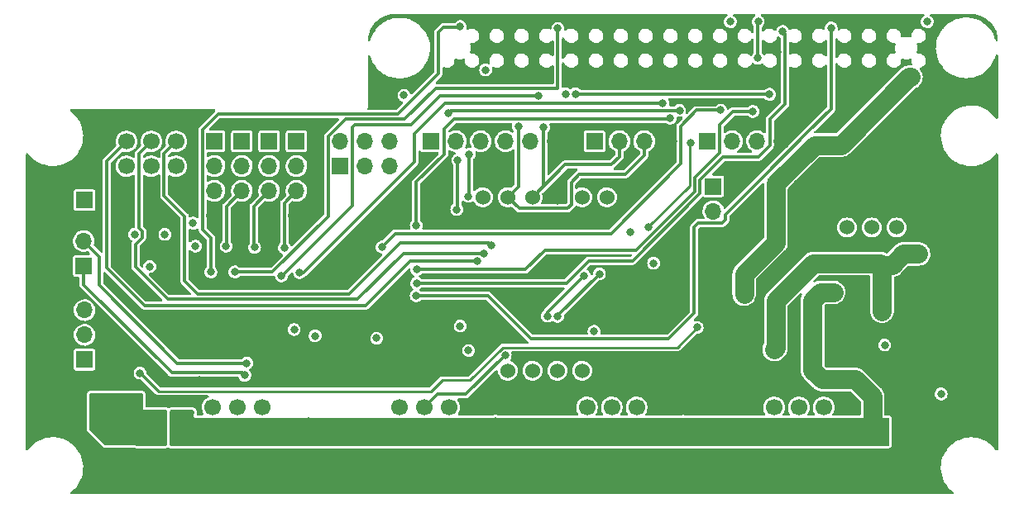
<source format=gbr>
%TF.GenerationSoftware,KiCad,Pcbnew,(6.0.1)*%
%TF.CreationDate,2022-02-16T19:40:38-05:00*%
%TF.ProjectId,expansion-board,65787061-6e73-4696-9f6e-2d626f617264,rev?*%
%TF.SameCoordinates,Original*%
%TF.FileFunction,Copper,L2,Inr*%
%TF.FilePolarity,Positive*%
%FSLAX46Y46*%
G04 Gerber Fmt 4.6, Leading zero omitted, Abs format (unit mm)*
G04 Created by KiCad (PCBNEW (6.0.1)) date 2022-02-16 19:40:38*
%MOMM*%
%LPD*%
G01*
G04 APERTURE LIST*
G04 Aperture macros list*
%AMRotRect*
0 Rectangle, with rotation*
0 The origin of the aperture is its center*
0 $1 length*
0 $2 width*
0 $3 Rotation angle, in degrees counterclockwise*
0 Add horizontal line*
21,1,$1,$2,0,0,$3*%
G04 Aperture macros list end*
%TA.AperFunction,ComponentPad*%
%ADD10O,1.700000X1.700000*%
%TD*%
%TA.AperFunction,ComponentPad*%
%ADD11R,1.700000X1.700000*%
%TD*%
%TA.AperFunction,ComponentPad*%
%ADD12C,1.524000*%
%TD*%
%TA.AperFunction,ComponentPad*%
%ADD13R,3.800000X3.800000*%
%TD*%
%TA.AperFunction,ComponentPad*%
%ADD14C,3.800000*%
%TD*%
%TA.AperFunction,ComponentPad*%
%ADD15C,1.700000*%
%TD*%
%TA.AperFunction,ComponentPad*%
%ADD16RotRect,2.000000X2.000000X325.000000*%
%TD*%
%TA.AperFunction,ComponentPad*%
%ADD17C,2.000000*%
%TD*%
%TA.AperFunction,ViaPad*%
%ADD18C,0.800000*%
%TD*%
%TA.AperFunction,Conductor*%
%ADD19C,1.905000*%
%TD*%
%TA.AperFunction,Conductor*%
%ADD20C,0.330200*%
%TD*%
%TA.AperFunction,Conductor*%
%ADD21C,0.254000*%
%TD*%
G04 APERTURE END LIST*
D10*
%TO.N,GND*%
%TO.C,J3*%
X142315000Y-53825000D03*
%TO.N,+5V*%
X139775000Y-53825000D03*
%TO.N,GND*%
X142315000Y-51285000D03*
%TO.N,+5V*%
X139775000Y-51285000D03*
%TO.N,GND*%
X142315000Y-48745000D03*
D11*
%TO.N,+5V*%
X139775000Y-48745000D03*
%TD*%
D12*
%TO.N,+5V*%
%TO.C,RV1*%
X147030008Y-52950008D03*
%TO.N,Net-(R17-Pad2)*%
X149570008Y-52950008D03*
X152110008Y-52950008D03*
%TD*%
D11*
%TO.N,+3V3*%
%TO.C,J9*%
X85097216Y-44112405D03*
D10*
%TO.N,Net-(J9-Pad2)*%
X85097216Y-46652405D03*
%TO.N,FOOT2*%
X85097216Y-49192405D03*
%TO.N,GND*%
X85097216Y-51732405D03*
%TD*%
D13*
%TO.N,GND*%
%TO.C,J2*%
X71775000Y-77525000D03*
D14*
%TO.N,/+BATT-RAW*%
X71775000Y-72525000D03*
%TD*%
D11*
%TO.N,+3V3*%
%TO.C,J14*%
X132750000Y-44107000D03*
D10*
%TO.N,TX*%
X135290000Y-44107000D03*
%TO.N,RX*%
X137830000Y-44107000D03*
%TO.N,GND*%
X140370000Y-44107000D03*
%TD*%
D15*
%TO.N,M7*%
%TO.C,U10*%
X120425000Y-71385000D03*
%TO.N,+BATT*%
X120425000Y-73925000D03*
%TO.N,GND*%
X120425000Y-76465000D03*
%TO.N,M8*%
X122965000Y-71385000D03*
%TO.N,+BATT*%
X122965000Y-73925000D03*
%TO.N,GND*%
X122965000Y-76465000D03*
%TO.N,M9*%
X125505000Y-71385000D03*
%TO.N,+BATT*%
X125505000Y-73925000D03*
%TO.N,GND*%
X125505000Y-76465000D03*
%TD*%
D11*
%TO.N,+3V3*%
%TO.C,J15*%
X104470000Y-44107000D03*
D10*
%TO.N,SPI_CLK*%
X107010000Y-44107000D03*
%TO.N,SPI_MOSI*%
X109550000Y-44107000D03*
%TO.N,SPI_MISO*%
X112090000Y-44107000D03*
%TO.N,SPI_CS*%
X114630000Y-44107000D03*
%TO.N,GND*%
X117170000Y-44107000D03*
%TD*%
D11*
%TO.N,+BATT*%
%TO.C,J4*%
X69000000Y-66500000D03*
D10*
%TO.N,GND*%
X66460000Y-66500000D03*
%TO.N,+BATT*%
X69000000Y-63960000D03*
%TO.N,GND*%
X66460000Y-63960000D03*
%TO.N,+BATT*%
X69000000Y-61420000D03*
%TO.N,GND*%
X66460000Y-61420000D03*
%TD*%
D16*
%TO.N,+BATT*%
%TO.C,C8*%
X92175000Y-73750000D03*
D17*
%TO.N,GND*%
X96270760Y-76617882D03*
%TD*%
D11*
%TO.N,+3V3*%
%TO.C,J13*%
X121200000Y-44107000D03*
D10*
%TO.N,SDA5*%
X123740000Y-44107000D03*
%TO.N,SCL5*%
X126280000Y-44107000D03*
%TO.N,GND*%
X128820000Y-44107000D03*
%TD*%
D11*
%TO.N,+5V*%
%TO.C,J6*%
X133360000Y-48730000D03*
D10*
%TO.N,Net-(J6-Pad2)*%
X133360000Y-51270000D03*
%TO.N,GND*%
X133360000Y-53810000D03*
%TD*%
D11*
%TO.N,+3V3*%
%TO.C,J10*%
X87891216Y-44112405D03*
D10*
%TO.N,Net-(J10-Pad2)*%
X87891216Y-46652405D03*
%TO.N,FOOT3*%
X87891216Y-49192405D03*
%TO.N,GND*%
X87891216Y-51732405D03*
%TD*%
D15*
%TO.N,AUX_M1*%
%TO.C,U11*%
X73286216Y-44125405D03*
%TO.N,Net-(JP5-Pad2)*%
X73286216Y-46665405D03*
%TO.N,GND*%
X73286216Y-49205405D03*
%TO.N,AUX_M2*%
X75826216Y-44125405D03*
%TO.N,Net-(JP6-Pad2)*%
X75826216Y-46665405D03*
%TO.N,GND*%
X75826216Y-49205405D03*
%TO.N,AUX_M3*%
X78366216Y-44125405D03*
%TO.N,Net-(JP7-Pad2)*%
X78366216Y-46665405D03*
%TO.N,GND*%
X78366216Y-49205405D03*
%TD*%
D16*
%TO.N,+BATT*%
%TO.C,C6*%
X149650000Y-73750000D03*
D17*
%TO.N,GND*%
X153745760Y-76617882D03*
%TD*%
D11*
%TO.N,Net-(J1-Pad1)*%
%TO.C,J1*%
X68900000Y-56875000D03*
D10*
%TO.N,Net-(J1-Pad2)*%
X68900000Y-54335000D03*
%TD*%
D12*
%TO.N,+3V3*%
%TO.C,MOD1*%
X122475000Y-49837500D03*
%TO.N,unconnected-(MOD1-Pad2)*%
X119935000Y-49837500D03*
%TO.N,GND*%
X117395000Y-49837500D03*
%TO.N,SDA5*%
X114855000Y-49837500D03*
%TO.N,SCL5*%
X112315000Y-49837500D03*
%TO.N,unconnected-(MOD1-Pad6)*%
X109775000Y-49837500D03*
%TO.N,unconnected-(MOD1-Pad7)*%
X112315000Y-67617500D03*
%TO.N,unconnected-(MOD1-Pad8)*%
X114855000Y-67617500D03*
%TO.N,unconnected-(MOD1-Pad9)*%
X117395000Y-67617500D03*
%TO.N,unconnected-(MOD1-Pad10)*%
X119935000Y-67617500D03*
%TD*%
D15*
%TO.N,M1*%
%TO.C,U8*%
X82100414Y-71385000D03*
%TO.N,+BATT*%
X82100414Y-73925000D03*
%TO.N,GND*%
X82100414Y-76465000D03*
%TO.N,M2*%
X84640414Y-71385000D03*
%TO.N,+BATT*%
X84640414Y-73925000D03*
%TO.N,GND*%
X84640414Y-76465000D03*
%TO.N,M3*%
X87180414Y-71385000D03*
%TO.N,+BATT*%
X87180414Y-73925000D03*
%TO.N,GND*%
X87180414Y-76465000D03*
%TD*%
%TO.N,M10*%
%TO.C,U12*%
X139575000Y-71385000D03*
%TO.N,+BATT*%
X139575000Y-73925000D03*
%TO.N,GND*%
X139575000Y-76465000D03*
%TO.N,M11*%
X142115000Y-71385000D03*
%TO.N,+BATT*%
X142115000Y-73925000D03*
%TO.N,GND*%
X142115000Y-76465000D03*
%TO.N,M12*%
X144655000Y-71385000D03*
%TO.N,+BATT*%
X144655000Y-73925000D03*
%TO.N,GND*%
X144655000Y-76465000D03*
%TD*%
D11*
%TO.N,+3V3*%
%TO.C,J8*%
X82303216Y-44112405D03*
D10*
%TO.N,Net-(J8-Pad2)*%
X82303216Y-46652405D03*
%TO.N,FOOT1*%
X82303216Y-49192405D03*
%TO.N,GND*%
X82303216Y-51732405D03*
%TD*%
D11*
%TO.N,+3V3*%
%TO.C,J11*%
X90685216Y-44112405D03*
D10*
%TO.N,Net-(J11-Pad2)*%
X90685216Y-46652405D03*
%TO.N,FOOT4*%
X90685216Y-49192405D03*
%TO.N,GND*%
X90685216Y-51732405D03*
%TD*%
D15*
%TO.N,M4*%
%TO.C,U9*%
X101225394Y-71385000D03*
%TO.N,+BATT*%
X101225394Y-73925000D03*
%TO.N,GND*%
X101225394Y-76465000D03*
%TO.N,M5*%
X103765394Y-71385000D03*
%TO.N,+BATT*%
X103765394Y-73925000D03*
%TO.N,GND*%
X103765394Y-76465000D03*
%TO.N,M6*%
X106305394Y-71385000D03*
%TO.N,+BATT*%
X106305394Y-73925000D03*
%TO.N,GND*%
X106305394Y-76465000D03*
%TD*%
D16*
%TO.N,+BATT*%
%TO.C,C10*%
X111300000Y-73750000D03*
D17*
%TO.N,GND*%
X115395760Y-76617882D03*
%TD*%
D11*
%TO.N,Net-(J7-Pad1)*%
%TO.C,J7*%
X95160000Y-46657000D03*
D10*
%TO.N,+3V3*%
X95160000Y-44117000D03*
%TO.N,Net-(J7-Pad3)*%
X97700000Y-46657000D03*
%TO.N,+3V3*%
X97700000Y-44117000D03*
%TO.N,Net-(J7-Pad5)*%
X100240000Y-46657000D03*
%TO.N,+3V3*%
X100240000Y-44117000D03*
%TD*%
D16*
%TO.N,+BATT*%
%TO.C,C9*%
X130527120Y-73818982D03*
D17*
%TO.N,GND*%
X134622880Y-76686864D03*
%TD*%
D11*
%TO.N,+AUX*%
%TO.C,J5*%
X69000000Y-50150000D03*
D10*
%TO.N,GND*%
X66460000Y-50150000D03*
%TD*%
D18*
%TO.N,+5V*%
X136520000Y-59770000D03*
X142090000Y-46160000D03*
X148350000Y-42600000D03*
X150330000Y-40640000D03*
%TO.N,Net-(R17-Pad2)*%
X156680000Y-70000000D03*
%TO.N,+5V*%
X153080000Y-37930000D03*
%TO.N,Net-(D2-Pad1)*%
X150789711Y-58510289D03*
X150625000Y-61525000D03*
%TO.N,+BATT*%
X145672220Y-59607780D03*
X143550000Y-61420000D03*
X143550000Y-65040000D03*
X144220000Y-68270000D03*
X148560000Y-69160000D03*
%TO.N,Net-(D2-Pad1)*%
X154360000Y-55650000D03*
X147370000Y-56600000D03*
X141385000Y-58865000D03*
X139590000Y-65460000D03*
%TO.N,Net-(J12-Pad31)*%
X89150000Y-57900000D03*
%TO.N,+BATT*%
X79510000Y-72170000D03*
X78250009Y-72160003D03*
%TO.N,/+BATT-RAW*%
X76940000Y-72160000D03*
X75719991Y-72139988D03*
%TO.N,+5V*%
X74680000Y-67880000D03*
%TO.N,GND*%
X152950000Y-46800000D03*
X154100000Y-48000000D03*
X155600000Y-67050000D03*
X157600000Y-67050000D03*
X159600000Y-67050000D03*
X153600000Y-67050000D03*
X157600000Y-59500000D03*
X157600000Y-61400000D03*
X157600000Y-63250000D03*
X159600000Y-63200000D03*
X155600000Y-65100000D03*
X155600000Y-61400000D03*
X157600000Y-65150000D03*
X153600000Y-63200000D03*
X153600000Y-59500000D03*
X159600000Y-59500000D03*
X153600000Y-65100000D03*
X159600000Y-61400000D03*
X155600000Y-59500000D03*
X155600000Y-63200000D03*
X159600000Y-65100000D03*
X153600000Y-61400000D03*
%TO.N,Net-(R17-Pad2)*%
X150900000Y-65000000D03*
%TO.N,GND*%
X155650000Y-48900000D03*
%TO.N,+3V3*%
X135100000Y-31850000D03*
X155250000Y-31850000D03*
%TO.N,GND*%
X149300000Y-38550000D03*
X143300000Y-31850000D03*
X139932200Y-34967800D03*
X132450000Y-34550000D03*
X112857800Y-37300000D03*
X119682200Y-37250000D03*
X122700000Y-32200000D03*
X105223473Y-31820427D03*
%TO.N,SPI_CS*%
X139100000Y-39300000D03*
%TO.N,OUT4*%
X137950000Y-31850000D03*
X137900000Y-35600000D03*
%TO.N,SPI_CS*%
X119252703Y-39250000D03*
%TO.N,SDA5*%
X118250000Y-39250000D03*
%TO.N,GND*%
X101400000Y-49450000D03*
%TO.N,+5V*%
X131700000Y-63200000D03*
%TO.N,Net-(J1-Pad1)*%
X85400000Y-68100000D03*
%TO.N,Net-(J1-Pad2)*%
X85600000Y-66850000D03*
%TO.N,GND*%
X80750000Y-68600000D03*
X98350000Y-66000000D03*
%TO.N,+3V3*%
X98900000Y-64300000D03*
X107450000Y-63050000D03*
X108300000Y-65550000D03*
X90450000Y-63400000D03*
X92600000Y-64050000D03*
%TO.N,OUT1*%
X110050000Y-36800000D03*
X101700000Y-39400000D03*
%TO.N,OUT2*%
X145426908Y-32491247D03*
X102950000Y-59950000D03*
%TO.N,OUT3*%
X140450000Y-32850000D03*
X103000000Y-58650000D03*
%TO.N,OUT4*%
X137400000Y-41050000D03*
X103000000Y-57250000D03*
%TO.N,OUT5*%
X134117917Y-40932083D03*
X99450000Y-54950000D03*
%TO.N,OUT6*%
X128950000Y-41750000D03*
X102950000Y-52750000D03*
%TO.N,OUT7*%
X129900000Y-40950000D03*
X106232200Y-41200000D03*
%TO.N,Net-(J12-Pad23)*%
X128200000Y-40182200D03*
X91016216Y-57555405D03*
%TO.N,Net-(J12-Pad31)*%
X115450000Y-39450000D03*
%TO.N,Net-(J12-Pad29)*%
X117450000Y-32550000D03*
X84366216Y-57505405D03*
%TO.N,Net-(J12-Pad37)*%
X107450000Y-32350000D03*
X81916216Y-57505405D03*
%TO.N,SDA5*%
X116000000Y-42650000D03*
%TO.N,SCL5*%
X113400000Y-42600000D03*
%TO.N,GND*%
X82550000Y-58917800D03*
X81500000Y-62250000D03*
%TO.N,AUX_M3*%
X110600000Y-54750000D03*
%TO.N,AUX_M2*%
X109850000Y-55600000D03*
%TO.N,AUX_M1*%
X109200000Y-56400000D03*
%TO.N,FOOT3*%
X86400000Y-54980000D03*
%TO.N,FOOT4*%
X89460000Y-55020000D03*
%TO.N,FOOT2*%
X83490000Y-54870000D03*
%TO.N,FOOT1*%
X80366216Y-54855405D03*
%TO.N,GND*%
X117750000Y-56400000D03*
X115150000Y-62200000D03*
%TO.N,NEOPIXEL*%
X131000000Y-44300000D03*
%TO.N,+3V3*%
X124870000Y-53400000D03*
%TO.N,SDA1*%
X121700000Y-57700000D03*
X117407718Y-62042281D03*
%TO.N,SCL1*%
X120150000Y-57900000D03*
X116375951Y-62032337D03*
%TO.N,+3V3*%
X127250000Y-56600000D03*
X121150000Y-63600000D03*
%TO.N,GND*%
X121000000Y-61650000D03*
%TO.N,M5*%
X112050000Y-66050000D03*
%TO.N,ID_SD*%
X108350000Y-45450011D03*
X108300000Y-49750000D03*
%TO.N,ID_SC*%
X107200000Y-46032200D03*
X107100000Y-51100000D03*
%TO.N,+BATT*%
X75666216Y-56955405D03*
%TO.N,Net-(JP7-Pad2)*%
X80100000Y-52510000D03*
%TO.N,Net-(JP6-Pad2)*%
X77216213Y-53655412D03*
%TO.N,Net-(JP5-Pad2)*%
X74116219Y-53655412D03*
%TO.N,GND*%
X80120300Y-63565976D03*
%TO.N,NEOPIXEL*%
X126742083Y-52872083D03*
%TD*%
D19*
%TO.N,+5V*%
X139775000Y-48449202D02*
X139775000Y-48745000D01*
X143724202Y-44500000D02*
X139775000Y-48449202D01*
X146450000Y-44500000D02*
X143724202Y-44500000D01*
X153410000Y-37540000D02*
X146450000Y-44500000D01*
X153580000Y-37540000D02*
X153410000Y-37540000D01*
D20*
%TO.N,OUT2*%
X145426908Y-40773092D02*
X145426908Y-32491247D01*
X143070319Y-43129681D02*
X145426908Y-40773092D01*
X143069565Y-43129681D02*
X143070319Y-43129681D01*
X138454681Y-47744565D02*
X143069565Y-43129681D01*
X138454680Y-47745320D02*
X138454681Y-47744565D01*
X134577811Y-52182189D02*
X134577811Y-51622189D01*
X131832189Y-52487811D02*
X134272189Y-52487811D01*
X131400000Y-52920000D02*
X131832189Y-52487811D01*
X128782189Y-64367811D02*
X131400000Y-61750000D01*
X134577811Y-51622189D02*
X138454680Y-47745320D01*
X114717811Y-64367811D02*
X128782189Y-64367811D01*
X110300000Y-59950000D02*
X114717811Y-64367811D01*
X134272189Y-52487811D02*
X134577811Y-52182189D01*
X102950000Y-59950000D02*
X110300000Y-59950000D01*
X131400000Y-61750000D02*
X131400000Y-52920000D01*
%TO.N,OUT4*%
X114100000Y-57250000D02*
X103000000Y-57250000D01*
X131444820Y-49255196D02*
X125450016Y-55250000D01*
X116100000Y-55250000D02*
X114100000Y-57250000D01*
X131444820Y-47825180D02*
X131444820Y-49255196D01*
X125450016Y-55250000D02*
X116100000Y-55250000D01*
X133967811Y-45302189D02*
X131444820Y-47825180D01*
X135350000Y-41050000D02*
X133967811Y-42432189D01*
X133967811Y-42432189D02*
X133967811Y-45302189D01*
X137400000Y-41050000D02*
X135350000Y-41050000D01*
%TO.N,OUT3*%
X140700000Y-33100000D02*
X140450000Y-32850000D01*
X140700000Y-40300000D02*
X140700000Y-33100000D01*
X139152189Y-41847811D02*
X140700000Y-40300000D01*
X139152189Y-44507057D02*
X139152189Y-41847811D01*
X137949246Y-45710000D02*
X139152189Y-44507057D01*
X134383662Y-45710000D02*
X137949246Y-45710000D01*
X131977740Y-49475938D02*
X131977740Y-48115922D01*
X120614150Y-56350000D02*
X125103678Y-56350000D01*
X131977740Y-48115922D02*
X134383662Y-45710000D01*
X118314150Y-58650000D02*
X120614150Y-56350000D01*
X103000000Y-58650000D02*
X118314150Y-58650000D01*
X125103678Y-56350000D02*
X131977740Y-49475938D01*
D21*
%TO.N,NEOPIXEL*%
X130950000Y-44350000D02*
X131000000Y-44300000D01*
X130950000Y-48650000D02*
X130950000Y-44350000D01*
X126742083Y-52872083D02*
X126742083Y-52857917D01*
X126742083Y-52857917D02*
X130950000Y-48650000D01*
D19*
%TO.N,+5V*%
X136520000Y-57740000D02*
X136520000Y-59770000D01*
X139775000Y-54485000D02*
X136520000Y-57740000D01*
X139775000Y-48745000D02*
X139775000Y-54485000D01*
%TO.N,Net-(D2-Pad1)*%
X139750000Y-65300000D02*
X139590000Y-65460000D01*
X143600000Y-56640000D02*
X139750000Y-60490000D01*
X150470000Y-56640000D02*
X143600000Y-56640000D01*
X150625000Y-56795000D02*
X150470000Y-56640000D01*
X139750000Y-60490000D02*
X139750000Y-65300000D01*
X152830000Y-55650000D02*
X154360000Y-55650000D01*
X151685000Y-56795000D02*
X152830000Y-55650000D01*
X150625000Y-56795000D02*
X151685000Y-56795000D01*
X150625000Y-61525000D02*
X150625000Y-56795000D01*
%TO.N,+BATT*%
X143510000Y-67560000D02*
X143510000Y-60420000D01*
X144480000Y-68530000D02*
X143510000Y-67560000D01*
X143510000Y-60420000D02*
X144322220Y-59607780D01*
X144322220Y-59607780D02*
X145672220Y-59607780D01*
X147930000Y-68530000D02*
X144480000Y-68530000D01*
X149650000Y-70250000D02*
X147930000Y-68530000D01*
X149650000Y-73750000D02*
X149650000Y-70250000D01*
D20*
%TO.N,AUX_M2*%
X74566216Y-45385405D02*
X75826216Y-44125405D01*
X74884030Y-53337373D02*
X74566216Y-53019559D01*
X74884030Y-53973451D02*
X74884030Y-53337373D01*
X74200000Y-54657481D02*
X74884030Y-53973451D01*
X74200000Y-57000000D02*
X74200000Y-54657481D01*
X96950000Y-60300000D02*
X77500000Y-60300000D01*
X77500000Y-60300000D02*
X74200000Y-57000000D01*
X109850000Y-55600000D02*
X101650000Y-55600000D01*
X101650000Y-55600000D02*
X96950000Y-60300000D01*
X74566216Y-53019559D02*
X74566216Y-45385405D01*
%TO.N,FOOT4*%
X89460000Y-50417621D02*
X90685216Y-49192405D01*
X89460000Y-55020000D02*
X89460000Y-50417621D01*
%TO.N,FOOT2*%
X83521027Y-54838973D02*
X83521027Y-50768594D01*
X83521027Y-50768594D02*
X85097216Y-49192405D01*
X83490000Y-54870000D02*
X83521027Y-54838973D01*
%TO.N,FOOT3*%
X86316216Y-50767405D02*
X87891216Y-49192405D01*
X86316216Y-54896216D02*
X86316216Y-50767405D01*
X86400000Y-54980000D02*
X86316216Y-54896216D01*
%TO.N,Net-(J12-Pad23)*%
X91394595Y-57555405D02*
X91016216Y-57555405D01*
X102750000Y-43350000D02*
X102750000Y-46200000D01*
X128164389Y-40217811D02*
X105882189Y-40217811D01*
X105882189Y-40217811D02*
X102750000Y-43350000D01*
X102750000Y-46200000D02*
X91394595Y-57555405D01*
X128200000Y-40182200D02*
X128164389Y-40217811D01*
%TO.N,Net-(J12-Pad31)*%
X89250000Y-57900000D02*
X89150000Y-57900000D01*
X102400000Y-42400000D02*
X96650000Y-42400000D01*
X105350000Y-39450000D02*
X102400000Y-42400000D01*
X96400000Y-50750000D02*
X89250000Y-57900000D01*
X115450000Y-39450000D02*
X105350000Y-39450000D01*
X96650000Y-42400000D02*
X96400000Y-42650000D01*
X96400000Y-42650000D02*
X96400000Y-50750000D01*
%TO.N,Net-(J12-Pad29)*%
X117450000Y-38600000D02*
X117450000Y-32550000D01*
X117400000Y-38650000D02*
X117450000Y-38600000D01*
X101750000Y-41850000D02*
X104950000Y-38650000D01*
X95704754Y-41850000D02*
X101750000Y-41850000D01*
X104950000Y-38650000D02*
X117400000Y-38650000D01*
X93942189Y-43612565D02*
X95704754Y-41850000D01*
X88225850Y-57510000D02*
X93942189Y-51793661D01*
X84370811Y-57510000D02*
X88225850Y-57510000D01*
X93942189Y-51793661D02*
X93942189Y-43612565D01*
X84366216Y-57505405D02*
X84370811Y-57510000D01*
%TO.N,Net-(J12-Pad37)*%
X81950000Y-57471621D02*
X81916216Y-57505405D01*
X81950000Y-54030000D02*
X81950000Y-57471621D01*
X81085405Y-53165405D02*
X81950000Y-54030000D01*
X82679999Y-41300000D02*
X81085405Y-42894594D01*
X101100000Y-41300000D02*
X82679999Y-41300000D01*
X107408021Y-32391979D02*
X105736158Y-32391979D01*
X105736158Y-32391979D02*
X105210579Y-32917558D01*
X107450000Y-32350000D02*
X107408021Y-32391979D01*
X105210579Y-32917558D02*
X105210579Y-37189421D01*
X105210579Y-37189421D02*
X101100000Y-41300000D01*
X81085405Y-42894594D02*
X81085405Y-53165405D01*
%TO.N,AUX_M3*%
X77148405Y-45343216D02*
X78366216Y-44125405D01*
X77148405Y-49709840D02*
X77148405Y-45343216D01*
X79240000Y-58440000D02*
X79240000Y-51801435D01*
X80567080Y-59767080D02*
X79240000Y-58440000D01*
X96082920Y-59767080D02*
X80567080Y-59767080D01*
X101300000Y-54550000D02*
X96082920Y-59767080D01*
X110400000Y-54550000D02*
X101300000Y-54550000D01*
X110600000Y-54750000D02*
X110400000Y-54550000D01*
X79240000Y-51801435D02*
X77148405Y-49709840D01*
%TO.N,AUX_M1*%
X71266216Y-57076216D02*
X71266216Y-46145405D01*
X75140000Y-60950000D02*
X71266216Y-57076216D01*
X97750000Y-60950000D02*
X75140000Y-60950000D01*
X109200000Y-56400000D02*
X102300000Y-56400000D01*
X102300000Y-56400000D02*
X97750000Y-60950000D01*
X71266216Y-46145405D02*
X73286216Y-44125405D01*
D21*
%TO.N,+5V*%
X74690000Y-67890000D02*
X74680000Y-67880000D01*
X74720000Y-67890000D02*
X74690000Y-67890000D01*
X76580000Y-69750000D02*
X74720000Y-67890000D01*
X81100000Y-69750000D02*
X76580000Y-69750000D01*
D20*
%TO.N,OUT4*%
X137900000Y-31900000D02*
X137900000Y-35600000D01*
X137950000Y-31850000D02*
X137900000Y-31900000D01*
%TO.N,SPI_CS*%
X139050000Y-39250000D02*
X139100000Y-39300000D01*
X119252703Y-39250000D02*
X139050000Y-39250000D01*
%TO.N,OUT7*%
X106482200Y-40950000D02*
X106232200Y-41200000D01*
X129900000Y-40950000D02*
X106482200Y-40950000D01*
%TO.N,OUT5*%
X100850000Y-53550000D02*
X99450000Y-54950000D01*
X130037811Y-46412189D02*
X122900000Y-53550000D01*
X122900000Y-53550000D02*
X100850000Y-53550000D01*
X130000000Y-42583596D02*
X130000000Y-43564754D01*
X130037811Y-43602565D02*
X130037811Y-46412189D01*
X131651513Y-40932083D02*
X130000000Y-42583596D01*
X130000000Y-43564754D02*
X130037811Y-43602565D01*
X134117917Y-40932083D02*
X131651513Y-40932083D01*
%TO.N,OUT6*%
X102950000Y-48300000D02*
X102950000Y-52750000D01*
X105792189Y-42857811D02*
X105792189Y-45457811D01*
X105792189Y-45457811D02*
X102950000Y-48300000D01*
X128800000Y-41800000D02*
X106850000Y-41800000D01*
X128850000Y-41750000D02*
X128800000Y-41800000D01*
X128950000Y-41750000D02*
X128850000Y-41750000D01*
X106850000Y-41800000D02*
X105792189Y-42857811D01*
D21*
%TO.N,+5V*%
X129650000Y-65250000D02*
X131700000Y-63200000D01*
X111818032Y-65250000D02*
X114550000Y-65250000D01*
X114550000Y-65250000D02*
X129650000Y-65250000D01*
X108468032Y-68600000D02*
X111818032Y-65250000D01*
X105600000Y-68600000D02*
X108468032Y-68600000D01*
D20*
%TO.N,M5*%
X108050000Y-70050000D02*
X105100394Y-70050000D01*
X105100394Y-70050000D02*
X103765394Y-71385000D01*
X112050000Y-66050000D02*
X108050000Y-70050000D01*
D21*
%TO.N,+5V*%
X104450000Y-69750000D02*
X105600000Y-68600000D01*
X81100000Y-69750000D02*
X104450000Y-69750000D01*
D20*
%TO.N,Net-(J1-Pad2)*%
X70500000Y-55935000D02*
X68900000Y-54335000D01*
X70500000Y-58850000D02*
X70500000Y-55935000D01*
X78500000Y-66850000D02*
X70500000Y-58850000D01*
X85600000Y-66850000D02*
X78500000Y-66850000D01*
%TO.N,Net-(J1-Pad1)*%
X77950000Y-67850000D02*
X68900000Y-58800000D01*
X77967811Y-67832189D02*
X77950000Y-67850000D01*
X68900000Y-58800000D02*
X68900000Y-56875000D01*
X85132189Y-67832189D02*
X77967811Y-67832189D01*
X85400000Y-68100000D02*
X85132189Y-67832189D01*
%TO.N,SCL5*%
X113412189Y-48740311D02*
X112315000Y-49837500D01*
X113412189Y-42612189D02*
X113412189Y-48740311D01*
X113400000Y-42600000D02*
X113412189Y-42612189D01*
%TO.N,SDA5*%
X115952189Y-48740311D02*
X114855000Y-49837500D01*
X115952189Y-42697811D02*
X115952189Y-48740311D01*
X116000000Y-42650000D02*
X115952189Y-42697811D01*
%TO.N,SCL5*%
X126280000Y-45570000D02*
X126280000Y-44107000D01*
X124350000Y-47500000D02*
X126280000Y-45570000D01*
X119650000Y-47500000D02*
X124350000Y-47500000D01*
X118805189Y-48344811D02*
X119650000Y-47500000D01*
X118805189Y-50644811D02*
X118805189Y-48344811D01*
X118450000Y-51000000D02*
X118805189Y-50644811D01*
X113477500Y-51000000D02*
X118450000Y-51000000D01*
X112315000Y-49837500D02*
X113477500Y-51000000D01*
%TO.N,SDA5*%
X123740000Y-45710000D02*
X123740000Y-44107000D01*
X114855000Y-49837500D02*
X118192500Y-46500000D01*
X118192500Y-46500000D02*
X122950000Y-46500000D01*
X122950000Y-46500000D02*
X123740000Y-45710000D01*
%TO.N,SDA1*%
X117407718Y-61992282D02*
X117407718Y-62042281D01*
X121700000Y-57700000D02*
X117407718Y-61992282D01*
%TO.N,SCL1*%
X120150000Y-57900000D02*
X120100000Y-57900000D01*
X120100000Y-57900000D02*
X116375951Y-61624049D01*
X116375951Y-61624049D02*
X116375951Y-62032337D01*
%TO.N,ID_SD*%
X108350000Y-49700000D02*
X108300000Y-49750000D01*
X108350000Y-45450011D02*
X108350000Y-49700000D01*
%TO.N,ID_SC*%
X107200000Y-51000000D02*
X107100000Y-51100000D01*
X107200000Y-46032200D02*
X107200000Y-51000000D01*
%TD*%
%TA.AperFunction,Conductor*%
%TO.N,+BATT*%
G36*
X80148848Y-71670002D02*
G01*
X80195341Y-71723658D01*
X80206686Y-71779230D01*
X80190000Y-72430000D01*
X80422121Y-72430130D01*
X81711498Y-72430855D01*
X81750358Y-72437020D01*
X81752338Y-72437663D01*
X81757642Y-72439942D01*
X81776155Y-72444131D01*
X81949993Y-72483467D01*
X81949998Y-72483468D01*
X81955630Y-72484742D01*
X81961401Y-72484969D01*
X81961403Y-72484969D01*
X82021170Y-72487317D01*
X82158467Y-72492712D01*
X82262527Y-72477624D01*
X82353645Y-72464413D01*
X82353650Y-72464412D01*
X82359359Y-72463584D01*
X82364823Y-72461729D01*
X82364828Y-72461728D01*
X82434813Y-72437971D01*
X82475385Y-72431284D01*
X84255898Y-72432284D01*
X84293826Y-72438302D01*
X84297642Y-72439942D01*
X84303271Y-72441216D01*
X84303272Y-72441216D01*
X84489993Y-72483467D01*
X84489998Y-72483468D01*
X84495630Y-72484742D01*
X84501401Y-72484969D01*
X84501403Y-72484969D01*
X84561170Y-72487317D01*
X84698467Y-72492712D01*
X84816603Y-72475583D01*
X84893637Y-72464414D01*
X84893641Y-72464413D01*
X84899359Y-72463584D01*
X84904831Y-72461726D01*
X84904833Y-72461726D01*
X84955637Y-72444480D01*
X84970618Y-72439395D01*
X85011189Y-72432708D01*
X86800297Y-72433713D01*
X86836521Y-72439460D01*
X86837642Y-72439942D01*
X86906567Y-72455538D01*
X87029993Y-72483467D01*
X87029998Y-72483468D01*
X87035630Y-72484742D01*
X87041401Y-72484969D01*
X87041403Y-72484969D01*
X87101170Y-72487317D01*
X87238467Y-72492712D01*
X87342527Y-72477624D01*
X87433645Y-72464413D01*
X87433650Y-72464412D01*
X87439359Y-72463584D01*
X87444823Y-72461729D01*
X87444828Y-72461728D01*
X87506420Y-72440820D01*
X87546992Y-72434133D01*
X100876030Y-72441620D01*
X100903767Y-72444727D01*
X101074973Y-72483467D01*
X101074978Y-72483468D01*
X101080610Y-72484742D01*
X101086381Y-72484969D01*
X101086383Y-72484969D01*
X101146150Y-72487317D01*
X101283447Y-72492712D01*
X101401583Y-72475583D01*
X101478617Y-72464414D01*
X101478621Y-72464413D01*
X101484339Y-72463584D01*
X101489812Y-72461726D01*
X101489817Y-72461725D01*
X101528199Y-72448696D01*
X101568771Y-72442009D01*
X102939520Y-72442779D01*
X103422351Y-72443050D01*
X103450088Y-72446157D01*
X103614973Y-72483467D01*
X103614978Y-72483468D01*
X103620610Y-72484742D01*
X103626381Y-72484969D01*
X103626383Y-72484969D01*
X103686150Y-72487317D01*
X103823447Y-72492712D01*
X104024339Y-72463584D01*
X104029807Y-72461728D01*
X104064006Y-72450120D01*
X104104576Y-72443434D01*
X105346195Y-72444131D01*
X105968676Y-72444480D01*
X105996406Y-72447587D01*
X106085096Y-72467655D01*
X106154974Y-72483467D01*
X106154977Y-72483467D01*
X106160610Y-72484742D01*
X106166381Y-72484969D01*
X106166383Y-72484969D01*
X106226150Y-72487317D01*
X106363447Y-72492712D01*
X106481583Y-72475583D01*
X106558617Y-72464414D01*
X106558621Y-72464413D01*
X106564339Y-72463584D01*
X106569812Y-72461726D01*
X106569817Y-72461725D01*
X106599806Y-72451545D01*
X106640378Y-72444858D01*
X113086965Y-72448479D01*
X120123420Y-72452431D01*
X120151151Y-72455538D01*
X120204702Y-72467655D01*
X120274580Y-72483467D01*
X120274583Y-72483467D01*
X120280216Y-72484742D01*
X120285987Y-72484969D01*
X120285989Y-72484969D01*
X120345756Y-72487317D01*
X120483053Y-72492712D01*
X120601189Y-72475583D01*
X120678223Y-72464414D01*
X120678227Y-72464413D01*
X120683945Y-72463584D01*
X120693387Y-72460379D01*
X120696089Y-72459462D01*
X120736659Y-72452776D01*
X122669739Y-72453862D01*
X122697475Y-72456969D01*
X122788759Y-72477624D01*
X122820216Y-72484742D01*
X122825990Y-72484969D01*
X122825991Y-72484969D01*
X122862537Y-72486405D01*
X123023053Y-72492712D01*
X123223945Y-72463584D01*
X123229413Y-72461728D01*
X123231894Y-72460886D01*
X123272462Y-72454201D01*
X125216059Y-72455292D01*
X125243796Y-72458399D01*
X125354579Y-72483467D01*
X125354584Y-72483468D01*
X125360216Y-72484742D01*
X125365987Y-72484969D01*
X125365989Y-72484969D01*
X125425756Y-72487317D01*
X125563053Y-72492712D01*
X125667113Y-72477624D01*
X125758231Y-72464413D01*
X125758236Y-72464412D01*
X125763945Y-72463584D01*
X125769412Y-72461728D01*
X125775031Y-72460379D01*
X125775198Y-72461074D01*
X125808265Y-72455625D01*
X137986886Y-72462466D01*
X139321074Y-72463215D01*
X139348811Y-72466322D01*
X139424579Y-72483467D01*
X139424584Y-72483468D01*
X139430216Y-72484742D01*
X139435987Y-72484969D01*
X139435989Y-72484969D01*
X139495756Y-72487317D01*
X139633053Y-72492712D01*
X139825477Y-72464812D01*
X139843617Y-72463509D01*
X141867398Y-72464645D01*
X141895130Y-72467752D01*
X141928236Y-72475243D01*
X141964580Y-72483467D01*
X141964583Y-72483467D01*
X141970216Y-72484742D01*
X141975987Y-72484969D01*
X141975989Y-72484969D01*
X142035756Y-72487317D01*
X142173053Y-72492712D01*
X142330184Y-72469929D01*
X142355669Y-72466234D01*
X142373820Y-72464930D01*
X144413718Y-72466076D01*
X144441454Y-72469183D01*
X144478759Y-72477624D01*
X144510216Y-72484742D01*
X144515990Y-72484969D01*
X144515991Y-72484969D01*
X144552537Y-72486405D01*
X144713053Y-72492712D01*
X144885869Y-72467655D01*
X144904017Y-72466351D01*
X146114560Y-72467031D01*
X151272962Y-72469929D01*
X151341071Y-72489969D01*
X151387534Y-72543651D01*
X151398886Y-72597032D01*
X151376106Y-75194000D01*
X151376096Y-75195105D01*
X151355497Y-75263048D01*
X151301436Y-75309068D01*
X151250101Y-75320000D01*
X77856000Y-75320000D01*
X77787879Y-75299998D01*
X77741386Y-75246342D01*
X77730000Y-75194000D01*
X77730000Y-71776000D01*
X77750002Y-71707879D01*
X77803658Y-71661386D01*
X77856000Y-71650000D01*
X80080727Y-71650000D01*
X80148848Y-71670002D01*
G37*
%TD.AperFunction*%
%TD*%
%TA.AperFunction,Conductor*%
%TO.N,GND*%
G36*
X154914417Y-31074002D02*
G01*
X154960910Y-31127658D01*
X154971014Y-31197932D01*
X154941520Y-31262512D01*
X154904085Y-31291966D01*
X154886162Y-31301217D01*
X154879414Y-31304700D01*
X154760039Y-31408838D01*
X154668950Y-31538444D01*
X154666190Y-31545524D01*
X154622414Y-31657804D01*
X154611406Y-31686037D01*
X154610414Y-31693570D01*
X154610414Y-31693571D01*
X154594604Y-31813664D01*
X154590729Y-31843096D01*
X154596466Y-31895062D01*
X154607218Y-31992444D01*
X154608113Y-32000553D01*
X154610723Y-32007684D01*
X154610723Y-32007686D01*
X154651916Y-32120251D01*
X154662553Y-32149319D01*
X154666789Y-32155622D01*
X154666789Y-32155623D01*
X154722443Y-32238444D01*
X154750908Y-32280805D01*
X154756527Y-32285918D01*
X154756528Y-32285919D01*
X154846615Y-32367891D01*
X154868076Y-32387419D01*
X155007293Y-32463008D01*
X155160522Y-32503207D01*
X155244477Y-32504526D01*
X155311319Y-32505576D01*
X155311322Y-32505576D01*
X155318916Y-32505695D01*
X155473332Y-32470329D01*
X155572902Y-32420251D01*
X155608072Y-32402563D01*
X155608075Y-32402561D01*
X155614855Y-32399151D01*
X155620626Y-32394222D01*
X155620629Y-32394220D01*
X155729536Y-32301204D01*
X155729538Y-32301202D01*
X155735314Y-32296269D01*
X155827755Y-32167624D01*
X155886842Y-32020641D01*
X155902739Y-31908941D01*
X155908581Y-31867891D01*
X155908581Y-31867888D01*
X155909162Y-31863807D01*
X155909307Y-31850000D01*
X155890276Y-31692733D01*
X155834280Y-31544546D01*
X155810682Y-31510211D01*
X155748855Y-31420251D01*
X155748854Y-31420249D01*
X155744553Y-31413992D01*
X155626275Y-31308611D01*
X155593679Y-31291352D01*
X155542839Y-31241802D01*
X155526857Y-31172628D01*
X155550811Y-31105794D01*
X155607095Y-31062520D01*
X155652641Y-31054000D01*
X159712575Y-31054000D01*
X159737153Y-31056421D01*
X159750000Y-31058976D01*
X159762170Y-31056556D01*
X159774581Y-31056556D01*
X159774581Y-31056757D01*
X159785469Y-31055992D01*
X160050393Y-31070870D01*
X160064425Y-31072450D01*
X160209248Y-31097057D01*
X160354066Y-31121663D01*
X160367841Y-31124807D01*
X160454600Y-31149802D01*
X160650156Y-31206141D01*
X160663477Y-31210802D01*
X160934912Y-31323234D01*
X160947635Y-31329361D01*
X161036523Y-31378488D01*
X161204768Y-31471474D01*
X161216731Y-31478991D01*
X161456329Y-31648994D01*
X161467376Y-31657803D01*
X161632151Y-31805055D01*
X161686439Y-31853570D01*
X161696429Y-31863560D01*
X161887175Y-32077004D01*
X161892196Y-32082623D01*
X161901005Y-32093669D01*
X161935428Y-32142185D01*
X162071009Y-32333269D01*
X162078526Y-32345232D01*
X162104779Y-32392733D01*
X162219704Y-32600672D01*
X162220637Y-32602361D01*
X162226766Y-32615088D01*
X162339198Y-32886523D01*
X162343859Y-32899844D01*
X162393700Y-33072845D01*
X162425193Y-33182159D01*
X162428337Y-33195934D01*
X162449761Y-33322022D01*
X162475177Y-33471608D01*
X162477549Y-33485570D01*
X162479131Y-33499609D01*
X162483559Y-33578469D01*
X162489976Y-33692739D01*
X162473825Y-33761874D01*
X162422860Y-33811302D01*
X162353263Y-33825330D01*
X162287130Y-33799504D01*
X162243841Y-33737167D01*
X162228533Y-33687866D01*
X162153496Y-33446208D01*
X162142236Y-33420618D01*
X162013122Y-33127182D01*
X162013120Y-33127179D01*
X162011679Y-33123903D01*
X161834287Y-32819724D01*
X161623601Y-32537581D01*
X161621157Y-32534983D01*
X161621152Y-32534977D01*
X161384780Y-32283707D01*
X161384776Y-32283704D01*
X161382330Y-32281103D01*
X161234107Y-32155623D01*
X161116298Y-32055890D01*
X161116294Y-32055887D01*
X161113576Y-32053586D01*
X161108337Y-32050085D01*
X160823770Y-31859944D01*
X160823768Y-31859943D01*
X160820793Y-31857955D01*
X160806602Y-31850646D01*
X160510930Y-31698364D01*
X160510925Y-31698362D01*
X160507747Y-31696725D01*
X160504406Y-31695459D01*
X160504401Y-31695457D01*
X160181805Y-31573237D01*
X160181806Y-31573237D01*
X160178461Y-31571970D01*
X160174997Y-31571090D01*
X160174993Y-31571089D01*
X159840637Y-31486173D01*
X159840629Y-31486171D01*
X159837170Y-31485293D01*
X159641770Y-31458700D01*
X159491253Y-31438215D01*
X159491246Y-31438214D01*
X159488260Y-31437808D01*
X159373519Y-31433300D01*
X159155402Y-31433300D01*
X159013844Y-31441338D01*
X158896608Y-31447995D01*
X158896601Y-31447996D01*
X158893040Y-31448198D01*
X158803318Y-31463615D01*
X158549518Y-31507225D01*
X158549510Y-31507227D01*
X158546000Y-31507830D01*
X158542575Y-31508828D01*
X158542572Y-31508829D01*
X158441504Y-31538288D01*
X158207941Y-31606366D01*
X158204639Y-31607751D01*
X158204638Y-31607751D01*
X157886508Y-31741154D01*
X157883210Y-31742537D01*
X157772210Y-31804700D01*
X157579098Y-31912847D01*
X157579093Y-31912850D01*
X157575981Y-31914593D01*
X157573085Y-31916678D01*
X157573080Y-31916681D01*
X157467063Y-31993003D01*
X157290205Y-32120323D01*
X157287569Y-32122717D01*
X157287567Y-32122719D01*
X157032798Y-32354134D01*
X157029554Y-32357081D01*
X156926437Y-32474663D01*
X156846216Y-32566138D01*
X156797381Y-32621823D01*
X156795349Y-32624752D01*
X156795346Y-32624756D01*
X156752834Y-32686037D01*
X156596671Y-32911147D01*
X156594980Y-32914294D01*
X156594977Y-32914299D01*
X156502243Y-33086885D01*
X156430002Y-33221332D01*
X156428675Y-33224657D01*
X156428675Y-33224658D01*
X156419868Y-33246732D01*
X156299519Y-33548390D01*
X156206899Y-33888117D01*
X156206357Y-33891639D01*
X156176567Y-34085189D01*
X156153332Y-34236145D01*
X156153192Y-34239709D01*
X156144180Y-34469098D01*
X156139508Y-34588000D01*
X156146710Y-34684907D01*
X156164274Y-34921256D01*
X156165604Y-34939158D01*
X156231284Y-35285104D01*
X156232342Y-35288513D01*
X156232344Y-35288519D01*
X156255427Y-35362858D01*
X156335704Y-35621392D01*
X156337145Y-35624667D01*
X156445828Y-35871668D01*
X156477521Y-35943697D01*
X156654913Y-36247876D01*
X156865599Y-36530019D01*
X156868043Y-36532617D01*
X156868048Y-36532623D01*
X157066331Y-36743403D01*
X157106870Y-36786497D01*
X157143954Y-36817891D01*
X157326795Y-36972677D01*
X157375624Y-37014014D01*
X157378588Y-37015994D01*
X157378590Y-37015996D01*
X157580517Y-37150919D01*
X157668407Y-37209645D01*
X157671589Y-37211284D01*
X157671591Y-37211285D01*
X157978270Y-37369236D01*
X157978275Y-37369238D01*
X157981453Y-37370875D01*
X157984794Y-37372141D01*
X157984799Y-37372143D01*
X158205018Y-37455576D01*
X158310739Y-37495630D01*
X158314203Y-37496510D01*
X158314207Y-37496511D01*
X158648563Y-37581427D01*
X158648571Y-37581429D01*
X158652030Y-37582307D01*
X158823752Y-37605678D01*
X158997947Y-37629385D01*
X158997954Y-37629386D01*
X159000940Y-37629792D01*
X159115681Y-37634300D01*
X159333798Y-37634300D01*
X159475356Y-37626262D01*
X159592592Y-37619605D01*
X159592599Y-37619604D01*
X159596160Y-37619402D01*
X159734483Y-37595634D01*
X159939682Y-37560375D01*
X159939690Y-37560373D01*
X159943200Y-37559770D01*
X159946625Y-37558772D01*
X159946628Y-37558771D01*
X160167599Y-37494363D01*
X160281259Y-37461234D01*
X160300118Y-37453326D01*
X160602692Y-37326446D01*
X160605990Y-37325063D01*
X160809156Y-37211285D01*
X160910102Y-37154753D01*
X160910107Y-37154750D01*
X160913219Y-37153007D01*
X160916115Y-37150922D01*
X160916120Y-37150919D01*
X161071009Y-37039414D01*
X161198995Y-36947277D01*
X161203701Y-36943003D01*
X161457005Y-36712918D01*
X161457006Y-36712917D01*
X161459646Y-36710519D01*
X161644124Y-36500163D01*
X161689468Y-36448458D01*
X161689469Y-36448456D01*
X161691819Y-36445777D01*
X161696879Y-36438484D01*
X161772702Y-36329184D01*
X161892529Y-36156453D01*
X161894620Y-36152563D01*
X162057502Y-35849424D01*
X162059198Y-35846268D01*
X162189681Y-35519210D01*
X162248437Y-35303695D01*
X162285652Y-35243234D01*
X162349648Y-35212492D01*
X162420105Y-35221228D01*
X162474654Y-35266669D01*
X162496000Y-35336837D01*
X162496000Y-41663248D01*
X162475998Y-41731369D01*
X162422342Y-41777862D01*
X162352068Y-41787966D01*
X162287488Y-41758472D01*
X162269042Y-41738637D01*
X162242585Y-41703207D01*
X162131601Y-41554581D01*
X162129157Y-41551983D01*
X162129152Y-41551977D01*
X161892780Y-41300707D01*
X161892776Y-41300704D01*
X161890330Y-41298103D01*
X161700409Y-41137323D01*
X161624298Y-41072890D01*
X161624294Y-41072887D01*
X161621576Y-41070586D01*
X161611431Y-41063807D01*
X161331770Y-40876944D01*
X161331768Y-40876943D01*
X161328793Y-40874955D01*
X161325609Y-40873315D01*
X161018930Y-40715364D01*
X161018925Y-40715362D01*
X161015747Y-40713725D01*
X161012406Y-40712459D01*
X161012401Y-40712457D01*
X160689805Y-40590237D01*
X160689806Y-40590237D01*
X160686461Y-40588970D01*
X160682997Y-40588090D01*
X160682993Y-40588089D01*
X160348637Y-40503173D01*
X160348629Y-40503171D01*
X160345170Y-40502293D01*
X160111540Y-40470497D01*
X159999253Y-40455215D01*
X159999246Y-40455214D01*
X159996260Y-40454808D01*
X159881519Y-40450300D01*
X159663402Y-40450300D01*
X159521844Y-40458338D01*
X159404608Y-40464995D01*
X159404601Y-40464996D01*
X159401040Y-40465198D01*
X159294895Y-40483437D01*
X159057518Y-40524225D01*
X159057510Y-40524227D01*
X159054000Y-40524830D01*
X159050575Y-40525828D01*
X159050572Y-40525829D01*
X158836970Y-40588089D01*
X158715941Y-40623366D01*
X158712639Y-40624751D01*
X158712638Y-40624751D01*
X158629957Y-40659422D01*
X158391210Y-40759537D01*
X158306919Y-40806742D01*
X158087098Y-40929847D01*
X158087093Y-40929850D01*
X158083981Y-40931593D01*
X158081085Y-40933678D01*
X158081080Y-40933681D01*
X157947538Y-41029818D01*
X157798205Y-41137323D01*
X157795569Y-41139717D01*
X157795567Y-41139719D01*
X157544663Y-41367624D01*
X157537554Y-41374081D01*
X157458353Y-41464392D01*
X157312413Y-41630805D01*
X157305381Y-41638823D01*
X157303349Y-41641752D01*
X157303346Y-41641756D01*
X157257602Y-41707696D01*
X157104671Y-41928147D01*
X157102980Y-41931294D01*
X157102977Y-41931299D01*
X157000230Y-42122521D01*
X156938002Y-42238332D01*
X156807519Y-42565390D01*
X156714899Y-42905117D01*
X156709264Y-42941731D01*
X156662813Y-43243525D01*
X156661332Y-43253145D01*
X156661192Y-43256709D01*
X156649806Y-43546519D01*
X156647508Y-43605000D01*
X156659182Y-43762085D01*
X156671937Y-43933720D01*
X156673604Y-43956158D01*
X156739284Y-44302104D01*
X156843704Y-44638392D01*
X156845145Y-44641667D01*
X156974929Y-44936624D01*
X156985521Y-44960697D01*
X157162913Y-45264876D01*
X157373599Y-45547019D01*
X157376043Y-45549617D01*
X157376048Y-45549623D01*
X157612420Y-45800893D01*
X157614870Y-45803497D01*
X157706203Y-45880816D01*
X157880063Y-46027999D01*
X157883624Y-46031014D01*
X157886588Y-46032994D01*
X157886590Y-46032996D01*
X158172233Y-46223856D01*
X158176407Y-46226645D01*
X158179589Y-46228284D01*
X158179591Y-46228285D01*
X158486270Y-46386236D01*
X158486275Y-46386238D01*
X158489453Y-46387875D01*
X158492794Y-46389141D01*
X158492799Y-46389143D01*
X158727952Y-46478234D01*
X158818739Y-46512630D01*
X158822203Y-46513510D01*
X158822207Y-46513511D01*
X159156563Y-46598427D01*
X159156571Y-46598429D01*
X159160030Y-46599307D01*
X159328456Y-46622229D01*
X159505947Y-46646385D01*
X159505954Y-46646386D01*
X159508940Y-46646792D01*
X159623681Y-46651300D01*
X159841798Y-46651300D01*
X159983356Y-46643262D01*
X160100592Y-46636605D01*
X160100599Y-46636604D01*
X160104160Y-46636402D01*
X160242483Y-46612634D01*
X160447682Y-46577375D01*
X160447690Y-46577373D01*
X160451200Y-46576770D01*
X160454625Y-46575772D01*
X160454628Y-46575771D01*
X160678739Y-46510448D01*
X160789259Y-46478234D01*
X160824959Y-46463264D01*
X161110692Y-46343446D01*
X161113990Y-46342063D01*
X161299121Y-46238385D01*
X161418102Y-46171753D01*
X161418107Y-46171750D01*
X161421219Y-46170007D01*
X161424115Y-46167922D01*
X161424120Y-46167919D01*
X161605486Y-46037353D01*
X161706995Y-45964277D01*
X161753659Y-45921891D01*
X161965005Y-45729918D01*
X161965006Y-45729917D01*
X161967646Y-45727519D01*
X162124359Y-45548823D01*
X162197468Y-45465458D01*
X162197469Y-45465456D01*
X162199819Y-45462777D01*
X162266473Y-45366695D01*
X162321736Y-45322126D01*
X162392322Y-45314509D01*
X162455822Y-45346263D01*
X162492074Y-45407307D01*
X162496000Y-45438516D01*
X162496000Y-75673848D01*
X162475998Y-75741969D01*
X162422342Y-75788462D01*
X162352068Y-75798566D01*
X162287488Y-75769072D01*
X162269042Y-75749237D01*
X162206910Y-75666032D01*
X162131601Y-75565181D01*
X162129157Y-75562583D01*
X162129152Y-75562577D01*
X161892780Y-75311307D01*
X161892776Y-75311304D01*
X161890330Y-75308703D01*
X161757469Y-75196228D01*
X161624298Y-75083490D01*
X161624294Y-75083487D01*
X161621576Y-75081186D01*
X161601549Y-75067804D01*
X161331770Y-74887544D01*
X161331768Y-74887543D01*
X161328793Y-74885555D01*
X161325609Y-74883915D01*
X161018930Y-74725964D01*
X161018925Y-74725962D01*
X161015747Y-74724325D01*
X161012406Y-74723059D01*
X161012401Y-74723057D01*
X160689805Y-74600837D01*
X160689806Y-74600837D01*
X160686461Y-74599570D01*
X160682997Y-74598690D01*
X160682993Y-74598689D01*
X160348637Y-74513773D01*
X160348629Y-74513771D01*
X160345170Y-74512893D01*
X160173448Y-74489522D01*
X159999253Y-74465815D01*
X159999246Y-74465814D01*
X159996260Y-74465408D01*
X159881519Y-74460900D01*
X159663402Y-74460900D01*
X159521844Y-74468938D01*
X159404608Y-74475595D01*
X159404601Y-74475596D01*
X159401040Y-74475798D01*
X159262717Y-74499566D01*
X159057518Y-74534825D01*
X159057510Y-74534827D01*
X159054000Y-74535430D01*
X159050575Y-74536428D01*
X159050572Y-74536429D01*
X158876081Y-74587289D01*
X158715941Y-74633966D01*
X158712639Y-74635351D01*
X158712638Y-74635351D01*
X158503483Y-74723057D01*
X158391210Y-74770137D01*
X158237595Y-74856165D01*
X158087098Y-74940447D01*
X158087093Y-74940450D01*
X158083981Y-74942193D01*
X158081085Y-74944278D01*
X158081080Y-74944281D01*
X157934361Y-75049904D01*
X157798205Y-75147923D01*
X157795569Y-75150317D01*
X157795567Y-75150319D01*
X157550104Y-75373281D01*
X157537554Y-75384681D01*
X157429416Y-75507989D01*
X157315379Y-75638023D01*
X157305381Y-75649423D01*
X157303349Y-75652352D01*
X157303346Y-75652356D01*
X157244037Y-75737851D01*
X157104671Y-75938747D01*
X157102980Y-75941894D01*
X157102977Y-75941899D01*
X157000230Y-76133121D01*
X156938002Y-76248932D01*
X156807519Y-76575990D01*
X156714899Y-76915717D01*
X156714357Y-76919239D01*
X156679116Y-77148204D01*
X156661332Y-77263745D01*
X156661192Y-77267309D01*
X156649949Y-77553481D01*
X156647508Y-77615600D01*
X156647773Y-77619160D01*
X156667945Y-77890602D01*
X156673604Y-77966758D01*
X156739284Y-78312704D01*
X156843704Y-78648992D01*
X156985521Y-78971297D01*
X157162913Y-79275476D01*
X157373599Y-79557619D01*
X157376043Y-79560217D01*
X157376048Y-79560223D01*
X157536078Y-79730339D01*
X157614870Y-79814097D01*
X157617599Y-79816407D01*
X157788495Y-79961081D01*
X157883624Y-80041614D01*
X157886588Y-80043594D01*
X157886590Y-80043596D01*
X157918975Y-80065235D01*
X157964503Y-80119712D01*
X157973350Y-80190155D01*
X157942709Y-80254199D01*
X157882307Y-80291511D01*
X157848973Y-80296000D01*
X67633178Y-80296000D01*
X67565057Y-80275998D01*
X67518564Y-80222342D01*
X67508460Y-80152068D01*
X67537954Y-80087488D01*
X67559562Y-80067742D01*
X67704395Y-79963477D01*
X67965046Y-79726719D01*
X68197219Y-79461977D01*
X68397929Y-79172653D01*
X68564598Y-78862468D01*
X68695081Y-78535410D01*
X68787701Y-78195683D01*
X68822936Y-77966758D01*
X68840726Y-77851178D01*
X68840726Y-77851174D01*
X68841268Y-77847655D01*
X68850385Y-77615600D01*
X68854952Y-77499370D01*
X68854952Y-77499365D01*
X68855092Y-77495800D01*
X68828996Y-77144642D01*
X68763316Y-76798696D01*
X68658896Y-76462408D01*
X68517079Y-76140103D01*
X68339687Y-75835924D01*
X68170982Y-75610000D01*
X69480000Y-75610000D01*
X69480000Y-78460000D01*
X155445828Y-78495798D01*
X155470828Y-75645798D01*
X69480000Y-75610000D01*
X68170982Y-75610000D01*
X68129001Y-75553781D01*
X68126557Y-75551183D01*
X68126552Y-75551177D01*
X67890180Y-75299907D01*
X67890176Y-75299904D01*
X67887730Y-75297303D01*
X67764447Y-75192936D01*
X67621698Y-75072090D01*
X67621694Y-75072087D01*
X67618976Y-75069786D01*
X67343255Y-74885555D01*
X67329170Y-74876144D01*
X67329168Y-74876143D01*
X67326193Y-74874155D01*
X67127621Y-74771883D01*
X67016330Y-74714564D01*
X67016325Y-74714562D01*
X67013147Y-74712925D01*
X67009806Y-74711659D01*
X67009801Y-74711657D01*
X66687205Y-74589437D01*
X66687206Y-74589437D01*
X66683861Y-74588170D01*
X66680397Y-74587290D01*
X66680393Y-74587289D01*
X66346037Y-74502373D01*
X66346029Y-74502371D01*
X66342570Y-74501493D01*
X66158214Y-74476403D01*
X65996653Y-74454415D01*
X65996646Y-74454414D01*
X65993660Y-74454008D01*
X65878919Y-74449500D01*
X65660802Y-74449500D01*
X65519244Y-74457538D01*
X65402008Y-74464195D01*
X65402001Y-74464196D01*
X65398440Y-74464398D01*
X65260117Y-74488166D01*
X65054918Y-74523425D01*
X65054910Y-74523427D01*
X65051400Y-74524030D01*
X65047975Y-74525028D01*
X65047972Y-74525029D01*
X65008861Y-74536429D01*
X64713341Y-74622566D01*
X64710039Y-74623951D01*
X64710038Y-74623951D01*
X64686155Y-74633966D01*
X64388610Y-74758737D01*
X64234996Y-74844765D01*
X64084498Y-74929047D01*
X64084493Y-74929050D01*
X64081381Y-74930793D01*
X64078485Y-74932878D01*
X64078480Y-74932881D01*
X64065545Y-74942193D01*
X63795605Y-75136523D01*
X63792969Y-75138917D01*
X63792967Y-75138919D01*
X63575179Y-75336743D01*
X63534954Y-75373281D01*
X63478903Y-75437195D01*
X63368946Y-75562577D01*
X63302781Y-75638023D01*
X63300749Y-75640952D01*
X63300746Y-75640956D01*
X63233528Y-75737851D01*
X63178264Y-75782422D01*
X63107678Y-75790039D01*
X63044178Y-75758285D01*
X63007926Y-75697241D01*
X63004000Y-75666032D01*
X63004000Y-65624933D01*
X67895500Y-65624933D01*
X67895501Y-67375066D01*
X67900970Y-67402563D01*
X67907713Y-67436463D01*
X67910266Y-67449301D01*
X67917161Y-67459620D01*
X67917162Y-67459622D01*
X67940149Y-67494023D01*
X67966516Y-67533484D01*
X67976832Y-67540377D01*
X68029433Y-67575524D01*
X68050699Y-67589734D01*
X68124933Y-67604500D01*
X68999858Y-67604500D01*
X69875066Y-67604499D01*
X69912196Y-67597114D01*
X69937126Y-67592156D01*
X69937128Y-67592155D01*
X69949301Y-67589734D01*
X69959621Y-67582839D01*
X69959622Y-67582838D01*
X70023168Y-67540377D01*
X70033484Y-67533484D01*
X70089734Y-67449301D01*
X70104500Y-67375067D01*
X70104499Y-65624934D01*
X70093548Y-65569873D01*
X70092156Y-65562874D01*
X70092155Y-65562872D01*
X70089734Y-65550699D01*
X70080861Y-65537419D01*
X70040377Y-65476832D01*
X70033484Y-65466516D01*
X69949301Y-65410266D01*
X69875067Y-65395500D01*
X69000142Y-65395500D01*
X68124934Y-65395501D01*
X68089182Y-65402612D01*
X68062874Y-65407844D01*
X68062872Y-65407845D01*
X68050699Y-65410266D01*
X68040379Y-65417161D01*
X68040378Y-65417162D01*
X67996817Y-65446269D01*
X67966516Y-65466516D01*
X67910266Y-65550699D01*
X67895500Y-65624933D01*
X63004000Y-65624933D01*
X63004000Y-63930964D01*
X67891148Y-63930964D01*
X67904424Y-64133522D01*
X67905845Y-64139118D01*
X67905846Y-64139123D01*
X67950211Y-64313807D01*
X67954392Y-64330269D01*
X67956809Y-64335512D01*
X68028073Y-64490095D01*
X68039377Y-64514616D01*
X68042710Y-64519332D01*
X68145611Y-64664934D01*
X68156533Y-64680389D01*
X68160675Y-64684424D01*
X68201815Y-64724500D01*
X68301938Y-64822035D01*
X68306742Y-64825245D01*
X68342520Y-64849151D01*
X68470720Y-64934812D01*
X68476023Y-64937090D01*
X68476026Y-64937092D01*
X68633389Y-65004700D01*
X68657228Y-65014942D01*
X68730244Y-65031464D01*
X68849579Y-65058467D01*
X68849584Y-65058468D01*
X68855216Y-65059742D01*
X68860987Y-65059969D01*
X68860989Y-65059969D01*
X68920756Y-65062317D01*
X69058053Y-65067712D01*
X69158499Y-65053148D01*
X69253231Y-65039413D01*
X69253236Y-65039412D01*
X69258945Y-65038584D01*
X69264409Y-65036729D01*
X69264414Y-65036728D01*
X69445693Y-64975192D01*
X69445698Y-64975190D01*
X69451165Y-64973334D01*
X69487105Y-64953207D01*
X69528313Y-64930129D01*
X69628276Y-64874147D01*
X69635581Y-64868072D01*
X69779913Y-64748031D01*
X69784345Y-64744345D01*
X69834181Y-64684424D01*
X69910453Y-64592718D01*
X69910455Y-64592715D01*
X69914147Y-64588276D01*
X70013334Y-64411165D01*
X70015190Y-64405698D01*
X70015192Y-64405693D01*
X70076728Y-64224414D01*
X70076729Y-64224409D01*
X70078584Y-64218945D01*
X70079412Y-64213236D01*
X70079413Y-64213231D01*
X70102500Y-64053999D01*
X70107712Y-64018053D01*
X70109232Y-63960000D01*
X70093154Y-63785026D01*
X70091187Y-63763613D01*
X70091186Y-63763610D01*
X70090658Y-63757859D01*
X70088785Y-63751219D01*
X70037125Y-63568046D01*
X70037124Y-63568044D01*
X70035557Y-63562487D01*
X70024978Y-63541033D01*
X69948331Y-63385609D01*
X69945776Y-63380428D01*
X69824320Y-63217779D01*
X69675258Y-63079987D01*
X69670375Y-63076906D01*
X69670371Y-63076903D01*
X69520026Y-62982043D01*
X69503581Y-62971667D01*
X69315039Y-62896446D01*
X69309379Y-62895320D01*
X69309375Y-62895319D01*
X69121613Y-62857971D01*
X69121610Y-62857971D01*
X69115946Y-62856844D01*
X69110171Y-62856768D01*
X69110167Y-62856768D01*
X69008793Y-62855441D01*
X68912971Y-62854187D01*
X68907274Y-62855166D01*
X68907273Y-62855166D01*
X68729979Y-62885631D01*
X68712910Y-62888564D01*
X68522463Y-62958824D01*
X68348010Y-63062612D01*
X68343670Y-63066418D01*
X68343666Y-63066421D01*
X68325642Y-63082228D01*
X68195392Y-63196455D01*
X68069720Y-63355869D01*
X68067031Y-63360980D01*
X68067029Y-63360983D01*
X68044326Y-63404134D01*
X67975203Y-63535515D01*
X67915007Y-63729378D01*
X67891148Y-63930964D01*
X63004000Y-63930964D01*
X63004000Y-61390964D01*
X67891148Y-61390964D01*
X67904424Y-61593522D01*
X67905845Y-61599118D01*
X67905846Y-61599123D01*
X67926119Y-61678945D01*
X67954392Y-61790269D01*
X67956809Y-61795512D01*
X67991834Y-61871488D01*
X68039377Y-61974616D01*
X68042710Y-61979332D01*
X68110450Y-62075182D01*
X68156533Y-62140389D01*
X68160675Y-62144424D01*
X68200162Y-62182890D01*
X68301938Y-62282035D01*
X68470720Y-62394812D01*
X68476023Y-62397090D01*
X68476026Y-62397092D01*
X68632863Y-62464474D01*
X68657228Y-62474942D01*
X68690082Y-62482376D01*
X68849579Y-62518467D01*
X68849584Y-62518468D01*
X68855216Y-62519742D01*
X68860987Y-62519969D01*
X68860989Y-62519969D01*
X68920756Y-62522317D01*
X69058053Y-62527712D01*
X69158499Y-62513148D01*
X69253231Y-62499413D01*
X69253236Y-62499412D01*
X69258945Y-62498584D01*
X69264409Y-62496729D01*
X69264414Y-62496728D01*
X69445693Y-62435192D01*
X69445698Y-62435190D01*
X69451165Y-62433334D01*
X69456635Y-62430271D01*
X69575505Y-62363700D01*
X69628276Y-62334147D01*
X69690934Y-62282035D01*
X69779913Y-62208031D01*
X69784345Y-62204345D01*
X69887814Y-62079938D01*
X69910453Y-62052718D01*
X69910455Y-62052715D01*
X69914147Y-62048276D01*
X69995935Y-61902234D01*
X70010510Y-61876208D01*
X70010511Y-61876206D01*
X70013334Y-61871165D01*
X70015190Y-61865698D01*
X70015192Y-61865693D01*
X70076728Y-61684414D01*
X70076729Y-61684409D01*
X70078584Y-61678945D01*
X70079412Y-61673236D01*
X70079413Y-61673231D01*
X70107179Y-61481727D01*
X70107712Y-61478053D01*
X70109232Y-61420000D01*
X70090658Y-61217859D01*
X70089090Y-61212299D01*
X70037125Y-61028046D01*
X70037124Y-61028044D01*
X70035557Y-61022487D01*
X70024978Y-61001033D01*
X69948331Y-60845609D01*
X69945776Y-60840428D01*
X69941152Y-60834235D01*
X69849730Y-60711807D01*
X69824320Y-60677779D01*
X69675258Y-60539987D01*
X69670375Y-60536906D01*
X69670371Y-60536903D01*
X69508464Y-60434748D01*
X69503581Y-60431667D01*
X69315039Y-60356446D01*
X69309379Y-60355320D01*
X69309375Y-60355319D01*
X69121613Y-60317971D01*
X69121610Y-60317971D01*
X69115946Y-60316844D01*
X69110171Y-60316768D01*
X69110167Y-60316768D01*
X69008793Y-60315441D01*
X68912971Y-60314187D01*
X68907274Y-60315166D01*
X68907273Y-60315166D01*
X68781011Y-60336862D01*
X68712910Y-60348564D01*
X68522463Y-60418824D01*
X68348010Y-60522612D01*
X68343670Y-60526418D01*
X68343666Y-60526421D01*
X68255206Y-60603999D01*
X68195392Y-60656455D01*
X68191817Y-60660990D01*
X68191816Y-60660991D01*
X68188284Y-60665471D01*
X68069720Y-60815869D01*
X68067031Y-60820980D01*
X68067029Y-60820983D01*
X68023338Y-60904026D01*
X67975203Y-60995515D01*
X67915007Y-61189378D01*
X67891148Y-61390964D01*
X63004000Y-61390964D01*
X63004000Y-49274933D01*
X67895500Y-49274933D01*
X67895501Y-51025066D01*
X67910266Y-51099301D01*
X67917161Y-51109620D01*
X67917162Y-51109622D01*
X67957516Y-51170015D01*
X67966516Y-51183484D01*
X68050699Y-51239734D01*
X68124933Y-51254500D01*
X68999858Y-51254500D01*
X69875066Y-51254499D01*
X69914127Y-51246730D01*
X69937126Y-51242156D01*
X69937128Y-51242155D01*
X69949301Y-51239734D01*
X69959621Y-51232839D01*
X69959622Y-51232838D01*
X70023168Y-51190377D01*
X70033484Y-51183484D01*
X70089734Y-51099301D01*
X70104500Y-51025067D01*
X70104499Y-49274934D01*
X70097388Y-49239182D01*
X70092156Y-49212874D01*
X70092155Y-49212872D01*
X70089734Y-49200699D01*
X70068644Y-49169135D01*
X70040377Y-49126832D01*
X70033484Y-49116516D01*
X69949301Y-49060266D01*
X69875067Y-49045500D01*
X69000142Y-49045500D01*
X68124934Y-49045501D01*
X68089182Y-49052612D01*
X68062874Y-49057844D01*
X68062872Y-49057845D01*
X68050699Y-49060266D01*
X68040379Y-49067161D01*
X68040378Y-49067162D01*
X67985448Y-49103866D01*
X67966516Y-49116516D01*
X67910266Y-49200699D01*
X67895500Y-49274933D01*
X63004000Y-49274933D01*
X63004000Y-45434070D01*
X63024002Y-45365949D01*
X63077658Y-45319456D01*
X63147932Y-45309352D01*
X63212512Y-45338846D01*
X63230957Y-45358680D01*
X63370999Y-45546219D01*
X63373443Y-45548817D01*
X63373448Y-45548823D01*
X63595113Y-45784459D01*
X63612270Y-45802697D01*
X63704548Y-45880816D01*
X63876278Y-46026196D01*
X63881024Y-46030214D01*
X63883988Y-46032194D01*
X63883990Y-46032196D01*
X64084998Y-46166505D01*
X64173807Y-46225845D01*
X64176989Y-46227484D01*
X64176991Y-46227485D01*
X64483670Y-46385436D01*
X64483675Y-46385438D01*
X64486853Y-46387075D01*
X64490194Y-46388341D01*
X64490199Y-46388343D01*
X64703138Y-46469018D01*
X64816139Y-46511830D01*
X64819603Y-46512710D01*
X64819607Y-46512711D01*
X65153963Y-46597627D01*
X65153971Y-46597629D01*
X65157430Y-46598507D01*
X65329152Y-46621878D01*
X65503347Y-46645585D01*
X65503354Y-46645586D01*
X65506340Y-46645992D01*
X65621081Y-46650500D01*
X65839198Y-46650500D01*
X65980756Y-46642462D01*
X66097992Y-46635805D01*
X66097999Y-46635804D01*
X66101560Y-46635602D01*
X66279323Y-46605057D01*
X66445082Y-46576575D01*
X66445090Y-46576573D01*
X66448600Y-46575970D01*
X66452025Y-46574972D01*
X66452028Y-46574971D01*
X66766201Y-46483397D01*
X66786659Y-46477434D01*
X66798898Y-46472302D01*
X67108092Y-46342646D01*
X67111390Y-46341263D01*
X67265617Y-46254892D01*
X67415502Y-46170953D01*
X67415507Y-46170950D01*
X67418619Y-46169207D01*
X67421515Y-46167122D01*
X67421520Y-46167119D01*
X67608933Y-46032200D01*
X67704395Y-45963477D01*
X67715767Y-45953148D01*
X67962405Y-45729118D01*
X67962406Y-45729117D01*
X67965046Y-45726719D01*
X68112321Y-45558784D01*
X68194868Y-45464658D01*
X68194869Y-45464656D01*
X68197219Y-45461977D01*
X68202653Y-45454145D01*
X68280175Y-45342396D01*
X68397929Y-45172653D01*
X68401778Y-45165491D01*
X68541900Y-44904711D01*
X68564598Y-44862468D01*
X68695081Y-44535410D01*
X68787701Y-44195683D01*
X68830039Y-43920613D01*
X68840726Y-43851178D01*
X68840726Y-43851174D01*
X68841268Y-43847655D01*
X68846569Y-43712741D01*
X68854952Y-43499370D01*
X68854952Y-43499365D01*
X68855092Y-43495800D01*
X68838593Y-43273788D01*
X68829261Y-43148204D01*
X68829260Y-43148199D01*
X68828996Y-43144642D01*
X68763316Y-42798696D01*
X68761855Y-42793989D01*
X68706880Y-42616943D01*
X68658896Y-42462408D01*
X68654455Y-42452316D01*
X68518522Y-42143382D01*
X68518520Y-42143379D01*
X68517079Y-42140103D01*
X68339687Y-41835924D01*
X68129001Y-41553781D01*
X68126557Y-41551183D01*
X68126552Y-41551177D01*
X67890180Y-41299907D01*
X67890176Y-41299904D01*
X67887730Y-41297303D01*
X67698754Y-41137323D01*
X67621698Y-41072090D01*
X67621694Y-41072087D01*
X67618976Y-41069786D01*
X67566563Y-41034765D01*
X67521036Y-40980289D01*
X67512187Y-40909846D01*
X67542828Y-40845801D01*
X67603230Y-40808490D01*
X67636565Y-40804000D01*
X82278405Y-40804000D01*
X82346526Y-40824002D01*
X82393019Y-40877658D01*
X82403123Y-40947932D01*
X82373629Y-41012512D01*
X82367500Y-41019095D01*
X80741710Y-42644885D01*
X80734171Y-42659682D01*
X80731031Y-42665844D01*
X80720700Y-42682703D01*
X80706879Y-42701726D01*
X80701690Y-42717696D01*
X80699611Y-42724095D01*
X80692046Y-42742357D01*
X80681368Y-42763314D01*
X80679817Y-42773105D01*
X80679817Y-42773106D01*
X80677689Y-42786542D01*
X80673073Y-42805766D01*
X80668870Y-42818701D01*
X80668869Y-42818705D01*
X80665805Y-42828136D01*
X80665805Y-51860434D01*
X80645803Y-51928555D01*
X80592147Y-51975048D01*
X80521873Y-51985152D01*
X80476894Y-51967442D01*
X80476275Y-51968611D01*
X80393797Y-51924941D01*
X80336274Y-51894484D01*
X80182633Y-51855892D01*
X80175034Y-51855852D01*
X80175033Y-51855852D01*
X80109181Y-51855507D01*
X80024221Y-51855062D01*
X80016841Y-51856834D01*
X80016839Y-51856834D01*
X79877563Y-51890271D01*
X79877560Y-51890272D01*
X79870184Y-51892043D01*
X79863439Y-51895524D01*
X79863432Y-51895527D01*
X79843388Y-51905872D01*
X79773681Y-51919341D01*
X79707758Y-51892985D01*
X79666549Y-51835172D01*
X79659600Y-51793906D01*
X79659600Y-51734977D01*
X79656536Y-51725546D01*
X79656535Y-51725542D01*
X79652332Y-51712607D01*
X79647716Y-51693383D01*
X79645588Y-51679947D01*
X79645588Y-51679946D01*
X79644037Y-51670155D01*
X79633359Y-51649198D01*
X79625794Y-51630936D01*
X79622194Y-51619857D01*
X79618526Y-51608567D01*
X79604705Y-51589544D01*
X79594374Y-51572685D01*
X79591817Y-51567667D01*
X79583695Y-51551726D01*
X77604910Y-49572941D01*
X77570884Y-49510629D01*
X77568005Y-49483846D01*
X77568005Y-47696252D01*
X77588007Y-47628131D01*
X77641663Y-47581638D01*
X77711937Y-47571534D01*
X77764006Y-47591487D01*
X77836936Y-47640217D01*
X77842239Y-47642495D01*
X77842242Y-47642497D01*
X77996153Y-47708622D01*
X78023444Y-47720347D01*
X78062273Y-47729133D01*
X78215795Y-47763872D01*
X78215800Y-47763873D01*
X78221432Y-47765147D01*
X78227203Y-47765374D01*
X78227205Y-47765374D01*
X78286972Y-47767722D01*
X78424269Y-47773117D01*
X78535640Y-47756969D01*
X78619447Y-47744818D01*
X78619452Y-47744817D01*
X78625161Y-47743989D01*
X78630625Y-47742134D01*
X78630630Y-47742133D01*
X78811909Y-47680597D01*
X78811914Y-47680595D01*
X78817381Y-47678739D01*
X78827890Y-47672854D01*
X78948160Y-47605499D01*
X78994492Y-47579552D01*
X78998939Y-47575854D01*
X79146129Y-47453436D01*
X79150561Y-47449750D01*
X79203753Y-47385794D01*
X79276669Y-47298123D01*
X79276671Y-47298120D01*
X79280363Y-47293681D01*
X79379550Y-47116570D01*
X79381406Y-47111103D01*
X79381408Y-47111098D01*
X79442944Y-46929819D01*
X79442945Y-46929814D01*
X79444800Y-46924350D01*
X79445628Y-46918641D01*
X79445629Y-46918636D01*
X79473395Y-46727132D01*
X79473928Y-46723458D01*
X79475448Y-46665405D01*
X79463428Y-46534594D01*
X79457403Y-46469018D01*
X79457402Y-46469015D01*
X79456874Y-46463264D01*
X79453051Y-46449709D01*
X79403341Y-46273451D01*
X79403340Y-46273449D01*
X79401773Y-46267892D01*
X79397629Y-46259487D01*
X79314547Y-46091014D01*
X79311992Y-46085833D01*
X79302285Y-46072833D01*
X79255731Y-46010491D01*
X79190536Y-45923184D01*
X79041474Y-45785392D01*
X79036591Y-45782311D01*
X79036587Y-45782308D01*
X78874680Y-45680153D01*
X78869797Y-45677072D01*
X78681255Y-45601851D01*
X78675595Y-45600725D01*
X78675591Y-45600724D01*
X78487829Y-45563376D01*
X78487826Y-45563376D01*
X78482162Y-45562249D01*
X78476387Y-45562173D01*
X78476383Y-45562173D01*
X78375009Y-45560846D01*
X78279187Y-45559592D01*
X78273490Y-45560571D01*
X78273489Y-45560571D01*
X78096183Y-45591038D01*
X78079126Y-45593969D01*
X77888679Y-45664229D01*
X77766330Y-45737019D01*
X77758428Y-45741720D01*
X77689657Y-45759360D01*
X77622267Y-45737019D01*
X77577654Y-45681791D01*
X77568005Y-45633435D01*
X77568005Y-45569210D01*
X77588007Y-45501089D01*
X77604910Y-45480115D01*
X77879991Y-45205034D01*
X77942303Y-45171008D01*
X78012177Y-45177723D01*
X78012645Y-45176282D01*
X78018134Y-45178065D01*
X78023444Y-45180347D01*
X78029080Y-45181622D01*
X78029079Y-45181622D01*
X78215795Y-45223872D01*
X78215800Y-45223873D01*
X78221432Y-45225147D01*
X78227203Y-45225374D01*
X78227205Y-45225374D01*
X78286972Y-45227722D01*
X78424269Y-45233117D01*
X78536088Y-45216904D01*
X78619447Y-45204818D01*
X78619452Y-45204817D01*
X78625161Y-45203989D01*
X78630625Y-45202134D01*
X78630630Y-45202133D01*
X78811909Y-45140597D01*
X78811914Y-45140595D01*
X78817381Y-45138739D01*
X78823035Y-45135573D01*
X78931677Y-45074730D01*
X78994492Y-45039552D01*
X79001202Y-45033972D01*
X79146129Y-44913436D01*
X79150561Y-44909750D01*
X79189885Y-44862468D01*
X79276669Y-44758123D01*
X79276671Y-44758120D01*
X79280363Y-44753681D01*
X79350443Y-44628544D01*
X79376726Y-44581613D01*
X79376727Y-44581611D01*
X79379550Y-44576570D01*
X79381406Y-44571103D01*
X79381408Y-44571098D01*
X79442944Y-44389819D01*
X79442945Y-44389814D01*
X79444800Y-44384350D01*
X79445628Y-44378641D01*
X79445629Y-44378636D01*
X79473395Y-44187132D01*
X79473928Y-44183458D01*
X79475448Y-44125405D01*
X79456874Y-43923264D01*
X79453306Y-43910613D01*
X79403341Y-43733451D01*
X79403340Y-43733449D01*
X79401773Y-43727892D01*
X79397629Y-43719487D01*
X79314547Y-43551014D01*
X79311992Y-43545833D01*
X79190536Y-43383184D01*
X79041474Y-43245392D01*
X79036591Y-43242311D01*
X79036587Y-43242308D01*
X78877344Y-43141834D01*
X78869797Y-43137072D01*
X78681255Y-43061851D01*
X78675595Y-43060725D01*
X78675591Y-43060724D01*
X78487829Y-43023376D01*
X78487826Y-43023376D01*
X78482162Y-43022249D01*
X78476387Y-43022173D01*
X78476383Y-43022173D01*
X78375009Y-43020846D01*
X78279187Y-43019592D01*
X78273490Y-43020571D01*
X78273489Y-43020571D01*
X78084823Y-43052990D01*
X78079126Y-43053969D01*
X77888679Y-43124229D01*
X77714226Y-43228017D01*
X77709886Y-43231823D01*
X77709882Y-43231826D01*
X77640127Y-43293000D01*
X77561608Y-43361860D01*
X77435936Y-43521274D01*
X77433247Y-43526385D01*
X77433245Y-43526388D01*
X77422654Y-43546519D01*
X77341419Y-43700920D01*
X77322427Y-43762085D01*
X77285157Y-43882115D01*
X77281223Y-43894783D01*
X77257364Y-44096369D01*
X77270640Y-44298927D01*
X77272063Y-44304528D01*
X77272063Y-44304531D01*
X77319565Y-44491570D01*
X77316947Y-44562518D01*
X77286537Y-44611680D01*
X76804710Y-45093507D01*
X76794693Y-45113167D01*
X76794031Y-45114466D01*
X76783700Y-45131325D01*
X76769879Y-45150348D01*
X76764959Y-45165491D01*
X76762611Y-45172717D01*
X76755046Y-45190979D01*
X76744368Y-45211936D01*
X76742817Y-45221727D01*
X76742817Y-45221728D01*
X76740689Y-45235164D01*
X76736073Y-45254388D01*
X76731870Y-45267323D01*
X76731869Y-45267327D01*
X76728805Y-45276758D01*
X76728805Y-45707475D01*
X76708803Y-45775596D01*
X76655147Y-45822089D01*
X76584873Y-45832193D01*
X76517277Y-45800000D01*
X76505719Y-45789316D01*
X76501474Y-45785392D01*
X76496591Y-45782311D01*
X76496587Y-45782308D01*
X76334680Y-45680153D01*
X76329797Y-45677072D01*
X76141255Y-45601851D01*
X76135595Y-45600725D01*
X76135591Y-45600724D01*
X75947829Y-45563376D01*
X75947826Y-45563376D01*
X75942162Y-45562249D01*
X75936387Y-45562173D01*
X75936383Y-45562173D01*
X75835009Y-45560846D01*
X75739187Y-45559592D01*
X75733490Y-45560571D01*
X75733489Y-45560571D01*
X75556183Y-45591038D01*
X75539126Y-45593969D01*
X75348679Y-45664229D01*
X75343721Y-45667179D01*
X75343712Y-45667183D01*
X75176238Y-45766819D01*
X75107468Y-45784459D01*
X75040078Y-45762118D01*
X74995464Y-45706890D01*
X74985816Y-45658534D01*
X74985816Y-45611399D01*
X75005818Y-45543278D01*
X75022721Y-45522304D01*
X75339991Y-45205034D01*
X75402303Y-45171008D01*
X75472177Y-45177723D01*
X75472645Y-45176282D01*
X75478134Y-45178065D01*
X75483444Y-45180347D01*
X75489080Y-45181622D01*
X75489079Y-45181622D01*
X75675795Y-45223872D01*
X75675800Y-45223873D01*
X75681432Y-45225147D01*
X75687203Y-45225374D01*
X75687205Y-45225374D01*
X75746972Y-45227722D01*
X75884269Y-45233117D01*
X75996088Y-45216904D01*
X76079447Y-45204818D01*
X76079452Y-45204817D01*
X76085161Y-45203989D01*
X76090625Y-45202134D01*
X76090630Y-45202133D01*
X76271909Y-45140597D01*
X76271914Y-45140595D01*
X76277381Y-45138739D01*
X76283035Y-45135573D01*
X76391677Y-45074730D01*
X76454492Y-45039552D01*
X76461202Y-45033972D01*
X76606129Y-44913436D01*
X76610561Y-44909750D01*
X76649885Y-44862468D01*
X76736669Y-44758123D01*
X76736671Y-44758120D01*
X76740363Y-44753681D01*
X76810443Y-44628544D01*
X76836726Y-44581613D01*
X76836727Y-44581611D01*
X76839550Y-44576570D01*
X76841406Y-44571103D01*
X76841408Y-44571098D01*
X76902944Y-44389819D01*
X76902945Y-44389814D01*
X76904800Y-44384350D01*
X76905628Y-44378641D01*
X76905629Y-44378636D01*
X76933395Y-44187132D01*
X76933928Y-44183458D01*
X76935448Y-44125405D01*
X76916874Y-43923264D01*
X76913306Y-43910613D01*
X76863341Y-43733451D01*
X76863340Y-43733449D01*
X76861773Y-43727892D01*
X76857629Y-43719487D01*
X76774547Y-43551014D01*
X76771992Y-43545833D01*
X76650536Y-43383184D01*
X76501474Y-43245392D01*
X76496591Y-43242311D01*
X76496587Y-43242308D01*
X76337344Y-43141834D01*
X76329797Y-43137072D01*
X76141255Y-43061851D01*
X76135595Y-43060725D01*
X76135591Y-43060724D01*
X75947829Y-43023376D01*
X75947826Y-43023376D01*
X75942162Y-43022249D01*
X75936387Y-43022173D01*
X75936383Y-43022173D01*
X75835009Y-43020846D01*
X75739187Y-43019592D01*
X75733490Y-43020571D01*
X75733489Y-43020571D01*
X75544823Y-43052990D01*
X75539126Y-43053969D01*
X75348679Y-43124229D01*
X75174226Y-43228017D01*
X75169886Y-43231823D01*
X75169882Y-43231826D01*
X75100127Y-43293000D01*
X75021608Y-43361860D01*
X74895936Y-43521274D01*
X74893247Y-43526385D01*
X74893245Y-43526388D01*
X74882654Y-43546519D01*
X74801419Y-43700920D01*
X74782427Y-43762085D01*
X74745157Y-43882115D01*
X74741223Y-43894783D01*
X74717364Y-44096369D01*
X74730640Y-44298927D01*
X74732063Y-44304528D01*
X74732063Y-44304531D01*
X74779565Y-44491570D01*
X74776947Y-44562518D01*
X74746537Y-44611680D01*
X74222521Y-45135696D01*
X74212504Y-45155356D01*
X74211842Y-45156655D01*
X74201511Y-45173514D01*
X74187690Y-45192537D01*
X74181921Y-45210293D01*
X74180422Y-45214906D01*
X74172857Y-45233168D01*
X74162179Y-45254125D01*
X74160628Y-45263916D01*
X74160628Y-45263917D01*
X74158500Y-45277353D01*
X74153884Y-45296577D01*
X74149681Y-45309512D01*
X74149680Y-45309516D01*
X74146616Y-45318947D01*
X74146616Y-45673724D01*
X74126614Y-45741845D01*
X74072958Y-45788338D01*
X74002684Y-45798442D01*
X73953384Y-45780287D01*
X73789797Y-45677072D01*
X73601255Y-45601851D01*
X73595595Y-45600725D01*
X73595591Y-45600724D01*
X73407829Y-45563376D01*
X73407826Y-45563376D01*
X73402162Y-45562249D01*
X73396387Y-45562173D01*
X73396383Y-45562173D01*
X73295009Y-45560846D01*
X73199187Y-45559592D01*
X73193490Y-45560571D01*
X73193489Y-45560571D01*
X73016183Y-45591038D01*
X72999126Y-45593969D01*
X72808679Y-45664229D01*
X72634226Y-45768017D01*
X72629886Y-45771823D01*
X72629882Y-45771826D01*
X72500773Y-45885053D01*
X72481608Y-45901860D01*
X72478033Y-45906395D01*
X72478032Y-45906396D01*
X72467891Y-45919260D01*
X72355936Y-46061274D01*
X72353247Y-46066385D01*
X72353245Y-46066388D01*
X72321600Y-46126535D01*
X72261419Y-46240920D01*
X72201223Y-46434783D01*
X72177364Y-46636369D01*
X72190640Y-46838927D01*
X72192061Y-46844523D01*
X72192062Y-46844528D01*
X72233260Y-47006742D01*
X72240608Y-47035674D01*
X72243025Y-47040917D01*
X72280162Y-47121474D01*
X72325593Y-47220021D01*
X72328926Y-47224737D01*
X72433562Y-47372794D01*
X72442749Y-47385794D01*
X72588154Y-47527440D01*
X72592958Y-47530650D01*
X72627078Y-47553448D01*
X72756936Y-47640217D01*
X72762239Y-47642495D01*
X72762242Y-47642497D01*
X72916153Y-47708622D01*
X72943444Y-47720347D01*
X72982273Y-47729133D01*
X73135795Y-47763872D01*
X73135800Y-47763873D01*
X73141432Y-47765147D01*
X73147203Y-47765374D01*
X73147205Y-47765374D01*
X73206972Y-47767722D01*
X73344269Y-47773117D01*
X73455640Y-47756969D01*
X73539447Y-47744818D01*
X73539452Y-47744817D01*
X73545161Y-47743989D01*
X73550625Y-47742134D01*
X73550630Y-47742133D01*
X73731909Y-47680597D01*
X73731914Y-47680595D01*
X73737381Y-47678739D01*
X73747890Y-47672854D01*
X73868160Y-47605499D01*
X73914492Y-47579552D01*
X73918934Y-47575858D01*
X73918940Y-47575854D01*
X73940047Y-47558299D01*
X74005211Y-47530118D01*
X74075266Y-47541642D01*
X74127970Y-47589210D01*
X74146616Y-47655173D01*
X74146616Y-52876846D01*
X74126614Y-52944967D01*
X74072958Y-52991460D01*
X74040606Y-53000475D01*
X74040440Y-53000474D01*
X73979577Y-53015086D01*
X73893782Y-53035683D01*
X73893779Y-53035684D01*
X73886403Y-53037455D01*
X73745633Y-53110112D01*
X73626258Y-53214250D01*
X73535169Y-53343856D01*
X73513028Y-53400646D01*
X73494737Y-53447560D01*
X73477625Y-53491449D01*
X73476633Y-53498982D01*
X73476633Y-53498983D01*
X73458916Y-53633560D01*
X73456948Y-53648508D01*
X73460980Y-53685026D01*
X73472763Y-53791752D01*
X73474332Y-53805965D01*
X73476942Y-53813096D01*
X73476942Y-53813098D01*
X73525466Y-53945696D01*
X73528772Y-53954731D01*
X73533008Y-53961034D01*
X73533008Y-53961035D01*
X73593650Y-54051279D01*
X73617127Y-54086217D01*
X73622746Y-54091330D01*
X73622747Y-54091331D01*
X73705796Y-54166899D01*
X73734295Y-54192831D01*
X73754505Y-54203804D01*
X73808888Y-54233332D01*
X73859210Y-54283415D01*
X73874466Y-54352753D01*
X73854752Y-54406981D01*
X73856305Y-54407772D01*
X73845626Y-54428731D01*
X73835295Y-54445590D01*
X73821474Y-54464613D01*
X73816601Y-54479611D01*
X73814206Y-54486982D01*
X73806641Y-54505244D01*
X73795963Y-54526201D01*
X73794412Y-54535992D01*
X73794412Y-54535993D01*
X73792284Y-54549429D01*
X73787668Y-54568653D01*
X73783465Y-54581588D01*
X73783464Y-54581592D01*
X73780400Y-54591023D01*
X73780400Y-57066458D01*
X73783464Y-57075889D01*
X73783465Y-57075893D01*
X73787668Y-57088828D01*
X73792284Y-57108052D01*
X73793808Y-57117671D01*
X73795963Y-57131280D01*
X73805069Y-57149151D01*
X73806640Y-57152234D01*
X73814206Y-57170499D01*
X73821474Y-57192868D01*
X73827304Y-57200892D01*
X73835295Y-57211891D01*
X73845626Y-57228750D01*
X73856305Y-57249709D01*
X76921901Y-60315305D01*
X76955927Y-60377617D01*
X76950862Y-60448432D01*
X76908315Y-60505268D01*
X76841795Y-60530079D01*
X76832806Y-60530400D01*
X75365994Y-60530400D01*
X75297873Y-60510398D01*
X75276899Y-60493495D01*
X71722721Y-56939317D01*
X71688695Y-56877005D01*
X71685816Y-56850222D01*
X71685816Y-46371399D01*
X71705818Y-46303278D01*
X71722721Y-46282304D01*
X72799991Y-45205034D01*
X72862303Y-45171008D01*
X72932177Y-45177723D01*
X72932645Y-45176282D01*
X72938134Y-45178065D01*
X72943444Y-45180347D01*
X72949080Y-45181622D01*
X72949079Y-45181622D01*
X73135795Y-45223872D01*
X73135800Y-45223873D01*
X73141432Y-45225147D01*
X73147203Y-45225374D01*
X73147205Y-45225374D01*
X73206972Y-45227722D01*
X73344269Y-45233117D01*
X73456088Y-45216904D01*
X73539447Y-45204818D01*
X73539452Y-45204817D01*
X73545161Y-45203989D01*
X73550625Y-45202134D01*
X73550630Y-45202133D01*
X73731909Y-45140597D01*
X73731914Y-45140595D01*
X73737381Y-45138739D01*
X73743035Y-45135573D01*
X73851677Y-45074730D01*
X73914492Y-45039552D01*
X73921202Y-45033972D01*
X74066129Y-44913436D01*
X74070561Y-44909750D01*
X74109885Y-44862468D01*
X74196669Y-44758123D01*
X74196671Y-44758120D01*
X74200363Y-44753681D01*
X74270443Y-44628544D01*
X74296726Y-44581613D01*
X74296727Y-44581611D01*
X74299550Y-44576570D01*
X74301406Y-44571103D01*
X74301408Y-44571098D01*
X74362944Y-44389819D01*
X74362945Y-44389814D01*
X74364800Y-44384350D01*
X74365628Y-44378641D01*
X74365629Y-44378636D01*
X74393395Y-44187132D01*
X74393928Y-44183458D01*
X74395448Y-44125405D01*
X74376874Y-43923264D01*
X74373306Y-43910613D01*
X74323341Y-43733451D01*
X74323340Y-43733449D01*
X74321773Y-43727892D01*
X74317629Y-43719487D01*
X74234547Y-43551014D01*
X74231992Y-43545833D01*
X74110536Y-43383184D01*
X73961474Y-43245392D01*
X73956591Y-43242311D01*
X73956587Y-43242308D01*
X73797344Y-43141834D01*
X73789797Y-43137072D01*
X73601255Y-43061851D01*
X73595595Y-43060725D01*
X73595591Y-43060724D01*
X73407829Y-43023376D01*
X73407826Y-43023376D01*
X73402162Y-43022249D01*
X73396387Y-43022173D01*
X73396383Y-43022173D01*
X73295009Y-43020846D01*
X73199187Y-43019592D01*
X73193490Y-43020571D01*
X73193489Y-43020571D01*
X73004823Y-43052990D01*
X72999126Y-43053969D01*
X72808679Y-43124229D01*
X72634226Y-43228017D01*
X72629886Y-43231823D01*
X72629882Y-43231826D01*
X72560127Y-43293000D01*
X72481608Y-43361860D01*
X72355936Y-43521274D01*
X72353247Y-43526385D01*
X72353245Y-43526388D01*
X72342654Y-43546519D01*
X72261419Y-43700920D01*
X72242427Y-43762085D01*
X72205157Y-43882115D01*
X72201223Y-43894783D01*
X72177364Y-44096369D01*
X72190640Y-44298927D01*
X72192063Y-44304528D01*
X72192063Y-44304531D01*
X72239565Y-44491570D01*
X72236947Y-44562518D01*
X72206537Y-44611680D01*
X70922521Y-45895696D01*
X70912849Y-45914679D01*
X70911842Y-45916655D01*
X70901511Y-45933514D01*
X70887690Y-45952537D01*
X70883459Y-45965560D01*
X70880422Y-45974906D01*
X70872857Y-45993168D01*
X70862179Y-46014125D01*
X70860628Y-46023916D01*
X70860628Y-46023917D01*
X70858500Y-46037353D01*
X70853884Y-46056577D01*
X70849681Y-46069512D01*
X70849680Y-46069516D01*
X70846616Y-46078947D01*
X70846616Y-55384022D01*
X70826614Y-55452143D01*
X70772958Y-55498636D01*
X70702684Y-55508740D01*
X70638104Y-55479246D01*
X70631521Y-55473117D01*
X69976653Y-54818249D01*
X69942627Y-54755937D01*
X69946435Y-54688653D01*
X69976728Y-54599414D01*
X69976729Y-54599409D01*
X69978584Y-54593945D01*
X69979412Y-54588236D01*
X69979413Y-54588231D01*
X70000013Y-54446152D01*
X70007712Y-54393053D01*
X70009232Y-54335000D01*
X69995481Y-54185348D01*
X69991187Y-54138613D01*
X69991186Y-54138610D01*
X69990658Y-54132859D01*
X69985216Y-54113562D01*
X69937125Y-53943046D01*
X69937124Y-53943044D01*
X69935557Y-53937487D01*
X69932724Y-53931741D01*
X69848331Y-53760609D01*
X69845776Y-53755428D01*
X69724320Y-53592779D01*
X69575258Y-53454987D01*
X69570375Y-53451906D01*
X69570371Y-53451903D01*
X69421975Y-53358273D01*
X69403581Y-53346667D01*
X69215039Y-53271446D01*
X69209379Y-53270320D01*
X69209375Y-53270319D01*
X69021613Y-53232971D01*
X69021610Y-53232971D01*
X69015946Y-53231844D01*
X69010171Y-53231768D01*
X69010167Y-53231768D01*
X68908793Y-53230441D01*
X68812971Y-53229187D01*
X68807274Y-53230166D01*
X68807273Y-53230166D01*
X68625038Y-53261480D01*
X68612910Y-53263564D01*
X68422463Y-53333824D01*
X68248010Y-53437612D01*
X68243670Y-53441418D01*
X68243666Y-53441421D01*
X68132644Y-53538786D01*
X68095392Y-53571455D01*
X67969720Y-53730869D01*
X67967031Y-53735980D01*
X67967029Y-53735983D01*
X67923820Y-53818109D01*
X67875203Y-53910515D01*
X67844503Y-54009385D01*
X67817762Y-54095507D01*
X67815007Y-54104378D01*
X67791148Y-54305964D01*
X67804424Y-54508522D01*
X67805845Y-54514118D01*
X67805846Y-54514123D01*
X67846589Y-54674546D01*
X67854392Y-54705269D01*
X67856809Y-54710512D01*
X67905457Y-54816037D01*
X67939377Y-54889616D01*
X67961303Y-54920641D01*
X68045608Y-55039930D01*
X68056533Y-55055389D01*
X68060675Y-55059424D01*
X68095145Y-55093003D01*
X68201938Y-55197035D01*
X68370720Y-55309812D01*
X68376023Y-55312090D01*
X68376026Y-55312092D01*
X68535961Y-55380805D01*
X68557228Y-55389942D01*
X68615851Y-55403207D01*
X68749579Y-55433467D01*
X68749584Y-55433468D01*
X68755216Y-55434742D01*
X68760987Y-55434969D01*
X68760989Y-55434969D01*
X68820756Y-55437317D01*
X68958053Y-55442712D01*
X69058499Y-55428148D01*
X69153231Y-55414413D01*
X69153236Y-55414412D01*
X69158945Y-55413584D01*
X69164409Y-55411729D01*
X69164414Y-55411728D01*
X69253653Y-55381435D01*
X69324588Y-55378479D01*
X69383249Y-55411653D01*
X69527001Y-55555405D01*
X69561027Y-55617717D01*
X69555962Y-55688532D01*
X69513415Y-55745368D01*
X69446895Y-55770179D01*
X69437906Y-55770500D01*
X68059174Y-55770501D01*
X68024934Y-55770501D01*
X67989182Y-55777612D01*
X67962874Y-55782844D01*
X67962872Y-55782845D01*
X67950699Y-55785266D01*
X67940379Y-55792161D01*
X67940378Y-55792162D01*
X67934344Y-55796194D01*
X67866516Y-55841516D01*
X67810266Y-55925699D01*
X67795500Y-55999933D01*
X67795501Y-57750066D01*
X67799147Y-57768397D01*
X67806429Y-57805008D01*
X67810266Y-57824301D01*
X67817161Y-57834621D01*
X67817162Y-57834622D01*
X67836146Y-57863033D01*
X67866516Y-57908484D01*
X67882654Y-57919267D01*
X67935560Y-57954618D01*
X67950699Y-57964734D01*
X68024933Y-57979500D01*
X68354400Y-57979500D01*
X68422521Y-57999502D01*
X68469014Y-58053158D01*
X68480400Y-58105499D01*
X68480400Y-58866458D01*
X68483464Y-58875889D01*
X68483465Y-58875893D01*
X68487668Y-58888828D01*
X68492284Y-58908052D01*
X68495963Y-58931280D01*
X68506640Y-58952234D01*
X68514206Y-58970499D01*
X68521474Y-58992868D01*
X68527304Y-59000892D01*
X68535295Y-59011891D01*
X68545626Y-59028750D01*
X68556305Y-59049709D01*
X77622935Y-68116339D01*
X77635776Y-68131373D01*
X77649600Y-68150400D01*
X77676646Y-68170050D01*
X77676647Y-68170051D01*
X77726510Y-68206278D01*
X77757132Y-68228526D01*
X77883542Y-68269600D01*
X78016458Y-68269600D01*
X78052294Y-68257956D01*
X78091231Y-68251789D01*
X84670502Y-68251789D01*
X84738623Y-68271791D01*
X84785116Y-68325447D01*
X84788828Y-68334488D01*
X84809942Y-68392185D01*
X84812553Y-68399319D01*
X84816789Y-68405622D01*
X84816789Y-68405623D01*
X84894520Y-68521298D01*
X84900908Y-68530805D01*
X84906527Y-68535918D01*
X84906528Y-68535919D01*
X84927931Y-68555394D01*
X85018076Y-68637419D01*
X85157293Y-68713008D01*
X85310522Y-68753207D01*
X85394477Y-68754526D01*
X85461319Y-68755576D01*
X85461322Y-68755576D01*
X85468916Y-68755695D01*
X85623332Y-68720329D01*
X85693742Y-68684917D01*
X85758072Y-68652563D01*
X85758075Y-68652561D01*
X85764855Y-68649151D01*
X85770626Y-68644222D01*
X85770629Y-68644220D01*
X85879536Y-68551204D01*
X85879536Y-68551203D01*
X85885314Y-68546269D01*
X85977755Y-68417624D01*
X86036842Y-68270641D01*
X86046765Y-68200918D01*
X86058581Y-68117891D01*
X86058581Y-68117888D01*
X86059162Y-68113807D01*
X86059307Y-68100000D01*
X86040276Y-67942733D01*
X85984280Y-67794546D01*
X85959047Y-67757831D01*
X85898855Y-67670251D01*
X85898854Y-67670249D01*
X85894553Y-67663992D01*
X85884671Y-67655187D01*
X85868351Y-67640647D01*
X85830795Y-67580396D01*
X85831775Y-67509407D01*
X85870980Y-67450216D01*
X85895556Y-67434005D01*
X85958071Y-67402563D01*
X85964855Y-67399151D01*
X85970626Y-67394222D01*
X85970629Y-67394220D01*
X86079536Y-67301204D01*
X86079536Y-67301203D01*
X86085314Y-67296269D01*
X86177755Y-67167624D01*
X86236842Y-67020641D01*
X86242965Y-66977615D01*
X86258581Y-66867891D01*
X86258581Y-66867888D01*
X86259162Y-66863807D01*
X86259307Y-66850000D01*
X86240276Y-66692733D01*
X86184280Y-66544546D01*
X86094553Y-66413992D01*
X86086340Y-66406674D01*
X86058260Y-66381656D01*
X85976275Y-66308611D01*
X85968889Y-66304700D01*
X85842988Y-66238039D01*
X85842989Y-66238039D01*
X85836274Y-66234484D01*
X85682633Y-66195892D01*
X85675034Y-66195852D01*
X85675033Y-66195852D01*
X85609181Y-66195507D01*
X85524221Y-66195062D01*
X85516841Y-66196834D01*
X85516839Y-66196834D01*
X85377563Y-66230271D01*
X85377560Y-66230272D01*
X85370184Y-66232043D01*
X85229414Y-66304700D01*
X85223697Y-66309687D01*
X85223690Y-66309692D01*
X85120915Y-66399349D01*
X85056433Y-66429057D01*
X85038086Y-66430400D01*
X78725994Y-66430400D01*
X78657873Y-66410398D01*
X78636899Y-66393495D01*
X77786500Y-65543096D01*
X107640729Y-65543096D01*
X107658113Y-65700553D01*
X107660723Y-65707684D01*
X107660723Y-65707686D01*
X107695724Y-65803330D01*
X107712553Y-65849319D01*
X107800908Y-65980805D01*
X107806527Y-65985918D01*
X107806528Y-65985919D01*
X107896615Y-66067891D01*
X107918076Y-66087419D01*
X108057293Y-66163008D01*
X108210522Y-66203207D01*
X108294477Y-66204526D01*
X108361319Y-66205576D01*
X108361322Y-66205576D01*
X108368916Y-66205695D01*
X108523332Y-66170329D01*
X108599257Y-66132143D01*
X108658072Y-66102563D01*
X108658075Y-66102561D01*
X108664855Y-66099151D01*
X108670626Y-66094222D01*
X108670629Y-66094220D01*
X108779536Y-66001204D01*
X108779536Y-66001203D01*
X108785314Y-65996269D01*
X108877755Y-65867624D01*
X108936842Y-65720641D01*
X108949160Y-65634086D01*
X108958581Y-65567891D01*
X108958581Y-65567888D01*
X108959162Y-65563807D01*
X108959307Y-65550000D01*
X108940276Y-65392733D01*
X108884280Y-65244546D01*
X108794553Y-65113992D01*
X108676275Y-65008611D01*
X108668889Y-65004700D01*
X108542988Y-64938039D01*
X108542989Y-64938039D01*
X108536274Y-64934484D01*
X108382633Y-64895892D01*
X108375034Y-64895852D01*
X108375033Y-64895852D01*
X108309181Y-64895507D01*
X108224221Y-64895062D01*
X108216841Y-64896834D01*
X108216839Y-64896834D01*
X108077563Y-64930271D01*
X108077560Y-64930272D01*
X108070184Y-64932043D01*
X107929414Y-65004700D01*
X107810039Y-65108838D01*
X107718950Y-65238444D01*
X107700655Y-65285368D01*
X107664984Y-65376861D01*
X107661406Y-65386037D01*
X107660414Y-65393570D01*
X107660414Y-65393571D01*
X107644107Y-65517441D01*
X107640729Y-65543096D01*
X77786500Y-65543096D01*
X75636500Y-63393096D01*
X89790729Y-63393096D01*
X89795413Y-63435524D01*
X89806453Y-63535515D01*
X89808113Y-63550553D01*
X89810723Y-63557684D01*
X89810723Y-63557686D01*
X89857505Y-63685524D01*
X89862553Y-63699319D01*
X89866789Y-63705622D01*
X89866789Y-63705623D01*
X89916037Y-63778911D01*
X89950908Y-63830805D01*
X89956527Y-63835918D01*
X89956528Y-63835919D01*
X90046321Y-63917624D01*
X90068076Y-63937419D01*
X90207293Y-64013008D01*
X90360522Y-64053207D01*
X90444477Y-64054526D01*
X90511319Y-64055576D01*
X90511322Y-64055576D01*
X90518916Y-64055695D01*
X90573926Y-64043096D01*
X91940729Y-64043096D01*
X91958113Y-64200553D01*
X91960723Y-64207684D01*
X91960723Y-64207686D01*
X92005582Y-64330269D01*
X92012553Y-64349319D01*
X92016789Y-64355622D01*
X92016789Y-64355623D01*
X92086719Y-64459689D01*
X92100908Y-64480805D01*
X92106527Y-64485918D01*
X92106528Y-64485919D01*
X92186666Y-64558838D01*
X92218076Y-64587419D01*
X92357293Y-64663008D01*
X92510522Y-64703207D01*
X92594477Y-64704526D01*
X92661319Y-64705576D01*
X92661322Y-64705576D01*
X92668916Y-64705695D01*
X92823332Y-64670329D01*
X92893742Y-64634917D01*
X92958072Y-64602563D01*
X92958075Y-64602561D01*
X92964855Y-64599151D01*
X92970626Y-64594222D01*
X92970629Y-64594220D01*
X93079536Y-64501204D01*
X93079536Y-64501203D01*
X93085314Y-64496269D01*
X93177755Y-64367624D01*
X93207715Y-64293096D01*
X98240729Y-64293096D01*
X98244833Y-64330269D01*
X98250354Y-64380271D01*
X98258113Y-64450553D01*
X98260723Y-64457684D01*
X98260723Y-64457686D01*
X98306666Y-64583231D01*
X98312553Y-64599319D01*
X98316789Y-64605622D01*
X98316789Y-64605623D01*
X98387940Y-64711506D01*
X98400908Y-64730805D01*
X98406527Y-64735918D01*
X98406528Y-64735919D01*
X98471284Y-64794842D01*
X98518076Y-64837419D01*
X98657293Y-64913008D01*
X98810522Y-64953207D01*
X98894477Y-64954526D01*
X98961319Y-64955576D01*
X98961322Y-64955576D01*
X98968916Y-64955695D01*
X99123332Y-64920329D01*
X99203089Y-64880216D01*
X99258072Y-64852563D01*
X99258075Y-64852561D01*
X99264855Y-64849151D01*
X99270626Y-64844222D01*
X99270629Y-64844220D01*
X99379536Y-64751204D01*
X99379536Y-64751203D01*
X99385314Y-64746269D01*
X99477755Y-64617624D01*
X99536842Y-64470641D01*
X99554108Y-64349319D01*
X99558581Y-64317891D01*
X99558581Y-64317888D01*
X99559162Y-64313807D01*
X99559307Y-64300000D01*
X99540276Y-64142733D01*
X99484280Y-63994546D01*
X99441506Y-63932309D01*
X99398855Y-63870251D01*
X99398854Y-63870249D01*
X99394553Y-63863992D01*
X99276275Y-63758611D01*
X99268889Y-63754700D01*
X99198864Y-63717624D01*
X99136274Y-63684484D01*
X98982633Y-63645892D01*
X98975034Y-63645852D01*
X98975033Y-63645852D01*
X98909181Y-63645507D01*
X98824221Y-63645062D01*
X98816841Y-63646834D01*
X98816839Y-63646834D01*
X98677563Y-63680271D01*
X98677560Y-63680272D01*
X98670184Y-63682043D01*
X98529414Y-63754700D01*
X98410039Y-63858838D01*
X98318950Y-63988444D01*
X98261406Y-64136037D01*
X98260414Y-64143570D01*
X98260414Y-64143571D01*
X98250268Y-64220641D01*
X98240729Y-64293096D01*
X93207715Y-64293096D01*
X93236842Y-64220641D01*
X93242965Y-64177615D01*
X93258581Y-64067891D01*
X93258581Y-64067888D01*
X93259162Y-64063807D01*
X93259247Y-64055695D01*
X93259264Y-64054134D01*
X93259264Y-64054128D01*
X93259307Y-64050000D01*
X93255717Y-64020329D01*
X93242590Y-63911857D01*
X93240276Y-63892733D01*
X93184280Y-63744546D01*
X93154544Y-63701279D01*
X93098855Y-63620251D01*
X93098854Y-63620249D01*
X93094553Y-63613992D01*
X92976275Y-63508611D01*
X92968889Y-63504700D01*
X92853436Y-63443571D01*
X92836274Y-63434484D01*
X92682633Y-63395892D01*
X92675034Y-63395852D01*
X92675033Y-63395852D01*
X92609181Y-63395507D01*
X92524221Y-63395062D01*
X92516841Y-63396834D01*
X92516839Y-63396834D01*
X92377563Y-63430271D01*
X92377560Y-63430272D01*
X92370184Y-63432043D01*
X92229414Y-63504700D01*
X92110039Y-63608838D01*
X92018950Y-63738444D01*
X92000757Y-63785107D01*
X91967561Y-63870251D01*
X91961406Y-63886037D01*
X91960414Y-63893570D01*
X91960414Y-63893571D01*
X91944176Y-64016916D01*
X91940729Y-64043096D01*
X90573926Y-64043096D01*
X90673332Y-64020329D01*
X90749088Y-63982228D01*
X90808072Y-63952563D01*
X90808075Y-63952561D01*
X90814855Y-63949151D01*
X90820626Y-63944222D01*
X90820629Y-63944220D01*
X90929536Y-63851204D01*
X90929536Y-63851203D01*
X90935314Y-63846269D01*
X91027755Y-63717624D01*
X91086842Y-63570641D01*
X91096176Y-63505055D01*
X91108581Y-63417891D01*
X91108581Y-63417888D01*
X91109162Y-63413807D01*
X91109307Y-63400000D01*
X91108710Y-63395062D01*
X91102311Y-63342185D01*
X91090276Y-63242733D01*
X91034280Y-63094546D01*
X91013154Y-63063807D01*
X90998920Y-63043096D01*
X106790729Y-63043096D01*
X106795736Y-63088444D01*
X106804768Y-63170251D01*
X106808113Y-63200553D01*
X106810723Y-63207684D01*
X106810723Y-63207686D01*
X106850698Y-63316922D01*
X106862553Y-63349319D01*
X106866789Y-63355622D01*
X106866789Y-63355623D01*
X106925325Y-63442733D01*
X106950908Y-63480805D01*
X106956527Y-63485918D01*
X106956528Y-63485919D01*
X107040676Y-63562487D01*
X107068076Y-63587419D01*
X107207293Y-63663008D01*
X107360522Y-63703207D01*
X107444477Y-63704526D01*
X107511319Y-63705576D01*
X107511322Y-63705576D01*
X107518916Y-63705695D01*
X107673332Y-63670329D01*
X107772902Y-63620251D01*
X107808072Y-63602563D01*
X107808075Y-63602561D01*
X107814855Y-63599151D01*
X107820626Y-63594222D01*
X107820629Y-63594220D01*
X107929536Y-63501204D01*
X107929536Y-63501203D01*
X107935314Y-63496269D01*
X108027755Y-63367624D01*
X108086842Y-63220641D01*
X108096348Y-63153846D01*
X108108581Y-63067891D01*
X108108581Y-63067888D01*
X108109162Y-63063807D01*
X108109307Y-63050000D01*
X108090276Y-62892733D01*
X108034280Y-62744546D01*
X108009676Y-62708747D01*
X107948855Y-62620251D01*
X107948854Y-62620249D01*
X107944553Y-62613992D01*
X107826275Y-62508611D01*
X107818889Y-62504700D01*
X107728491Y-62456837D01*
X107686274Y-62434484D01*
X107532633Y-62395892D01*
X107525034Y-62395852D01*
X107525033Y-62395852D01*
X107459181Y-62395507D01*
X107374221Y-62395062D01*
X107366841Y-62396834D01*
X107366839Y-62396834D01*
X107227563Y-62430271D01*
X107227560Y-62430272D01*
X107220184Y-62432043D01*
X107079414Y-62504700D01*
X106960039Y-62608838D01*
X106868950Y-62738444D01*
X106851721Y-62782634D01*
X106821679Y-62859689D01*
X106811406Y-62886037D01*
X106810414Y-62893570D01*
X106810414Y-62893571D01*
X106794396Y-63015244D01*
X106790729Y-63043096D01*
X90998920Y-63043096D01*
X90948855Y-62970251D01*
X90948854Y-62970249D01*
X90944553Y-62963992D01*
X90826275Y-62858611D01*
X90818889Y-62854700D01*
X90692988Y-62788039D01*
X90692989Y-62788039D01*
X90686274Y-62784484D01*
X90532633Y-62745892D01*
X90525034Y-62745852D01*
X90525033Y-62745852D01*
X90459181Y-62745507D01*
X90374221Y-62745062D01*
X90366841Y-62746834D01*
X90366839Y-62746834D01*
X90227563Y-62780271D01*
X90227560Y-62780272D01*
X90220184Y-62782043D01*
X90079414Y-62854700D01*
X89960039Y-62958838D01*
X89868950Y-63088444D01*
X89866190Y-63095524D01*
X89817409Y-63220641D01*
X89811406Y-63236037D01*
X89810414Y-63243570D01*
X89810414Y-63243571D01*
X89792397Y-63380428D01*
X89790729Y-63393096D01*
X75636500Y-63393096D01*
X70956505Y-58713101D01*
X70922479Y-58650789D01*
X70919600Y-58624006D01*
X70919600Y-57627194D01*
X70939602Y-57559073D01*
X70993258Y-57512580D01*
X71063532Y-57502476D01*
X71128112Y-57531970D01*
X71134695Y-57538099D01*
X74890291Y-61293695D01*
X74909951Y-61303712D01*
X74911250Y-61304374D01*
X74928109Y-61314705D01*
X74947132Y-61328526D01*
X74969501Y-61335794D01*
X74987763Y-61343359D01*
X75008720Y-61354037D01*
X75018511Y-61355588D01*
X75018512Y-61355588D01*
X75031948Y-61357716D01*
X75051172Y-61362332D01*
X75064107Y-61366535D01*
X75064111Y-61366536D01*
X75073542Y-61369600D01*
X97816458Y-61369600D01*
X97825889Y-61366536D01*
X97825893Y-61366535D01*
X97838828Y-61362332D01*
X97858052Y-61357716D01*
X97871488Y-61355588D01*
X97871489Y-61355588D01*
X97881280Y-61354037D01*
X97902237Y-61343359D01*
X97920499Y-61335794D01*
X97942868Y-61328526D01*
X97961891Y-61314705D01*
X97978750Y-61304374D01*
X97980049Y-61303712D01*
X97999709Y-61293695D01*
X102126404Y-57167000D01*
X102188716Y-57132974D01*
X102259531Y-57138039D01*
X102316367Y-57180586D01*
X102339724Y-57243207D01*
X102340729Y-57243096D01*
X102341180Y-57247180D01*
X102341180Y-57247184D01*
X102356918Y-57389728D01*
X102358113Y-57400553D01*
X102360723Y-57407684D01*
X102360723Y-57407686D01*
X102407693Y-57536037D01*
X102412553Y-57549319D01*
X102416789Y-57555622D01*
X102416789Y-57555623D01*
X102494157Y-57670758D01*
X102500908Y-57680805D01*
X102506527Y-57685918D01*
X102506528Y-57685919D01*
X102571174Y-57744742D01*
X102618076Y-57787419D01*
X102711446Y-57838115D01*
X102714045Y-57839526D01*
X102764366Y-57889609D01*
X102779622Y-57958947D01*
X102754969Y-58025526D01*
X102711713Y-58062222D01*
X102629414Y-58104700D01*
X102510039Y-58208838D01*
X102418950Y-58338444D01*
X102393521Y-58403666D01*
X102365972Y-58474327D01*
X102361406Y-58486037D01*
X102360414Y-58493570D01*
X102360414Y-58493571D01*
X102342076Y-58632868D01*
X102340729Y-58643096D01*
X102344805Y-58680013D01*
X102356671Y-58787488D01*
X102358113Y-58800553D01*
X102360723Y-58807684D01*
X102360723Y-58807686D01*
X102409185Y-58940115D01*
X102412553Y-58949319D01*
X102416789Y-58955622D01*
X102416789Y-58955623D01*
X102494157Y-59070758D01*
X102500908Y-59080805D01*
X102506527Y-59085918D01*
X102506528Y-59085919D01*
X102618076Y-59187419D01*
X102616936Y-59188671D01*
X102655180Y-59237199D01*
X102662003Y-59307867D01*
X102629536Y-59371005D01*
X102596045Y-59396115D01*
X102586165Y-59401214D01*
X102586156Y-59401220D01*
X102579414Y-59404700D01*
X102460039Y-59508838D01*
X102368950Y-59638444D01*
X102355407Y-59673181D01*
X102324230Y-59753146D01*
X102311406Y-59786037D01*
X102310414Y-59793570D01*
X102310414Y-59793571D01*
X102291786Y-59935070D01*
X102290729Y-59943096D01*
X102296537Y-59995704D01*
X102304710Y-60069728D01*
X102308113Y-60100553D01*
X102310723Y-60107684D01*
X102310723Y-60107686D01*
X102341734Y-60192427D01*
X102362553Y-60249319D01*
X102366789Y-60255622D01*
X102366789Y-60255623D01*
X102444157Y-60370758D01*
X102450908Y-60380805D01*
X102456527Y-60385918D01*
X102456528Y-60385919D01*
X102562460Y-60482309D01*
X102568076Y-60487419D01*
X102707293Y-60563008D01*
X102860522Y-60603207D01*
X102944477Y-60604526D01*
X103011319Y-60605576D01*
X103011322Y-60605576D01*
X103018916Y-60605695D01*
X103173332Y-60570329D01*
X103260634Y-60526421D01*
X103308072Y-60502563D01*
X103308075Y-60502561D01*
X103314855Y-60499151D01*
X103320628Y-60494220D01*
X103320633Y-60494217D01*
X103431194Y-60399789D01*
X103495983Y-60370758D01*
X103513024Y-60369600D01*
X110074006Y-60369600D01*
X110142127Y-60389602D01*
X110163101Y-60406505D01*
X112287042Y-62530447D01*
X114410000Y-64653405D01*
X114444026Y-64715717D01*
X114438961Y-64786533D01*
X114396414Y-64843368D01*
X114329894Y-64868179D01*
X114320905Y-64868500D01*
X111872168Y-64868500D01*
X111847879Y-64865915D01*
X111846432Y-64865847D01*
X111836252Y-64863655D01*
X111803388Y-64867545D01*
X111802692Y-64867627D01*
X111796711Y-64867980D01*
X111796719Y-64868072D01*
X111791540Y-64868500D01*
X111786340Y-64868500D01*
X111781213Y-64869353D01*
X111781205Y-64869354D01*
X111767183Y-64871688D01*
X111761307Y-64872525D01*
X111720463Y-64877359D01*
X111720461Y-64877360D01*
X111710124Y-64878583D01*
X111701827Y-64882567D01*
X111692749Y-64884078D01*
X111683587Y-64889022D01*
X111683583Y-64889023D01*
X111647388Y-64908553D01*
X111642104Y-64911246D01*
X111595634Y-64933560D01*
X111591340Y-64937170D01*
X111589408Y-64939102D01*
X111587459Y-64940889D01*
X111587406Y-64940918D01*
X111587287Y-64940788D01*
X111586719Y-64941289D01*
X111580975Y-64944388D01*
X111573908Y-64952033D01*
X111544166Y-64984208D01*
X111540736Y-64987774D01*
X108346914Y-68181595D01*
X108284602Y-68215621D01*
X108257819Y-68218500D01*
X105654140Y-68218500D01*
X105629824Y-68215913D01*
X105628401Y-68215846D01*
X105618220Y-68213654D01*
X105584681Y-68217624D01*
X105584652Y-68217627D01*
X105578678Y-68217979D01*
X105578686Y-68218072D01*
X105573508Y-68218500D01*
X105568308Y-68218500D01*
X105563179Y-68219354D01*
X105563176Y-68219354D01*
X105549165Y-68221686D01*
X105543286Y-68222523D01*
X105502433Y-68227358D01*
X105502432Y-68227358D01*
X105492093Y-68228582D01*
X105483794Y-68232567D01*
X105474717Y-68234078D01*
X105429349Y-68258558D01*
X105424086Y-68261239D01*
X105377602Y-68283560D01*
X105373308Y-68287169D01*
X105371382Y-68289095D01*
X105369424Y-68290891D01*
X105369367Y-68290921D01*
X105369249Y-68290792D01*
X105368684Y-68291290D01*
X105362943Y-68294388D01*
X105355874Y-68302035D01*
X105355873Y-68302036D01*
X105326146Y-68334195D01*
X105322716Y-68337761D01*
X104328882Y-69331595D01*
X104266570Y-69365621D01*
X104239787Y-69368500D01*
X76790212Y-69368500D01*
X76722091Y-69348498D01*
X76701117Y-69331595D01*
X75374233Y-68004711D01*
X75340207Y-67942399D01*
X75338737Y-67902039D01*
X75338268Y-67902003D01*
X75338581Y-67897892D01*
X75339162Y-67893807D01*
X75339307Y-67880000D01*
X75320276Y-67722733D01*
X75264280Y-67574546D01*
X75239480Y-67538462D01*
X75178855Y-67450251D01*
X75178854Y-67450249D01*
X75174553Y-67443992D01*
X75156775Y-67428152D01*
X75135631Y-67409314D01*
X75056275Y-67338611D01*
X75048889Y-67334700D01*
X74976305Y-67296269D01*
X74916274Y-67264484D01*
X74762633Y-67225892D01*
X74755034Y-67225852D01*
X74755033Y-67225852D01*
X74689181Y-67225507D01*
X74604221Y-67225062D01*
X74596841Y-67226834D01*
X74596839Y-67226834D01*
X74457563Y-67260271D01*
X74457560Y-67260272D01*
X74450184Y-67262043D01*
X74309414Y-67334700D01*
X74190039Y-67438838D01*
X74098950Y-67568444D01*
X74080928Y-67614668D01*
X74053125Y-67685980D01*
X74041406Y-67716037D01*
X74040414Y-67723570D01*
X74040414Y-67723571D01*
X74024587Y-67843794D01*
X74020729Y-67873096D01*
X74028380Y-67942399D01*
X74033370Y-67987589D01*
X74038113Y-68030553D01*
X74040723Y-68037684D01*
X74040723Y-68037686D01*
X74089440Y-68170811D01*
X74092553Y-68179319D01*
X74096789Y-68185622D01*
X74096789Y-68185623D01*
X74167555Y-68290933D01*
X74180908Y-68310805D01*
X74186527Y-68315918D01*
X74186528Y-68315919D01*
X74270344Y-68392185D01*
X74298076Y-68417419D01*
X74437293Y-68493008D01*
X74590522Y-68533207D01*
X74678016Y-68534581D01*
X74741321Y-68535576D01*
X74741323Y-68535576D01*
X74748916Y-68535695D01*
X74756315Y-68534000D01*
X74758231Y-68533799D01*
X74828069Y-68546573D01*
X74860492Y-68570014D01*
X76271956Y-69981479D01*
X76287315Y-70000495D01*
X76288281Y-70001556D01*
X76293929Y-70010304D01*
X76302106Y-70016750D01*
X76320472Y-70031229D01*
X76324950Y-70035208D01*
X76325010Y-70035137D01*
X76328967Y-70038490D01*
X76332648Y-70042171D01*
X76336880Y-70045195D01*
X76336882Y-70045197D01*
X76348457Y-70053469D01*
X76353202Y-70057032D01*
X76393670Y-70088934D01*
X76402355Y-70091984D01*
X76409842Y-70097334D01*
X76459247Y-70112109D01*
X76464842Y-70113927D01*
X76513502Y-70131016D01*
X76519091Y-70131500D01*
X76521804Y-70131500D01*
X76524469Y-70131615D01*
X76524532Y-70131634D01*
X76524525Y-70131808D01*
X76525271Y-70131855D01*
X76531524Y-70133725D01*
X76581383Y-70131766D01*
X76585678Y-70131597D01*
X76590625Y-70131500D01*
X81601254Y-70131500D01*
X81669375Y-70151502D01*
X81715868Y-70205158D01*
X81725972Y-70275432D01*
X81696478Y-70340012D01*
X81644867Y-70375712D01*
X81622877Y-70383824D01*
X81448424Y-70487612D01*
X81444084Y-70491418D01*
X81444080Y-70491421D01*
X81374362Y-70552563D01*
X81295806Y-70621455D01*
X81170134Y-70780869D01*
X81167445Y-70785980D01*
X81167443Y-70785983D01*
X81154487Y-70810609D01*
X81075617Y-70960515D01*
X81015421Y-71154378D01*
X80991562Y-71355964D01*
X81004838Y-71558522D01*
X81006259Y-71564118D01*
X81006260Y-71564123D01*
X81047097Y-71724916D01*
X81054806Y-71755269D01*
X81057223Y-71760512D01*
X81094421Y-71841200D01*
X81139791Y-71939616D01*
X81143124Y-71944331D01*
X81143125Y-71944334D01*
X81166755Y-71977769D01*
X81189737Y-72044943D01*
X81172753Y-72113878D01*
X81121196Y-72162688D01*
X81063788Y-72176490D01*
X80823953Y-72176356D01*
X80579792Y-72176219D01*
X80511684Y-72156179D01*
X80465221Y-72102497D01*
X80453905Y-72046990D01*
X80460511Y-71789312D01*
X80460603Y-71785741D01*
X80455553Y-71728424D01*
X80444208Y-71672852D01*
X80436343Y-71643445D01*
X80391174Y-71564123D01*
X80390365Y-71562702D01*
X80390362Y-71562698D01*
X80387302Y-71557324D01*
X80340809Y-71503668D01*
X80308225Y-71472227D01*
X80220408Y-71426291D01*
X80152287Y-71406289D01*
X80147828Y-71405648D01*
X80147824Y-71405647D01*
X80116507Y-71401144D01*
X80080727Y-71396000D01*
X77856000Y-71396000D01*
X77852653Y-71396360D01*
X77852649Y-71396360D01*
X77805374Y-71401442D01*
X77805367Y-71401443D01*
X77802010Y-71401804D01*
X77798710Y-71402522D01*
X77798709Y-71402522D01*
X77751322Y-71412830D01*
X77751315Y-71412832D01*
X77749668Y-71413190D01*
X77723445Y-71420384D01*
X77716601Y-71424282D01*
X77716597Y-71424283D01*
X77676712Y-71446996D01*
X77607618Y-71463323D01*
X77555960Y-71449152D01*
X77551839Y-71446996D01*
X77532329Y-71436791D01*
X77479502Y-71409157D01*
X77479498Y-71409155D01*
X77474022Y-71406291D01*
X77405901Y-71386289D01*
X77401442Y-71385648D01*
X77401438Y-71385647D01*
X77370121Y-71381144D01*
X77334341Y-71376000D01*
X75380000Y-71376000D01*
X75311879Y-71355998D01*
X75265386Y-71302342D01*
X75254000Y-71250000D01*
X75254000Y-70055772D01*
X75252979Y-70046229D01*
X75248602Y-70005347D01*
X75248602Y-70005345D01*
X75248244Y-70002004D01*
X75242907Y-69977364D01*
X75237307Y-69951506D01*
X75237303Y-69951490D01*
X75236952Y-69949869D01*
X75229855Y-69923860D01*
X75180969Y-69837650D01*
X75134574Y-69783911D01*
X75102050Y-69752414D01*
X75014317Y-69706317D01*
X75008386Y-69704564D01*
X75008384Y-69704563D01*
X74977805Y-69695524D01*
X74946233Y-69686191D01*
X74924439Y-69683017D01*
X74879132Y-69676419D01*
X74879131Y-69676419D01*
X74874689Y-69675772D01*
X73198506Y-69672736D01*
X69610079Y-69666235D01*
X69610076Y-69666235D01*
X69606688Y-69666229D01*
X69603318Y-69666587D01*
X69603313Y-69666587D01*
X69561301Y-69671047D01*
X69552461Y-69671985D01*
X69549152Y-69672702D01*
X69549150Y-69672702D01*
X69536576Y-69675426D01*
X69499891Y-69683371D01*
X69491963Y-69685542D01*
X69481062Y-69688527D01*
X69481061Y-69688527D01*
X69473445Y-69690613D01*
X69448684Y-69704713D01*
X69392702Y-69736591D01*
X69392698Y-69736594D01*
X69387324Y-69739654D01*
X69333668Y-69786147D01*
X69302227Y-69818731D01*
X69256291Y-69906548D01*
X69236289Y-69974669D01*
X69235648Y-69979128D01*
X69235647Y-69979132D01*
X69232830Y-69998723D01*
X69226000Y-70046229D01*
X69226000Y-73636895D01*
X69227628Y-73665609D01*
X69230848Y-73693910D01*
X69261808Y-73789665D01*
X69264890Y-73795147D01*
X69294392Y-73847628D01*
X69294395Y-73847633D01*
X69296599Y-73851553D01*
X69340637Y-73908893D01*
X70906086Y-75436160D01*
X70924998Y-75452860D01*
X70926215Y-75453832D01*
X70926218Y-75453834D01*
X70931792Y-75458283D01*
X70944533Y-75468454D01*
X70949911Y-75471262D01*
X71020248Y-75507989D01*
X71030668Y-75513430D01*
X71098724Y-75533646D01*
X71134161Y-75538855D01*
X71165793Y-75543505D01*
X71165797Y-75543505D01*
X71170251Y-75544160D01*
X77342460Y-75563600D01*
X77345860Y-75563240D01*
X77345865Y-75563240D01*
X77364686Y-75561248D01*
X77397197Y-75557808D01*
X77400545Y-75557080D01*
X77400554Y-75557079D01*
X77448540Y-75546651D01*
X77448542Y-75546650D01*
X77450247Y-75546280D01*
X77477179Y-75538855D01*
X77526983Y-75510315D01*
X77596032Y-75493800D01*
X77648032Y-75507989D01*
X77716319Y-75543709D01*
X77784440Y-75563711D01*
X77788899Y-75564352D01*
X77788903Y-75564353D01*
X77819660Y-75568775D01*
X77856000Y-75574000D01*
X151250101Y-75574000D01*
X151253394Y-75573653D01*
X151253398Y-75573653D01*
X151269695Y-75571937D01*
X151303005Y-75568429D01*
X151354340Y-75557497D01*
X151368244Y-75553781D01*
X151371986Y-75552781D01*
X151371987Y-75552780D01*
X151379532Y-75550764D01*
X151466080Y-75502480D01*
X151470785Y-75498475D01*
X151470789Y-75498472D01*
X151518000Y-75458283D01*
X151518006Y-75458278D01*
X151520141Y-75456460D01*
X151540076Y-75436160D01*
X151545550Y-75430586D01*
X151545551Y-75430585D01*
X151551866Y-75424154D01*
X151598571Y-75336743D01*
X151619170Y-75268800D01*
X151630086Y-75197404D01*
X151630096Y-75196299D01*
X151630096Y-75196228D01*
X151634221Y-74725964D01*
X151652846Y-72602699D01*
X151652846Y-72602696D01*
X151652876Y-72599260D01*
X151647330Y-72544198D01*
X151635978Y-72490817D01*
X151628581Y-72463573D01*
X151579588Y-72377424D01*
X151533125Y-72323742D01*
X151500559Y-72292283D01*
X151492574Y-72288101D01*
X151492572Y-72288099D01*
X151418253Y-72249171D01*
X151418248Y-72249169D01*
X151412767Y-72246298D01*
X151398433Y-72242080D01*
X151348982Y-72227530D01*
X151348978Y-72227529D01*
X151344658Y-72226258D01*
X151308881Y-72221093D01*
X151277567Y-72216573D01*
X151277565Y-72216573D01*
X151273105Y-72215929D01*
X151268607Y-72215926D01*
X151268600Y-72215926D01*
X151063349Y-72215811D01*
X150982928Y-72215766D01*
X150914820Y-72195726D01*
X150868357Y-72142044D01*
X150857000Y-72089766D01*
X150857000Y-70337991D01*
X150858078Y-70321544D01*
X150860083Y-70306317D01*
X150860083Y-70306315D01*
X150860816Y-70300748D01*
X150857140Y-70222802D01*
X150857000Y-70216867D01*
X150857000Y-70195332D01*
X150854785Y-70170507D01*
X150854426Y-70165245D01*
X150852811Y-70131016D01*
X150850666Y-70085529D01*
X150846904Y-70069103D01*
X150844225Y-70052187D01*
X150843601Y-70045197D01*
X150842726Y-70035395D01*
X150841246Y-70029984D01*
X150831154Y-69993096D01*
X156020729Y-69993096D01*
X156027584Y-70055188D01*
X156036327Y-70134372D01*
X156038113Y-70150553D01*
X156040723Y-70157684D01*
X156040723Y-70157686D01*
X156086571Y-70282971D01*
X156092553Y-70299319D01*
X156096789Y-70305622D01*
X156096789Y-70305623D01*
X156160039Y-70399748D01*
X156180908Y-70430805D01*
X156186527Y-70435918D01*
X156186528Y-70435919D01*
X156259044Y-70501903D01*
X156298076Y-70537419D01*
X156437293Y-70613008D01*
X156590522Y-70653207D01*
X156674477Y-70654526D01*
X156741319Y-70655576D01*
X156741322Y-70655576D01*
X156748916Y-70655695D01*
X156903332Y-70620329D01*
X156973742Y-70584917D01*
X157038072Y-70552563D01*
X157038075Y-70552561D01*
X157044855Y-70549151D01*
X157050626Y-70544222D01*
X157050629Y-70544220D01*
X157159536Y-70451204D01*
X157159536Y-70451203D01*
X157165314Y-70446269D01*
X157257755Y-70317624D01*
X157316842Y-70170641D01*
X157324913Y-70113930D01*
X157338581Y-70017891D01*
X157338581Y-70017888D01*
X157339162Y-70013807D01*
X157339307Y-70000000D01*
X157320276Y-69842733D01*
X157264280Y-69694546D01*
X157245064Y-69666587D01*
X157178855Y-69570251D01*
X157178854Y-69570249D01*
X157174553Y-69563992D01*
X157056275Y-69458611D01*
X157048889Y-69454700D01*
X156986918Y-69421888D01*
X156916274Y-69384484D01*
X156762633Y-69345892D01*
X156755034Y-69345852D01*
X156755033Y-69345852D01*
X156689181Y-69345507D01*
X156604221Y-69345062D01*
X156596841Y-69346834D01*
X156596839Y-69346834D01*
X156457563Y-69380271D01*
X156457560Y-69380272D01*
X156450184Y-69382043D01*
X156309414Y-69454700D01*
X156190039Y-69558838D01*
X156098950Y-69688444D01*
X156080506Y-69735750D01*
X156050681Y-69812249D01*
X156041406Y-69836037D01*
X156040414Y-69843570D01*
X156040414Y-69843571D01*
X156023155Y-69974669D01*
X156020729Y-69993096D01*
X150831154Y-69993096D01*
X150821667Y-69958416D01*
X150820381Y-69953298D01*
X150811033Y-69912484D01*
X150802565Y-69875509D01*
X150795955Y-69860011D01*
X150790318Y-69843824D01*
X150787352Y-69832981D01*
X150787350Y-69832976D01*
X150785872Y-69827573D01*
X150751515Y-69755542D01*
X150749344Y-69750734D01*
X150743408Y-69736817D01*
X150718033Y-69677326D01*
X150708780Y-69663239D01*
X150700372Y-69648318D01*
X150693115Y-69633103D01*
X150689844Y-69628551D01*
X150689837Y-69628539D01*
X150646548Y-69568297D01*
X150643571Y-69563967D01*
X150618062Y-69525133D01*
X150602275Y-69501099D01*
X150602270Y-69501092D01*
X150599742Y-69497244D01*
X150596672Y-69493799D01*
X150596668Y-69493793D01*
X150582157Y-69477506D01*
X150573912Y-69467215D01*
X150570659Y-69462687D01*
X150570656Y-69462684D01*
X150567386Y-69458133D01*
X150563361Y-69454233D01*
X150563358Y-69454229D01*
X150493774Y-69386798D01*
X150492364Y-69385409D01*
X148845705Y-67738749D01*
X148834837Y-67726358D01*
X148826917Y-67716037D01*
X148822061Y-67709708D01*
X148764330Y-67657177D01*
X148760034Y-67653078D01*
X148744822Y-67637866D01*
X148742671Y-67636068D01*
X148742654Y-67636052D01*
X148725695Y-67621873D01*
X148721716Y-67618402D01*
X148666854Y-67568481D01*
X148662701Y-67564702D01*
X148648426Y-67555747D01*
X148634566Y-67545678D01*
X148621636Y-67534867D01*
X148616763Y-67532088D01*
X148616761Y-67532086D01*
X148552329Y-67495334D01*
X148547801Y-67492625D01*
X148484930Y-67453186D01*
X148484927Y-67453184D01*
X148480182Y-67450208D01*
X148474977Y-67448116D01*
X148474974Y-67448114D01*
X148464547Y-67443922D01*
X148449116Y-67436463D01*
X148434482Y-67428116D01*
X148359220Y-67401464D01*
X148354326Y-67399614D01*
X148280272Y-67369845D01*
X148263769Y-67366427D01*
X148247269Y-67361820D01*
X148236672Y-67358067D01*
X148236669Y-67358066D01*
X148231382Y-67356194D01*
X148225849Y-67355288D01*
X148225845Y-67355287D01*
X148152632Y-67343299D01*
X148147441Y-67342337D01*
X148073812Y-67327088D01*
X148073805Y-67327087D01*
X148069290Y-67326152D01*
X148064680Y-67325886D01*
X148064679Y-67325886D01*
X148053220Y-67325225D01*
X148042894Y-67324630D01*
X148029794Y-67323183D01*
X148027244Y-67322766D01*
X148024296Y-67322283D01*
X148024293Y-67322283D01*
X148018755Y-67321376D01*
X148013141Y-67321464D01*
X148013138Y-67321464D01*
X147916387Y-67322984D01*
X147914408Y-67323000D01*
X145032146Y-67323000D01*
X144964025Y-67302998D01*
X144943051Y-67286095D01*
X144753905Y-67096949D01*
X144719879Y-67034637D01*
X144717000Y-67007854D01*
X144717000Y-64993096D01*
X150240729Y-64993096D01*
X150245546Y-65036728D01*
X150254768Y-65120251D01*
X150258113Y-65150553D01*
X150260723Y-65157684D01*
X150260723Y-65157686D01*
X150307821Y-65286387D01*
X150312553Y-65299319D01*
X150316789Y-65305622D01*
X150316789Y-65305623D01*
X150391740Y-65417161D01*
X150400908Y-65430805D01*
X150406527Y-65435918D01*
X150406528Y-65435919D01*
X150417903Y-65446269D01*
X150518076Y-65537419D01*
X150657293Y-65613008D01*
X150810522Y-65653207D01*
X150894477Y-65654526D01*
X150961319Y-65655576D01*
X150961322Y-65655576D01*
X150968916Y-65655695D01*
X151123332Y-65620329D01*
X151193742Y-65584917D01*
X151258072Y-65552563D01*
X151258075Y-65552561D01*
X151264855Y-65549151D01*
X151270626Y-65544222D01*
X151270629Y-65544220D01*
X151379536Y-65451204D01*
X151379536Y-65451203D01*
X151385314Y-65446269D01*
X151477755Y-65317624D01*
X151536842Y-65170641D01*
X151546348Y-65103846D01*
X151558581Y-65017891D01*
X151558581Y-65017888D01*
X151559162Y-65013807D01*
X151559307Y-65000000D01*
X151540276Y-64842733D01*
X151484280Y-64694546D01*
X151467636Y-64670329D01*
X151398855Y-64570251D01*
X151398854Y-64570249D01*
X151394553Y-64563992D01*
X151276275Y-64458611D01*
X151268889Y-64454700D01*
X151142988Y-64388039D01*
X151142989Y-64388039D01*
X151136274Y-64384484D01*
X150982633Y-64345892D01*
X150975034Y-64345852D01*
X150975033Y-64345852D01*
X150909181Y-64345507D01*
X150824221Y-64345062D01*
X150816841Y-64346834D01*
X150816839Y-64346834D01*
X150677563Y-64380271D01*
X150677560Y-64380272D01*
X150670184Y-64382043D01*
X150529414Y-64454700D01*
X150410039Y-64558838D01*
X150318950Y-64688444D01*
X150304866Y-64724568D01*
X150265614Y-64825245D01*
X150261406Y-64836037D01*
X150260414Y-64843570D01*
X150260414Y-64843571D01*
X150243331Y-64973334D01*
X150240729Y-64993096D01*
X144717000Y-64993096D01*
X144717000Y-60972147D01*
X144737002Y-60904026D01*
X144753903Y-60883053D01*
X144785269Y-60851686D01*
X144847581Y-60817660D01*
X144874366Y-60814780D01*
X145726888Y-60814780D01*
X145729675Y-60814531D01*
X145729681Y-60814531D01*
X145796514Y-60808566D01*
X145886825Y-60800506D01*
X145892239Y-60799025D01*
X145892244Y-60799024D01*
X146014856Y-60765481D01*
X146094647Y-60743652D01*
X146099705Y-60741240D01*
X146099709Y-60741238D01*
X146284050Y-60653312D01*
X146284052Y-60653311D01*
X146289117Y-60650895D01*
X146293679Y-60647617D01*
X146459527Y-60528443D01*
X146459529Y-60528441D01*
X146464087Y-60525166D01*
X146588997Y-60396269D01*
X146610119Y-60374473D01*
X146610120Y-60374471D01*
X146614027Y-60370440D01*
X146728574Y-60199976D01*
X146731066Y-60196268D01*
X146731066Y-60196267D01*
X146734198Y-60191607D01*
X146820801Y-59994320D01*
X146871098Y-59784815D01*
X146879538Y-59638444D01*
X146883178Y-59575321D01*
X146883178Y-59575318D01*
X146883501Y-59569714D01*
X146857617Y-59355816D01*
X146810859Y-59203828D01*
X146795913Y-59155245D01*
X146795911Y-59155241D01*
X146794263Y-59149883D01*
X146768367Y-59099709D01*
X146698015Y-58963406D01*
X146698015Y-58963405D01*
X146695443Y-58958423D01*
X146564281Y-58787488D01*
X146446167Y-58680013D01*
X146409068Y-58646255D01*
X146409065Y-58646253D01*
X146404921Y-58642482D01*
X146400169Y-58639501D01*
X146227158Y-58530971D01*
X146227154Y-58530969D01*
X146222402Y-58527988D01*
X146022492Y-58447625D01*
X145811510Y-58403932D01*
X145806899Y-58403666D01*
X145806898Y-58403666D01*
X145758665Y-58400885D01*
X145758661Y-58400885D01*
X145756842Y-58400780D01*
X144410220Y-58400780D01*
X144393773Y-58399702D01*
X144378538Y-58397696D01*
X144378536Y-58397696D01*
X144372969Y-58396963D01*
X144295003Y-58400640D01*
X144289067Y-58400780D01*
X144267552Y-58400780D01*
X144244491Y-58402838D01*
X144242752Y-58402993D01*
X144237489Y-58403352D01*
X144230832Y-58403666D01*
X144157749Y-58407113D01*
X144152280Y-58408366D01*
X144152277Y-58408366D01*
X144141321Y-58410875D01*
X144124389Y-58413557D01*
X144113203Y-58414555D01*
X144113200Y-58414556D01*
X144107615Y-58415054D01*
X144030628Y-58436115D01*
X144025575Y-58437384D01*
X143947730Y-58455214D01*
X143932218Y-58461831D01*
X143916049Y-58467461D01*
X143899793Y-58471908D01*
X143894730Y-58474323D01*
X143894719Y-58474327D01*
X143827755Y-58506268D01*
X143822954Y-58508437D01*
X143805034Y-58516080D01*
X143751612Y-58538866D01*
X143681105Y-58547193D01*
X143617289Y-58516080D01*
X143580425Y-58455404D01*
X143582216Y-58384430D01*
X143613083Y-58333873D01*
X144063051Y-57883905D01*
X144125363Y-57849879D01*
X144152146Y-57847000D01*
X149292000Y-57847000D01*
X149360121Y-57867002D01*
X149406614Y-57920658D01*
X149418000Y-57973000D01*
X149418000Y-61579668D01*
X149418249Y-61582455D01*
X149418249Y-61582461D01*
X149420673Y-61609622D01*
X149432274Y-61739605D01*
X149433755Y-61745019D01*
X149433756Y-61745024D01*
X149464678Y-61858052D01*
X149489128Y-61947427D01*
X149491540Y-61952485D01*
X149491542Y-61952489D01*
X149552332Y-62079938D01*
X149581885Y-62141897D01*
X149585162Y-62146458D01*
X149585163Y-62146459D01*
X149682585Y-62282035D01*
X149707614Y-62316867D01*
X149788026Y-62394792D01*
X149827799Y-62433334D01*
X149862340Y-62466807D01*
X149867005Y-62469941D01*
X149867004Y-62469941D01*
X150007940Y-62564646D01*
X150041173Y-62586978D01*
X150238460Y-62673581D01*
X150447965Y-62723878D01*
X150531922Y-62728719D01*
X150657459Y-62735958D01*
X150657462Y-62735958D01*
X150663066Y-62736281D01*
X150876964Y-62710397D01*
X150996635Y-62673581D01*
X151077535Y-62648693D01*
X151077539Y-62648691D01*
X151082897Y-62647043D01*
X151087877Y-62644473D01*
X151087881Y-62644471D01*
X151269374Y-62550795D01*
X151269375Y-62550795D01*
X151274357Y-62548223D01*
X151311475Y-62519742D01*
X151440848Y-62420471D01*
X151445292Y-62417061D01*
X151590298Y-62257701D01*
X151623768Y-62204345D01*
X151701809Y-62079938D01*
X151701811Y-62079934D01*
X151704792Y-62075182D01*
X151785155Y-61875272D01*
X151828848Y-61664290D01*
X151829114Y-61659678D01*
X151831895Y-61611445D01*
X151831895Y-61611441D01*
X151832000Y-61609622D01*
X151832000Y-58102381D01*
X151852002Y-58034260D01*
X151905658Y-57987767D01*
X151924750Y-57980847D01*
X151934085Y-57978293D01*
X151976588Y-57966665D01*
X151981687Y-57965385D01*
X151984530Y-57964734D01*
X152059491Y-57947566D01*
X152064648Y-57945366D01*
X152064655Y-57945364D01*
X152074998Y-57940952D01*
X152091183Y-57935316D01*
X152107427Y-57930872D01*
X152112495Y-57928455D01*
X152112505Y-57928451D01*
X152179457Y-57896516D01*
X152184258Y-57894347D01*
X152257674Y-57863033D01*
X152271761Y-57853780D01*
X152286682Y-57845372D01*
X152301897Y-57838115D01*
X152306449Y-57834844D01*
X152306461Y-57834837D01*
X152366703Y-57791548D01*
X152371033Y-57788571D01*
X152437756Y-57744742D01*
X152457491Y-57727158D01*
X152467786Y-57718911D01*
X152472309Y-57715661D01*
X152476867Y-57712386D01*
X152548142Y-57638836D01*
X152549530Y-57637426D01*
X152920980Y-57265976D01*
X153293050Y-56893905D01*
X153355363Y-56859880D01*
X153382146Y-56857000D01*
X154414668Y-56857000D01*
X154417455Y-56856751D01*
X154417461Y-56856751D01*
X154484294Y-56850786D01*
X154574605Y-56842726D01*
X154580019Y-56841245D01*
X154580024Y-56841244D01*
X154737590Y-56798138D01*
X154782427Y-56785872D01*
X154787485Y-56783460D01*
X154787489Y-56783458D01*
X154971830Y-56695532D01*
X154971832Y-56695531D01*
X154976897Y-56693115D01*
X155081582Y-56617891D01*
X155147307Y-56570663D01*
X155147309Y-56570661D01*
X155151867Y-56567386D01*
X155237928Y-56478578D01*
X155297899Y-56416693D01*
X155297900Y-56416691D01*
X155301807Y-56412660D01*
X155421978Y-56233827D01*
X155508581Y-56036540D01*
X155553610Y-55848978D01*
X155557568Y-55832492D01*
X155557568Y-55832491D01*
X155558878Y-55827035D01*
X155565828Y-55706505D01*
X155570958Y-55617541D01*
X155570958Y-55617538D01*
X155571281Y-55611934D01*
X155545397Y-55398036D01*
X155509298Y-55280695D01*
X155483693Y-55197465D01*
X155483691Y-55197461D01*
X155482043Y-55192103D01*
X155472199Y-55173029D01*
X155385795Y-55005626D01*
X155385795Y-55005625D01*
X155383223Y-55000643D01*
X155327249Y-54927695D01*
X155255471Y-54834152D01*
X155252061Y-54829708D01*
X155133947Y-54722233D01*
X155096848Y-54688475D01*
X155096845Y-54688473D01*
X155092701Y-54684702D01*
X155066535Y-54668288D01*
X154914938Y-54573191D01*
X154914934Y-54573189D01*
X154910182Y-54570208D01*
X154710272Y-54489845D01*
X154499290Y-54446152D01*
X154494679Y-54445886D01*
X154494678Y-54445886D01*
X154446445Y-54443105D01*
X154446441Y-54443105D01*
X154444622Y-54443000D01*
X152918000Y-54443000D01*
X152901553Y-54441922D01*
X152886318Y-54439916D01*
X152886316Y-54439916D01*
X152880749Y-54439183D01*
X152802783Y-54442860D01*
X152796847Y-54443000D01*
X152775332Y-54443000D01*
X152752271Y-54445058D01*
X152750532Y-54445213D01*
X152745269Y-54445572D01*
X152738612Y-54445886D01*
X152665529Y-54449333D01*
X152660060Y-54450586D01*
X152660057Y-54450586D01*
X152649101Y-54453095D01*
X152632169Y-54455777D01*
X152620983Y-54456775D01*
X152620980Y-54456776D01*
X152615395Y-54457274D01*
X152538408Y-54478335D01*
X152533355Y-54479604D01*
X152488644Y-54489845D01*
X152460975Y-54496182D01*
X152460972Y-54496183D01*
X152455510Y-54497434D01*
X152443035Y-54502755D01*
X152440006Y-54504047D01*
X152423820Y-54509683D01*
X152416214Y-54511764D01*
X152407573Y-54514128D01*
X152335537Y-54548487D01*
X152330746Y-54550650D01*
X152257327Y-54581966D01*
X152252642Y-54585043D01*
X152252639Y-54585045D01*
X152243242Y-54591218D01*
X152228310Y-54599631D01*
X152213103Y-54606885D01*
X152195299Y-54619679D01*
X152148293Y-54653456D01*
X152143944Y-54656445D01*
X152077244Y-54700258D01*
X152063243Y-54712733D01*
X152057512Y-54717839D01*
X152047217Y-54726087D01*
X152038133Y-54732614D01*
X151986028Y-54786382D01*
X151966829Y-54806194D01*
X151965440Y-54807604D01*
X151221949Y-55551095D01*
X151159637Y-55585121D01*
X151132854Y-55588000D01*
X151100734Y-55588000D01*
X151033777Y-55568736D01*
X151027716Y-55564934D01*
X151024938Y-55563191D01*
X151024934Y-55563189D01*
X151020182Y-55560208D01*
X151014972Y-55558114D01*
X151014967Y-55558111D01*
X151004547Y-55553922D01*
X150989116Y-55546463D01*
X150988660Y-55546203D01*
X150974482Y-55538116D01*
X150899220Y-55511464D01*
X150894326Y-55509614D01*
X150820272Y-55479845D01*
X150803769Y-55476427D01*
X150787269Y-55471820D01*
X150776672Y-55468067D01*
X150776669Y-55468066D01*
X150771382Y-55466194D01*
X150765849Y-55465288D01*
X150765845Y-55465287D01*
X150692632Y-55453299D01*
X150687441Y-55452337D01*
X150613812Y-55437088D01*
X150613805Y-55437087D01*
X150609290Y-55436152D01*
X150604680Y-55435886D01*
X150604679Y-55435886D01*
X150593042Y-55435215D01*
X150582894Y-55434630D01*
X150569794Y-55433183D01*
X150567244Y-55432766D01*
X150564296Y-55432283D01*
X150564293Y-55432283D01*
X150558755Y-55431376D01*
X150553141Y-55431464D01*
X150553138Y-55431464D01*
X150456387Y-55432984D01*
X150454408Y-55433000D01*
X143687992Y-55433000D01*
X143671546Y-55431922D01*
X143656319Y-55429917D01*
X143656314Y-55429917D01*
X143650748Y-55429184D01*
X143572803Y-55432860D01*
X143566867Y-55433000D01*
X143545332Y-55433000D01*
X143528735Y-55434481D01*
X143520507Y-55435215D01*
X143515245Y-55435574D01*
X143508631Y-55435886D01*
X143435529Y-55439334D01*
X143430056Y-55440587D01*
X143430051Y-55440588D01*
X143419102Y-55443095D01*
X143402178Y-55445776D01*
X143400100Y-55445961D01*
X143390982Y-55446775D01*
X143390979Y-55446776D01*
X143385395Y-55447274D01*
X143379987Y-55448753D01*
X143379984Y-55448754D01*
X143308431Y-55468329D01*
X143303312Y-55469615D01*
X143300151Y-55470339D01*
X143225509Y-55487434D01*
X143220352Y-55489634D01*
X143220345Y-55489636D01*
X143210002Y-55494048D01*
X143193817Y-55499684D01*
X143177573Y-55504128D01*
X143172505Y-55506545D01*
X143172495Y-55506549D01*
X143105543Y-55538484D01*
X143100742Y-55540653D01*
X143027326Y-55571967D01*
X143013239Y-55581220D01*
X142998318Y-55589628D01*
X142983103Y-55596885D01*
X142978551Y-55600156D01*
X142978539Y-55600163D01*
X142918297Y-55643452D01*
X142913967Y-55646429D01*
X142847244Y-55690258D01*
X142843794Y-55693332D01*
X142827512Y-55707839D01*
X142817217Y-55716087D01*
X142808133Y-55722614D01*
X142788128Y-55743258D01*
X142736829Y-55796194D01*
X142735440Y-55797604D01*
X138958749Y-59574295D01*
X138946358Y-59585163D01*
X138929708Y-59597939D01*
X138886409Y-59645524D01*
X138877177Y-59655670D01*
X138873078Y-59659966D01*
X138857866Y-59675178D01*
X138856068Y-59677329D01*
X138856052Y-59677346D01*
X138841873Y-59694305D01*
X138838402Y-59698284D01*
X138784702Y-59757299D01*
X138781719Y-59762055D01*
X138781717Y-59762057D01*
X138775748Y-59771573D01*
X138765678Y-59785434D01*
X138754867Y-59798364D01*
X138752088Y-59803237D01*
X138752086Y-59803239D01*
X138715334Y-59867671D01*
X138712630Y-59872191D01*
X138704311Y-59885453D01*
X138682135Y-59920805D01*
X138670208Y-59939818D01*
X138668116Y-59945023D01*
X138668114Y-59945026D01*
X138663922Y-59955453D01*
X138656464Y-59970882D01*
X138648116Y-59985518D01*
X138643179Y-59999461D01*
X138621469Y-60060767D01*
X138619614Y-60065674D01*
X138589845Y-60139728D01*
X138586427Y-60156231D01*
X138581820Y-60172731D01*
X138576194Y-60188618D01*
X138575288Y-60194151D01*
X138575287Y-60194155D01*
X138563299Y-60267368D01*
X138562337Y-60272559D01*
X138547088Y-60346188D01*
X138547087Y-60346195D01*
X138546152Y-60350710D01*
X138545886Y-60355319D01*
X138545886Y-60355321D01*
X138544630Y-60377104D01*
X138543183Y-60390206D01*
X138541376Y-60401245D01*
X138541464Y-60406859D01*
X138541464Y-60406862D01*
X138542984Y-60503613D01*
X138543000Y-60505592D01*
X138543000Y-64825887D01*
X138526448Y-64888315D01*
X138522577Y-64895102D01*
X138498582Y-64937170D01*
X138488116Y-64955518D01*
X138486247Y-64960795D01*
X138486245Y-64960800D01*
X138419050Y-65150553D01*
X138416194Y-65158618D01*
X138415287Y-65164154D01*
X138415287Y-65164156D01*
X138382283Y-65365706D01*
X138381376Y-65371245D01*
X138381464Y-65376859D01*
X138381464Y-65376861D01*
X138383035Y-65476832D01*
X138384760Y-65586676D01*
X138385840Y-65592178D01*
X138385840Y-65592183D01*
X138412426Y-65727695D01*
X138426240Y-65798104D01*
X138428275Y-65803324D01*
X138428277Y-65803330D01*
X138466074Y-65900273D01*
X138504506Y-65998844D01*
X138507429Y-66003614D01*
X138507432Y-66003620D01*
X138610631Y-66172024D01*
X138617083Y-66182552D01*
X138620808Y-66186732D01*
X138620811Y-66186737D01*
X138756682Y-66339236D01*
X138760412Y-66343422D01*
X138764821Y-66346879D01*
X138764824Y-66346882D01*
X138824272Y-66393495D01*
X138929963Y-66476368D01*
X139120378Y-66577186D01*
X139325637Y-66642693D01*
X139539252Y-66670816D01*
X139544852Y-66670552D01*
X139544853Y-66670552D01*
X139670762Y-66664614D01*
X139754471Y-66660667D01*
X139759932Y-66659416D01*
X139759934Y-66659416D01*
X139937420Y-66618766D01*
X139964491Y-66612566D01*
X140162674Y-66528033D01*
X140167361Y-66524954D01*
X140167367Y-66524951D01*
X140338901Y-66412275D01*
X140338908Y-66412270D01*
X140342756Y-66409742D01*
X140346196Y-66406677D01*
X140346200Y-66406674D01*
X140382304Y-66374506D01*
X140383641Y-66373315D01*
X140541251Y-66215705D01*
X140553642Y-66204837D01*
X140555766Y-66203207D01*
X140570292Y-66192061D01*
X140622823Y-66134330D01*
X140626922Y-66130034D01*
X140642134Y-66114822D01*
X140643932Y-66112671D01*
X140643948Y-66112654D01*
X140658127Y-66095695D01*
X140661598Y-66091716D01*
X140711519Y-66036854D01*
X140715298Y-66032701D01*
X140724253Y-66018426D01*
X140734322Y-66004566D01*
X140745133Y-65991636D01*
X140751311Y-65980805D01*
X140784666Y-65922329D01*
X140787375Y-65917801D01*
X140826814Y-65854930D01*
X140826816Y-65854927D01*
X140829792Y-65850182D01*
X140833007Y-65842185D01*
X140836078Y-65834547D01*
X140843537Y-65819116D01*
X140851884Y-65804482D01*
X140878536Y-65729220D01*
X140880386Y-65724326D01*
X140910155Y-65650272D01*
X140913573Y-65633769D01*
X140918180Y-65617269D01*
X140921933Y-65606672D01*
X140921934Y-65606669D01*
X140923806Y-65601382D01*
X140925313Y-65592183D01*
X140936701Y-65522632D01*
X140937663Y-65517441D01*
X140952912Y-65443812D01*
X140952913Y-65443805D01*
X140953848Y-65439290D01*
X140955370Y-65412894D01*
X140956817Y-65399790D01*
X140957717Y-65394296D01*
X140957717Y-65394293D01*
X140958624Y-65388755D01*
X140957016Y-65286386D01*
X140957000Y-65284408D01*
X140957000Y-61042146D01*
X140977002Y-60974025D01*
X140993905Y-60953051D01*
X142236371Y-59710585D01*
X142298683Y-59676559D01*
X142369498Y-59681624D01*
X142426334Y-59724171D01*
X142451145Y-59790691D01*
X142436054Y-59860065D01*
X142433621Y-59864217D01*
X142433187Y-59865070D01*
X142430208Y-59869818D01*
X142428116Y-59875023D01*
X142428114Y-59875026D01*
X142423922Y-59885453D01*
X142416464Y-59900882D01*
X142408116Y-59915518D01*
X142383328Y-59985518D01*
X142381469Y-59990767D01*
X142379614Y-59995674D01*
X142349845Y-60069728D01*
X142346427Y-60086231D01*
X142341820Y-60102731D01*
X142336194Y-60118618D01*
X142335288Y-60124151D01*
X142335287Y-60124155D01*
X142323299Y-60197368D01*
X142322337Y-60202559D01*
X142307088Y-60276188D01*
X142307087Y-60276195D01*
X142306152Y-60280710D01*
X142305886Y-60285320D01*
X142305886Y-60285321D01*
X142304630Y-60307104D01*
X142303183Y-60320210D01*
X142302409Y-60324938D01*
X142301376Y-60331245D01*
X142301464Y-60336859D01*
X142301464Y-60336862D01*
X142302984Y-60433613D01*
X142303000Y-60435592D01*
X142303000Y-67472008D01*
X142301922Y-67488454D01*
X142299184Y-67509252D01*
X142299448Y-67514852D01*
X142299448Y-67514853D01*
X142302860Y-67587205D01*
X142303000Y-67593140D01*
X142303000Y-67614668D01*
X142303248Y-67617452D01*
X142303249Y-67617464D01*
X142305214Y-67639480D01*
X142305573Y-67644743D01*
X142306243Y-67658941D01*
X142309333Y-67724471D01*
X142310583Y-67729931D01*
X142310585Y-67729942D01*
X142313095Y-67740899D01*
X142315777Y-67757830D01*
X142317274Y-67774605D01*
X142318754Y-67780016D01*
X142318755Y-67780020D01*
X142324737Y-67801886D01*
X142337804Y-67849646D01*
X142338329Y-67851566D01*
X142339615Y-67856686D01*
X142357434Y-67934491D01*
X142359634Y-67939648D01*
X142359636Y-67939655D01*
X142364048Y-67949998D01*
X142369684Y-67966183D01*
X142374128Y-67982427D01*
X142376545Y-67987495D01*
X142376549Y-67987505D01*
X142408484Y-68054457D01*
X142410653Y-68059258D01*
X142441967Y-68132674D01*
X142451220Y-68146761D01*
X142459628Y-68161682D01*
X142466885Y-68176897D01*
X142470156Y-68181449D01*
X142470163Y-68181461D01*
X142513452Y-68241703D01*
X142516429Y-68246033D01*
X142560258Y-68312756D01*
X142576542Y-68331032D01*
X142577839Y-68332488D01*
X142586087Y-68342783D01*
X142592614Y-68351867D01*
X142596644Y-68355772D01*
X142666194Y-68423171D01*
X142667604Y-68424560D01*
X143564295Y-69321251D01*
X143575163Y-69333642D01*
X143587939Y-69350292D01*
X143620886Y-69380271D01*
X143645670Y-69402823D01*
X143649966Y-69406922D01*
X143665178Y-69422134D01*
X143667329Y-69423932D01*
X143667346Y-69423948D01*
X143684305Y-69438127D01*
X143688284Y-69441598D01*
X143747299Y-69495298D01*
X143752055Y-69498281D01*
X143752057Y-69498283D01*
X143761573Y-69504252D01*
X143775434Y-69514322D01*
X143788364Y-69525133D01*
X143793237Y-69527912D01*
X143793239Y-69527914D01*
X143857671Y-69564666D01*
X143862191Y-69567370D01*
X143886114Y-69582377D01*
X143925070Y-69606814D01*
X143925073Y-69606816D01*
X143929818Y-69609792D01*
X143935023Y-69611884D01*
X143935026Y-69611886D01*
X143945453Y-69616078D01*
X143960882Y-69623536D01*
X143975518Y-69631884D01*
X144050780Y-69658536D01*
X144055674Y-69660386D01*
X144129728Y-69690155D01*
X144146231Y-69693573D01*
X144162731Y-69698180D01*
X144173328Y-69701933D01*
X144173331Y-69701934D01*
X144178618Y-69703806D01*
X144184151Y-69704712D01*
X144184155Y-69704713D01*
X144257368Y-69716701D01*
X144262559Y-69717663D01*
X144336188Y-69732912D01*
X144336195Y-69732913D01*
X144340710Y-69733848D01*
X144345320Y-69734114D01*
X144345321Y-69734114D01*
X144356780Y-69734775D01*
X144367106Y-69735370D01*
X144380206Y-69736817D01*
X144382756Y-69737234D01*
X144385704Y-69737717D01*
X144385707Y-69737717D01*
X144391245Y-69738624D01*
X144396859Y-69738536D01*
X144396862Y-69738536D01*
X144493613Y-69737016D01*
X144495592Y-69737000D01*
X147377854Y-69737000D01*
X147445975Y-69757002D01*
X147466949Y-69773905D01*
X148406095Y-70713051D01*
X148440121Y-70775363D01*
X148443000Y-70802146D01*
X148443000Y-72088268D01*
X148422998Y-72156389D01*
X148369342Y-72202882D01*
X148316929Y-72214268D01*
X146114703Y-72213031D01*
X145670805Y-72212781D01*
X145602696Y-72192741D01*
X145556233Y-72139059D01*
X145546169Y-72068779D01*
X145566738Y-72016172D01*
X145569147Y-72013276D01*
X145575372Y-72002162D01*
X145665510Y-71841208D01*
X145665511Y-71841206D01*
X145668334Y-71836165D01*
X145670190Y-71830698D01*
X145670192Y-71830693D01*
X145731728Y-71649414D01*
X145731729Y-71649409D01*
X145733584Y-71643945D01*
X145734412Y-71638236D01*
X145734413Y-71638231D01*
X145761382Y-71452227D01*
X145762712Y-71443053D01*
X145764232Y-71385000D01*
X145745658Y-71182859D01*
X145744089Y-71177295D01*
X145692125Y-70993046D01*
X145692124Y-70993044D01*
X145690557Y-70987487D01*
X145679978Y-70966033D01*
X145603331Y-70810609D01*
X145600776Y-70805428D01*
X145479320Y-70642779D01*
X145330258Y-70504987D01*
X145325375Y-70501906D01*
X145325371Y-70501903D01*
X145163464Y-70399748D01*
X145158581Y-70396667D01*
X144970039Y-70321446D01*
X144964379Y-70320320D01*
X144964375Y-70320319D01*
X144776613Y-70282971D01*
X144776610Y-70282971D01*
X144770946Y-70281844D01*
X144765171Y-70281768D01*
X144765167Y-70281768D01*
X144663793Y-70280441D01*
X144567971Y-70279187D01*
X144562274Y-70280166D01*
X144562273Y-70280166D01*
X144385328Y-70310571D01*
X144367910Y-70313564D01*
X144177463Y-70383824D01*
X144003010Y-70487612D01*
X143998670Y-70491418D01*
X143998666Y-70491421D01*
X143928948Y-70552563D01*
X143850392Y-70621455D01*
X143724720Y-70780869D01*
X143722031Y-70785980D01*
X143722029Y-70785983D01*
X143709073Y-70810609D01*
X143630203Y-70960515D01*
X143570007Y-71154378D01*
X143546148Y-71355964D01*
X143559424Y-71558522D01*
X143560845Y-71564118D01*
X143560846Y-71564123D01*
X143601683Y-71724916D01*
X143609392Y-71755269D01*
X143611809Y-71760512D01*
X143649007Y-71841200D01*
X143694377Y-71939616D01*
X143697710Y-71944332D01*
X143746185Y-72012923D01*
X143769166Y-72080097D01*
X143752181Y-72149032D01*
X143700624Y-72197842D01*
X143643217Y-72211643D01*
X143456032Y-72211538D01*
X143131784Y-72211356D01*
X143063676Y-72191316D01*
X143017213Y-72137634D01*
X143007149Y-72067354D01*
X143027534Y-72015215D01*
X143029147Y-72013276D01*
X143128334Y-71836165D01*
X143130190Y-71830698D01*
X143130192Y-71830693D01*
X143191728Y-71649414D01*
X143191729Y-71649409D01*
X143193584Y-71643945D01*
X143194412Y-71638236D01*
X143194413Y-71638231D01*
X143221382Y-71452227D01*
X143222712Y-71443053D01*
X143224232Y-71385000D01*
X143205658Y-71182859D01*
X143204089Y-71177295D01*
X143152125Y-70993046D01*
X143152124Y-70993044D01*
X143150557Y-70987487D01*
X143139978Y-70966033D01*
X143063331Y-70810609D01*
X143060776Y-70805428D01*
X142939320Y-70642779D01*
X142790258Y-70504987D01*
X142785375Y-70501906D01*
X142785371Y-70501903D01*
X142623464Y-70399748D01*
X142618581Y-70396667D01*
X142430039Y-70321446D01*
X142424379Y-70320320D01*
X142424375Y-70320319D01*
X142236613Y-70282971D01*
X142236610Y-70282971D01*
X142230946Y-70281844D01*
X142225171Y-70281768D01*
X142225167Y-70281768D01*
X142123793Y-70280441D01*
X142027971Y-70279187D01*
X142022274Y-70280166D01*
X142022273Y-70280166D01*
X141845328Y-70310571D01*
X141827910Y-70313564D01*
X141637463Y-70383824D01*
X141463010Y-70487612D01*
X141458670Y-70491418D01*
X141458666Y-70491421D01*
X141388948Y-70552563D01*
X141310392Y-70621455D01*
X141184720Y-70780869D01*
X141182031Y-70785980D01*
X141182029Y-70785983D01*
X141169073Y-70810609D01*
X141090203Y-70960515D01*
X141030007Y-71154378D01*
X141006148Y-71355964D01*
X141019424Y-71558522D01*
X141020845Y-71564118D01*
X141020846Y-71564123D01*
X141061683Y-71724916D01*
X141069392Y-71755269D01*
X141071809Y-71760512D01*
X141109007Y-71841200D01*
X141154377Y-71939616D01*
X141202871Y-72008233D01*
X141205176Y-72011495D01*
X141228157Y-72078669D01*
X141211173Y-72147604D01*
X141159615Y-72196414D01*
X141102208Y-72210215D01*
X140592765Y-72209929D01*
X140524656Y-72189889D01*
X140478193Y-72136207D01*
X140468129Y-72065927D01*
X140488333Y-72014255D01*
X140489147Y-72013276D01*
X140495372Y-72002162D01*
X140585510Y-71841208D01*
X140585511Y-71841206D01*
X140588334Y-71836165D01*
X140590190Y-71830698D01*
X140590192Y-71830693D01*
X140651728Y-71649414D01*
X140651729Y-71649409D01*
X140653584Y-71643945D01*
X140654412Y-71638236D01*
X140654413Y-71638231D01*
X140681382Y-71452227D01*
X140682712Y-71443053D01*
X140684232Y-71385000D01*
X140665658Y-71182859D01*
X140664089Y-71177295D01*
X140612125Y-70993046D01*
X140612124Y-70993044D01*
X140610557Y-70987487D01*
X140599978Y-70966033D01*
X140523331Y-70810609D01*
X140520776Y-70805428D01*
X140399320Y-70642779D01*
X140250258Y-70504987D01*
X140245375Y-70501906D01*
X140245371Y-70501903D01*
X140083464Y-70399748D01*
X140078581Y-70396667D01*
X139890039Y-70321446D01*
X139884379Y-70320320D01*
X139884375Y-70320319D01*
X139696613Y-70282971D01*
X139696610Y-70282971D01*
X139690946Y-70281844D01*
X139685171Y-70281768D01*
X139685167Y-70281768D01*
X139583793Y-70280441D01*
X139487971Y-70279187D01*
X139482274Y-70280166D01*
X139482273Y-70280166D01*
X139305328Y-70310571D01*
X139287910Y-70313564D01*
X139097463Y-70383824D01*
X138923010Y-70487612D01*
X138918670Y-70491418D01*
X138918666Y-70491421D01*
X138848948Y-70552563D01*
X138770392Y-70621455D01*
X138644720Y-70780869D01*
X138642031Y-70785980D01*
X138642029Y-70785983D01*
X138629073Y-70810609D01*
X138550203Y-70960515D01*
X138490007Y-71154378D01*
X138466148Y-71355964D01*
X138479424Y-71558522D01*
X138480845Y-71564118D01*
X138480846Y-71564123D01*
X138521683Y-71724916D01*
X138529392Y-71755269D01*
X138531809Y-71760512D01*
X138569007Y-71841200D01*
X138614377Y-71939616D01*
X138617710Y-71944332D01*
X138664168Y-72010069D01*
X138687149Y-72077243D01*
X138670164Y-72146178D01*
X138618607Y-72194988D01*
X138561202Y-72208789D01*
X137987029Y-72208466D01*
X130435278Y-72204224D01*
X130384601Y-72193552D01*
X130349069Y-72177917D01*
X130349068Y-72177917D01*
X130337708Y-72172918D01*
X130325303Y-72172647D01*
X130325301Y-72172647D01*
X130285915Y-72171788D01*
X130236485Y-72170710D01*
X130224918Y-72175208D01*
X130221236Y-72176640D01*
X130172777Y-72195484D01*
X130127043Y-72204051D01*
X127663938Y-72202667D01*
X126528194Y-72202029D01*
X126460085Y-72181989D01*
X126413622Y-72128307D01*
X126403558Y-72058027D01*
X126420716Y-72014155D01*
X126419147Y-72013276D01*
X126515510Y-71841208D01*
X126515511Y-71841206D01*
X126518334Y-71836165D01*
X126520190Y-71830698D01*
X126520192Y-71830693D01*
X126581728Y-71649414D01*
X126581729Y-71649409D01*
X126583584Y-71643945D01*
X126584412Y-71638236D01*
X126584413Y-71638231D01*
X126611382Y-71452227D01*
X126612712Y-71443053D01*
X126614232Y-71385000D01*
X126595658Y-71182859D01*
X126594089Y-71177295D01*
X126542125Y-70993046D01*
X126542124Y-70993044D01*
X126540557Y-70987487D01*
X126529978Y-70966033D01*
X126453331Y-70810609D01*
X126450776Y-70805428D01*
X126329320Y-70642779D01*
X126180258Y-70504987D01*
X126175375Y-70501906D01*
X126175371Y-70501903D01*
X126013464Y-70399748D01*
X126008581Y-70396667D01*
X125820039Y-70321446D01*
X125814379Y-70320320D01*
X125814375Y-70320319D01*
X125626613Y-70282971D01*
X125626610Y-70282971D01*
X125620946Y-70281844D01*
X125615171Y-70281768D01*
X125615167Y-70281768D01*
X125513793Y-70280441D01*
X125417971Y-70279187D01*
X125412274Y-70280166D01*
X125412273Y-70280166D01*
X125235328Y-70310571D01*
X125217910Y-70313564D01*
X125027463Y-70383824D01*
X124853010Y-70487612D01*
X124848670Y-70491418D01*
X124848666Y-70491421D01*
X124778948Y-70552563D01*
X124700392Y-70621455D01*
X124574720Y-70780869D01*
X124572031Y-70785980D01*
X124572029Y-70785983D01*
X124559073Y-70810609D01*
X124480203Y-70960515D01*
X124420007Y-71154378D01*
X124396148Y-71355964D01*
X124409424Y-71558522D01*
X124410845Y-71564118D01*
X124410846Y-71564123D01*
X124451683Y-71724916D01*
X124459392Y-71755269D01*
X124461809Y-71760512D01*
X124499007Y-71841200D01*
X124544377Y-71939616D01*
X124547710Y-71944332D01*
X124588580Y-72002162D01*
X124611561Y-72069336D01*
X124594577Y-72138271D01*
X124543019Y-72187081D01*
X124485612Y-72200882D01*
X124344920Y-72200803D01*
X123989143Y-72200604D01*
X123921035Y-72180564D01*
X123874572Y-72126882D01*
X123864508Y-72056602D01*
X123879280Y-72013038D01*
X123978334Y-71836165D01*
X123980190Y-71830698D01*
X123980192Y-71830693D01*
X124041728Y-71649414D01*
X124041729Y-71649409D01*
X124043584Y-71643945D01*
X124044412Y-71638236D01*
X124044413Y-71638231D01*
X124071382Y-71452227D01*
X124072712Y-71443053D01*
X124074232Y-71385000D01*
X124055658Y-71182859D01*
X124054089Y-71177295D01*
X124002125Y-70993046D01*
X124002124Y-70993044D01*
X124000557Y-70987487D01*
X123989978Y-70966033D01*
X123913331Y-70810609D01*
X123910776Y-70805428D01*
X123789320Y-70642779D01*
X123640258Y-70504987D01*
X123635375Y-70501906D01*
X123635371Y-70501903D01*
X123473464Y-70399748D01*
X123468581Y-70396667D01*
X123280039Y-70321446D01*
X123274379Y-70320320D01*
X123274375Y-70320319D01*
X123086613Y-70282971D01*
X123086610Y-70282971D01*
X123080946Y-70281844D01*
X123075171Y-70281768D01*
X123075167Y-70281768D01*
X122973793Y-70280441D01*
X122877971Y-70279187D01*
X122872274Y-70280166D01*
X122872273Y-70280166D01*
X122695328Y-70310571D01*
X122677910Y-70313564D01*
X122487463Y-70383824D01*
X122313010Y-70487612D01*
X122308670Y-70491418D01*
X122308666Y-70491421D01*
X122238948Y-70552563D01*
X122160392Y-70621455D01*
X122034720Y-70780869D01*
X122032031Y-70785980D01*
X122032029Y-70785983D01*
X122019073Y-70810609D01*
X121940203Y-70960515D01*
X121880007Y-71154378D01*
X121856148Y-71355964D01*
X121869424Y-71558522D01*
X121870845Y-71564118D01*
X121870846Y-71564123D01*
X121911683Y-71724916D01*
X121919392Y-71755269D01*
X121921809Y-71760512D01*
X121959007Y-71841200D01*
X122004377Y-71939616D01*
X122007710Y-71944332D01*
X122047571Y-72000734D01*
X122070552Y-72067908D01*
X122053568Y-72136843D01*
X122002010Y-72185653D01*
X121944603Y-72199454D01*
X121449943Y-72199176D01*
X121381834Y-72179136D01*
X121335371Y-72125454D01*
X121325307Y-72055174D01*
X121340080Y-72011610D01*
X121435510Y-71841208D01*
X121435511Y-71841206D01*
X121438334Y-71836165D01*
X121440190Y-71830698D01*
X121440192Y-71830693D01*
X121501728Y-71649414D01*
X121501729Y-71649409D01*
X121503584Y-71643945D01*
X121504412Y-71638236D01*
X121504413Y-71638231D01*
X121531382Y-71452227D01*
X121532712Y-71443053D01*
X121534232Y-71385000D01*
X121515658Y-71182859D01*
X121514089Y-71177295D01*
X121462125Y-70993046D01*
X121462124Y-70993044D01*
X121460557Y-70987487D01*
X121449978Y-70966033D01*
X121373331Y-70810609D01*
X121370776Y-70805428D01*
X121249320Y-70642779D01*
X121100258Y-70504987D01*
X121095375Y-70501906D01*
X121095371Y-70501903D01*
X120933464Y-70399748D01*
X120928581Y-70396667D01*
X120740039Y-70321446D01*
X120734379Y-70320320D01*
X120734375Y-70320319D01*
X120546613Y-70282971D01*
X120546610Y-70282971D01*
X120540946Y-70281844D01*
X120535171Y-70281768D01*
X120535167Y-70281768D01*
X120433793Y-70280441D01*
X120337971Y-70279187D01*
X120332274Y-70280166D01*
X120332273Y-70280166D01*
X120155328Y-70310571D01*
X120137910Y-70313564D01*
X119947463Y-70383824D01*
X119773010Y-70487612D01*
X119768670Y-70491418D01*
X119768666Y-70491421D01*
X119698948Y-70552563D01*
X119620392Y-70621455D01*
X119494720Y-70780869D01*
X119492031Y-70785980D01*
X119492029Y-70785983D01*
X119479073Y-70810609D01*
X119400203Y-70960515D01*
X119340007Y-71154378D01*
X119316148Y-71355964D01*
X119329424Y-71558522D01*
X119330845Y-71564118D01*
X119330846Y-71564123D01*
X119371683Y-71724916D01*
X119379392Y-71755269D01*
X119381809Y-71760512D01*
X119419007Y-71841200D01*
X119464377Y-71939616D01*
X119467710Y-71944332D01*
X119506562Y-71999307D01*
X119529543Y-72066482D01*
X119512558Y-72135417D01*
X119461001Y-72184226D01*
X119403596Y-72198027D01*
X113087108Y-72194479D01*
X111303864Y-72193477D01*
X111231665Y-72170690D01*
X111184938Y-72137972D01*
X111184935Y-72137970D01*
X111179866Y-72134421D01*
X111136429Y-72115307D01*
X111121947Y-72108934D01*
X111121945Y-72108934D01*
X111110588Y-72103936D01*
X111098183Y-72103665D01*
X111098181Y-72103665D01*
X111058795Y-72102806D01*
X111009365Y-72101728D01*
X110997799Y-72106226D01*
X110997797Y-72106226D01*
X110939757Y-72128797D01*
X110915003Y-72138423D01*
X110906040Y-72147004D01*
X110906039Y-72147004D01*
X110894327Y-72158216D01*
X110831287Y-72190873D01*
X110807125Y-72193198D01*
X107334777Y-72191248D01*
X107266668Y-72171208D01*
X107220205Y-72117526D01*
X107210141Y-72047246D01*
X107224912Y-72003686D01*
X107318728Y-71836165D01*
X107320584Y-71830698D01*
X107320586Y-71830693D01*
X107382122Y-71649414D01*
X107382123Y-71649409D01*
X107383978Y-71643945D01*
X107384806Y-71638236D01*
X107384807Y-71638231D01*
X107411776Y-71452227D01*
X107413106Y-71443053D01*
X107414626Y-71385000D01*
X107396052Y-71182859D01*
X107394483Y-71177295D01*
X107342519Y-70993046D01*
X107342518Y-70993044D01*
X107340951Y-70987487D01*
X107330372Y-70966033D01*
X107253725Y-70810609D01*
X107251170Y-70805428D01*
X107150779Y-70670988D01*
X107126047Y-70604440D01*
X107141221Y-70535083D01*
X107191483Y-70484941D01*
X107251737Y-70469600D01*
X108116458Y-70469600D01*
X108125889Y-70466536D01*
X108125893Y-70466535D01*
X108138828Y-70462332D01*
X108158052Y-70457716D01*
X108171488Y-70455588D01*
X108171489Y-70455588D01*
X108181280Y-70454037D01*
X108202237Y-70443359D01*
X108220499Y-70435794D01*
X108242868Y-70428526D01*
X108261891Y-70414705D01*
X108278750Y-70404374D01*
X108280049Y-70403712D01*
X108299709Y-70393695D01*
X111085977Y-67607427D01*
X111148289Y-67573401D01*
X111219104Y-67578466D01*
X111275940Y-67621013D01*
X111300629Y-67685979D01*
X111303716Y-67722733D01*
X111309846Y-67795747D01*
X111309847Y-67795752D01*
X111310362Y-67801886D01*
X111333947Y-67884134D01*
X111357475Y-67966185D01*
X111365310Y-67993509D01*
X111368125Y-67998986D01*
X111441819Y-68142380D01*
X111456430Y-68170811D01*
X111580253Y-68327037D01*
X111732063Y-68456237D01*
X111737441Y-68459243D01*
X111737443Y-68459244D01*
X111845972Y-68519898D01*
X111906076Y-68553489D01*
X111911935Y-68555393D01*
X111911938Y-68555394D01*
X111947701Y-68567014D01*
X112095665Y-68615091D01*
X112101775Y-68615820D01*
X112101777Y-68615820D01*
X112169314Y-68623873D01*
X112293609Y-68638694D01*
X112299744Y-68638222D01*
X112299746Y-68638222D01*
X112486226Y-68623873D01*
X112486231Y-68623872D01*
X112492367Y-68623400D01*
X112498297Y-68621744D01*
X112498299Y-68621744D01*
X112588369Y-68596596D01*
X112684370Y-68569792D01*
X112689870Y-68567014D01*
X112856802Y-68482691D01*
X112856804Y-68482690D01*
X112862303Y-68479912D01*
X113019390Y-68357182D01*
X113041962Y-68331032D01*
X113145618Y-68210946D01*
X113145619Y-68210944D01*
X113149647Y-68206278D01*
X113169015Y-68172185D01*
X113245065Y-68038311D01*
X113248112Y-68032948D01*
X113311035Y-67843794D01*
X113319776Y-67774605D01*
X113335578Y-67649523D01*
X113335579Y-67649513D01*
X113336020Y-67646020D01*
X113336418Y-67617500D01*
X113335020Y-67603239D01*
X113833682Y-67603239D01*
X113850362Y-67801886D01*
X113873947Y-67884134D01*
X113897475Y-67966185D01*
X113905310Y-67993509D01*
X113908125Y-67998986D01*
X113981819Y-68142380D01*
X113996430Y-68170811D01*
X114120253Y-68327037D01*
X114272063Y-68456237D01*
X114277441Y-68459243D01*
X114277443Y-68459244D01*
X114385972Y-68519898D01*
X114446076Y-68553489D01*
X114451935Y-68555393D01*
X114451938Y-68555394D01*
X114487701Y-68567014D01*
X114635665Y-68615091D01*
X114641775Y-68615820D01*
X114641777Y-68615820D01*
X114709314Y-68623873D01*
X114833609Y-68638694D01*
X114839744Y-68638222D01*
X114839746Y-68638222D01*
X115026226Y-68623873D01*
X115026231Y-68623872D01*
X115032367Y-68623400D01*
X115038297Y-68621744D01*
X115038299Y-68621744D01*
X115128369Y-68596596D01*
X115224370Y-68569792D01*
X115229870Y-68567014D01*
X115396802Y-68482691D01*
X115396804Y-68482690D01*
X115402303Y-68479912D01*
X115559390Y-68357182D01*
X115581962Y-68331032D01*
X115685618Y-68210946D01*
X115685619Y-68210944D01*
X115689647Y-68206278D01*
X115709015Y-68172185D01*
X115785065Y-68038311D01*
X115788112Y-68032948D01*
X115851035Y-67843794D01*
X115859776Y-67774605D01*
X115875578Y-67649523D01*
X115875579Y-67649513D01*
X115876020Y-67646020D01*
X115876418Y-67617500D01*
X115875020Y-67603239D01*
X116373682Y-67603239D01*
X116390362Y-67801886D01*
X116413947Y-67884134D01*
X116437475Y-67966185D01*
X116445310Y-67993509D01*
X116448125Y-67998986D01*
X116521819Y-68142380D01*
X116536430Y-68170811D01*
X116660253Y-68327037D01*
X116812063Y-68456237D01*
X116817441Y-68459243D01*
X116817443Y-68459244D01*
X116925972Y-68519898D01*
X116986076Y-68553489D01*
X116991935Y-68555393D01*
X116991938Y-68555394D01*
X117027701Y-68567014D01*
X117175665Y-68615091D01*
X117181775Y-68615820D01*
X117181777Y-68615820D01*
X117249314Y-68623873D01*
X117373609Y-68638694D01*
X117379744Y-68638222D01*
X117379746Y-68638222D01*
X117566226Y-68623873D01*
X117566231Y-68623872D01*
X117572367Y-68623400D01*
X117578297Y-68621744D01*
X117578299Y-68621744D01*
X117668369Y-68596596D01*
X117764370Y-68569792D01*
X117769870Y-68567014D01*
X117936802Y-68482691D01*
X117936804Y-68482690D01*
X117942303Y-68479912D01*
X118099390Y-68357182D01*
X118121962Y-68331032D01*
X118225618Y-68210946D01*
X118225619Y-68210944D01*
X118229647Y-68206278D01*
X118249015Y-68172185D01*
X118325065Y-68038311D01*
X118328112Y-68032948D01*
X118391035Y-67843794D01*
X118399776Y-67774605D01*
X118415578Y-67649523D01*
X118415579Y-67649513D01*
X118416020Y-67646020D01*
X118416418Y-67617500D01*
X118415020Y-67603239D01*
X118913682Y-67603239D01*
X118930362Y-67801886D01*
X118953947Y-67884134D01*
X118977475Y-67966185D01*
X118985310Y-67993509D01*
X118988125Y-67998986D01*
X119061819Y-68142380D01*
X119076430Y-68170811D01*
X119200253Y-68327037D01*
X119352063Y-68456237D01*
X119357441Y-68459243D01*
X119357443Y-68459244D01*
X119465972Y-68519898D01*
X119526076Y-68553489D01*
X119531935Y-68555393D01*
X119531938Y-68555394D01*
X119567701Y-68567014D01*
X119715665Y-68615091D01*
X119721775Y-68615820D01*
X119721777Y-68615820D01*
X119789314Y-68623873D01*
X119913609Y-68638694D01*
X119919744Y-68638222D01*
X119919746Y-68638222D01*
X120106226Y-68623873D01*
X120106231Y-68623872D01*
X120112367Y-68623400D01*
X120118297Y-68621744D01*
X120118299Y-68621744D01*
X120208369Y-68596596D01*
X120304370Y-68569792D01*
X120309870Y-68567014D01*
X120476802Y-68482691D01*
X120476804Y-68482690D01*
X120482303Y-68479912D01*
X120639390Y-68357182D01*
X120661962Y-68331032D01*
X120765618Y-68210946D01*
X120765619Y-68210944D01*
X120769647Y-68206278D01*
X120789015Y-68172185D01*
X120865065Y-68038311D01*
X120868112Y-68032948D01*
X120931035Y-67843794D01*
X120939776Y-67774605D01*
X120955578Y-67649523D01*
X120955579Y-67649513D01*
X120956020Y-67646020D01*
X120956418Y-67617500D01*
X120936965Y-67419106D01*
X120935184Y-67413207D01*
X120935183Y-67413202D01*
X120881129Y-67234167D01*
X120879348Y-67228268D01*
X120785761Y-67052256D01*
X120781871Y-67047486D01*
X120781868Y-67047482D01*
X120663663Y-66902549D01*
X120663660Y-66902546D01*
X120659768Y-66897774D01*
X120602020Y-66850000D01*
X120510919Y-66774635D01*
X120506170Y-66770706D01*
X120330815Y-66675892D01*
X120140385Y-66616944D01*
X120134260Y-66616300D01*
X120134259Y-66616300D01*
X119948260Y-66596751D01*
X119948258Y-66596751D01*
X119942131Y-66596107D01*
X119819252Y-66607290D01*
X119749746Y-66613615D01*
X119749745Y-66613615D01*
X119743605Y-66614174D01*
X119737691Y-66615915D01*
X119737689Y-66615915D01*
X119644219Y-66643425D01*
X119552370Y-66670458D01*
X119375709Y-66762814D01*
X119370909Y-66766674D01*
X119370908Y-66766674D01*
X119365893Y-66770706D01*
X119220351Y-66887725D01*
X119092214Y-67040433D01*
X118996179Y-67215121D01*
X118994318Y-67220988D01*
X118994317Y-67220990D01*
X118983834Y-67254037D01*
X118935902Y-67405135D01*
X118913682Y-67603239D01*
X118415020Y-67603239D01*
X118396965Y-67419106D01*
X118395184Y-67413207D01*
X118395183Y-67413202D01*
X118341129Y-67234167D01*
X118339348Y-67228268D01*
X118245761Y-67052256D01*
X118241871Y-67047486D01*
X118241868Y-67047482D01*
X118123663Y-66902549D01*
X118123660Y-66902546D01*
X118119768Y-66897774D01*
X118062020Y-66850000D01*
X117970919Y-66774635D01*
X117966170Y-66770706D01*
X117790815Y-66675892D01*
X117600385Y-66616944D01*
X117594260Y-66616300D01*
X117594259Y-66616300D01*
X117408260Y-66596751D01*
X117408258Y-66596751D01*
X117402131Y-66596107D01*
X117279252Y-66607290D01*
X117209746Y-66613615D01*
X117209745Y-66613615D01*
X117203605Y-66614174D01*
X117197691Y-66615915D01*
X117197689Y-66615915D01*
X117104219Y-66643425D01*
X117012370Y-66670458D01*
X116835709Y-66762814D01*
X116830909Y-66766674D01*
X116830908Y-66766674D01*
X116825893Y-66770706D01*
X116680351Y-66887725D01*
X116552214Y-67040433D01*
X116456179Y-67215121D01*
X116454318Y-67220988D01*
X116454317Y-67220990D01*
X116443834Y-67254037D01*
X116395902Y-67405135D01*
X116373682Y-67603239D01*
X115875020Y-67603239D01*
X115856965Y-67419106D01*
X115855184Y-67413207D01*
X115855183Y-67413202D01*
X115801129Y-67234167D01*
X115799348Y-67228268D01*
X115705761Y-67052256D01*
X115701871Y-67047486D01*
X115701868Y-67047482D01*
X115583663Y-66902549D01*
X115583660Y-66902546D01*
X115579768Y-66897774D01*
X115522020Y-66850000D01*
X115430919Y-66774635D01*
X115426170Y-66770706D01*
X115250815Y-66675892D01*
X115060385Y-66616944D01*
X115054260Y-66616300D01*
X115054259Y-66616300D01*
X114868260Y-66596751D01*
X114868258Y-66596751D01*
X114862131Y-66596107D01*
X114739252Y-66607290D01*
X114669746Y-66613615D01*
X114669745Y-66613615D01*
X114663605Y-66614174D01*
X114657691Y-66615915D01*
X114657689Y-66615915D01*
X114564219Y-66643425D01*
X114472370Y-66670458D01*
X114295709Y-66762814D01*
X114290909Y-66766674D01*
X114290908Y-66766674D01*
X114285893Y-66770706D01*
X114140351Y-66887725D01*
X114012214Y-67040433D01*
X113916179Y-67215121D01*
X113914318Y-67220988D01*
X113914317Y-67220990D01*
X113903834Y-67254037D01*
X113855902Y-67405135D01*
X113833682Y-67603239D01*
X113335020Y-67603239D01*
X113316965Y-67419106D01*
X113315184Y-67413207D01*
X113315183Y-67413202D01*
X113261129Y-67234167D01*
X113259348Y-67228268D01*
X113165761Y-67052256D01*
X113161871Y-67047486D01*
X113161868Y-67047482D01*
X113043663Y-66902549D01*
X113043660Y-66902546D01*
X113039768Y-66897774D01*
X112982020Y-66850000D01*
X112890919Y-66774635D01*
X112886170Y-66770706D01*
X112710815Y-66675892D01*
X112628859Y-66650522D01*
X112569700Y-66611272D01*
X112541152Y-66546268D01*
X112552280Y-66476149D01*
X112563796Y-66456632D01*
X112583611Y-66429057D01*
X112627755Y-66367624D01*
X112686842Y-66220641D01*
X112695560Y-66159385D01*
X112708581Y-66067891D01*
X112708581Y-66067888D01*
X112709162Y-66063807D01*
X112709307Y-66050000D01*
X112690276Y-65892733D01*
X112658770Y-65809355D01*
X112656005Y-65802038D01*
X112650637Y-65731245D01*
X112684394Y-65668787D01*
X112746560Y-65634495D01*
X112773871Y-65631500D01*
X129595865Y-65631500D01*
X129620164Y-65634086D01*
X129621602Y-65634154D01*
X129631780Y-65636345D01*
X129665341Y-65632373D01*
X129671320Y-65632021D01*
X129671312Y-65631928D01*
X129676490Y-65631500D01*
X129681692Y-65631500D01*
X129700846Y-65628312D01*
X129706704Y-65627478D01*
X129723318Y-65625512D01*
X129747567Y-65622642D01*
X129747568Y-65622642D01*
X129757907Y-65621418D01*
X129766206Y-65617433D01*
X129775283Y-65615922D01*
X129820651Y-65591442D01*
X129825914Y-65588761D01*
X129865250Y-65569873D01*
X129865254Y-65569870D01*
X129872398Y-65566440D01*
X129876692Y-65562830D01*
X129878624Y-65560898D01*
X129880573Y-65559111D01*
X129880626Y-65559082D01*
X129880745Y-65559212D01*
X129881313Y-65558711D01*
X129887057Y-65555612D01*
X129923868Y-65515790D01*
X129927297Y-65512225D01*
X131548962Y-63890560D01*
X131611274Y-63856534D01*
X131640036Y-63853671D01*
X131761318Y-63855576D01*
X131761321Y-63855576D01*
X131768916Y-63855695D01*
X131923332Y-63820329D01*
X132005683Y-63778911D01*
X132058072Y-63752563D01*
X132058075Y-63752561D01*
X132064855Y-63749151D01*
X132070626Y-63744222D01*
X132070629Y-63744220D01*
X132179536Y-63651204D01*
X132179536Y-63651203D01*
X132185314Y-63646269D01*
X132277755Y-63517624D01*
X132336842Y-63370641D01*
X132354926Y-63243571D01*
X132358581Y-63217891D01*
X132358581Y-63217888D01*
X132359162Y-63213807D01*
X132359307Y-63200000D01*
X132340276Y-63042733D01*
X132284280Y-62894546D01*
X132273566Y-62878957D01*
X132198855Y-62770251D01*
X132198854Y-62770249D01*
X132194553Y-62763992D01*
X132180700Y-62751649D01*
X132132547Y-62708747D01*
X132076275Y-62658611D01*
X132068889Y-62654700D01*
X131982465Y-62608941D01*
X131936274Y-62584484D01*
X131782633Y-62545892D01*
X131775034Y-62545852D01*
X131775033Y-62545852D01*
X131709181Y-62545507D01*
X131624221Y-62545062D01*
X131616841Y-62546834D01*
X131616839Y-62546834D01*
X131544244Y-62564263D01*
X131498212Y-62575314D01*
X131427305Y-62571767D01*
X131369571Y-62530447D01*
X131343341Y-62464474D01*
X131356943Y-62394792D01*
X131379704Y-62363700D01*
X131743695Y-61999709D01*
X131754374Y-61978750D01*
X131764705Y-61961891D01*
X131772696Y-61950892D01*
X131778526Y-61942868D01*
X131785794Y-61920499D01*
X131793360Y-61902234D01*
X131804037Y-61881280D01*
X131807203Y-61861294D01*
X131807716Y-61858052D01*
X131812332Y-61838828D01*
X131816535Y-61825893D01*
X131816536Y-61825889D01*
X131819600Y-61816458D01*
X131819600Y-53145994D01*
X131839602Y-53077873D01*
X131856505Y-53056899D01*
X131969088Y-52944316D01*
X132031400Y-52910290D01*
X132058183Y-52907411D01*
X134338647Y-52907411D01*
X134348078Y-52904347D01*
X134348082Y-52904346D01*
X134361017Y-52900143D01*
X134380241Y-52895527D01*
X134393677Y-52893399D01*
X134393678Y-52893399D01*
X134403469Y-52891848D01*
X134424426Y-52881170D01*
X134442688Y-52873605D01*
X134445384Y-52872729D01*
X134465057Y-52866337D01*
X134484080Y-52852516D01*
X134500939Y-52842185D01*
X134502238Y-52841523D01*
X134521898Y-52831506D01*
X134921506Y-52431898D01*
X134932185Y-52410939D01*
X134942516Y-52394080D01*
X134950507Y-52383081D01*
X134956337Y-52375057D01*
X134963605Y-52352688D01*
X134971171Y-52334423D01*
X134975064Y-52326783D01*
X134981848Y-52313469D01*
X134985527Y-52290241D01*
X134990143Y-52271017D01*
X134994346Y-52258082D01*
X134994347Y-52258078D01*
X134997411Y-52248647D01*
X134997411Y-51848183D01*
X135017413Y-51780062D01*
X135034316Y-51759088D01*
X138352905Y-48440499D01*
X138415217Y-48406473D01*
X138486032Y-48411538D01*
X138542868Y-48454085D01*
X138567679Y-48520605D01*
X138568000Y-48529594D01*
X138568000Y-53932854D01*
X138547998Y-54000975D01*
X138531095Y-54021949D01*
X135728749Y-56824295D01*
X135716358Y-56835163D01*
X135699708Y-56847939D01*
X135658302Y-56893444D01*
X135647177Y-56905670D01*
X135643078Y-56909966D01*
X135627866Y-56925178D01*
X135626068Y-56927329D01*
X135626052Y-56927346D01*
X135611873Y-56944305D01*
X135608402Y-56948284D01*
X135554702Y-57007299D01*
X135551719Y-57012055D01*
X135551717Y-57012057D01*
X135545748Y-57021573D01*
X135535678Y-57035434D01*
X135524867Y-57048364D01*
X135522088Y-57053237D01*
X135522086Y-57053239D01*
X135485334Y-57117671D01*
X135482630Y-57122191D01*
X135471736Y-57139558D01*
X135452327Y-57170499D01*
X135440208Y-57189818D01*
X135438116Y-57195023D01*
X135438114Y-57195026D01*
X135433922Y-57205453D01*
X135426464Y-57220882D01*
X135418116Y-57235518D01*
X135405817Y-57270251D01*
X135391469Y-57310767D01*
X135389614Y-57315674D01*
X135359845Y-57389728D01*
X135356427Y-57406231D01*
X135351820Y-57422731D01*
X135346194Y-57438618D01*
X135345288Y-57444151D01*
X135345287Y-57444155D01*
X135333299Y-57517368D01*
X135332337Y-57522559D01*
X135317088Y-57596188D01*
X135317087Y-57596195D01*
X135316152Y-57600710D01*
X135315886Y-57605320D01*
X135315886Y-57605321D01*
X135314630Y-57627104D01*
X135313183Y-57640206D01*
X135311376Y-57651245D01*
X135311464Y-57656859D01*
X135311464Y-57656862D01*
X135312984Y-57753613D01*
X135313000Y-57755592D01*
X135313000Y-59824668D01*
X135313249Y-59827455D01*
X135313249Y-59827461D01*
X135317043Y-59869970D01*
X135327274Y-59984605D01*
X135328755Y-59990019D01*
X135328756Y-59990024D01*
X135357375Y-60094635D01*
X135384128Y-60192427D01*
X135386540Y-60197485D01*
X135386542Y-60197489D01*
X135463381Y-60358586D01*
X135476885Y-60386897D01*
X135480162Y-60391458D01*
X135480163Y-60391459D01*
X135586892Y-60539987D01*
X135602614Y-60561867D01*
X135646091Y-60603999D01*
X135727004Y-60682409D01*
X135757340Y-60711807D01*
X135762005Y-60714941D01*
X135762004Y-60714941D01*
X135905449Y-60811332D01*
X135936173Y-60831978D01*
X136133460Y-60918581D01*
X136342965Y-60968878D01*
X136426922Y-60973719D01*
X136552459Y-60980958D01*
X136552462Y-60980958D01*
X136558066Y-60981281D01*
X136771964Y-60955397D01*
X136874931Y-60923720D01*
X136972535Y-60893693D01*
X136972539Y-60893691D01*
X136977897Y-60892043D01*
X136982877Y-60889473D01*
X136982881Y-60889471D01*
X137164374Y-60795795D01*
X137164375Y-60795795D01*
X137169357Y-60793223D01*
X137340292Y-60662061D01*
X137447800Y-60543911D01*
X137481525Y-60506848D01*
X137481527Y-60506845D01*
X137485298Y-60502701D01*
X137519341Y-60448432D01*
X137596809Y-60324938D01*
X137596811Y-60324934D01*
X137599792Y-60320182D01*
X137680155Y-60120272D01*
X137723848Y-59909290D01*
X137727000Y-59854622D01*
X137727000Y-58292146D01*
X137747002Y-58224025D01*
X137763905Y-58203051D01*
X140566251Y-55400705D01*
X140578642Y-55389837D01*
X140586220Y-55384022D01*
X140595292Y-55377061D01*
X140647833Y-55319319D01*
X140651922Y-55315034D01*
X140667134Y-55299822D01*
X140668932Y-55297671D01*
X140668948Y-55297654D01*
X140683127Y-55280695D01*
X140686598Y-55276716D01*
X140736519Y-55221854D01*
X140740298Y-55217701D01*
X140749253Y-55203426D01*
X140759322Y-55189566D01*
X140770133Y-55176636D01*
X140774307Y-55169319D01*
X140809666Y-55107329D01*
X140812375Y-55102801D01*
X140851814Y-55039930D01*
X140851816Y-55039927D01*
X140854792Y-55035182D01*
X140856886Y-55029974D01*
X140861078Y-55019547D01*
X140868537Y-55004116D01*
X140870518Y-55000643D01*
X140876884Y-54989482D01*
X140903536Y-54914220D01*
X140905386Y-54909326D01*
X140935155Y-54835272D01*
X140938573Y-54818769D01*
X140943180Y-54802269D01*
X140946933Y-54791672D01*
X140946934Y-54791669D01*
X140948806Y-54786382D01*
X140954087Y-54754134D01*
X140961701Y-54707632D01*
X140962663Y-54702441D01*
X140977912Y-54628812D01*
X140977913Y-54628805D01*
X140978848Y-54624290D01*
X140980370Y-54597894D01*
X140981817Y-54584790D01*
X140982717Y-54579296D01*
X140982717Y-54579293D01*
X140983624Y-54573755D01*
X140983536Y-54568114D01*
X140982016Y-54471387D01*
X140982000Y-54469408D01*
X140982000Y-52935747D01*
X146008690Y-52935747D01*
X146025370Y-53134394D01*
X146042928Y-53195626D01*
X146077916Y-53317639D01*
X146080318Y-53326017D01*
X146089406Y-53343700D01*
X146165338Y-53491449D01*
X146171438Y-53503319D01*
X146295261Y-53659545D01*
X146447071Y-53788745D01*
X146452449Y-53791751D01*
X146452451Y-53791752D01*
X146558829Y-53851204D01*
X146621084Y-53885997D01*
X146626943Y-53887901D01*
X146626946Y-53887902D01*
X146662709Y-53899522D01*
X146810673Y-53947599D01*
X146816783Y-53948328D01*
X146816785Y-53948328D01*
X146884322Y-53956381D01*
X147008617Y-53971202D01*
X147014752Y-53970730D01*
X147014754Y-53970730D01*
X147201234Y-53956381D01*
X147201239Y-53956380D01*
X147207375Y-53955908D01*
X147213305Y-53954252D01*
X147213307Y-53954252D01*
X147326327Y-53922696D01*
X147399378Y-53902300D01*
X147404878Y-53899522D01*
X147571810Y-53815199D01*
X147571812Y-53815198D01*
X147577311Y-53812420D01*
X147714005Y-53705623D01*
X147729542Y-53693484D01*
X147734398Y-53689690D01*
X147760418Y-53659546D01*
X147860626Y-53543454D01*
X147860627Y-53543452D01*
X147864655Y-53538786D01*
X147963120Y-53365456D01*
X148026043Y-53176302D01*
X148034993Y-53105454D01*
X148050586Y-52982031D01*
X148050587Y-52982021D01*
X148051028Y-52978528D01*
X148051426Y-52950008D01*
X148050028Y-52935747D01*
X148548690Y-52935747D01*
X148565370Y-53134394D01*
X148582928Y-53195626D01*
X148617916Y-53317639D01*
X148620318Y-53326017D01*
X148629406Y-53343700D01*
X148705338Y-53491449D01*
X148711438Y-53503319D01*
X148835261Y-53659545D01*
X148987071Y-53788745D01*
X148992449Y-53791751D01*
X148992451Y-53791752D01*
X149098829Y-53851204D01*
X149161084Y-53885997D01*
X149166943Y-53887901D01*
X149166946Y-53887902D01*
X149202709Y-53899522D01*
X149350673Y-53947599D01*
X149356783Y-53948328D01*
X149356785Y-53948328D01*
X149424322Y-53956381D01*
X149548617Y-53971202D01*
X149554752Y-53970730D01*
X149554754Y-53970730D01*
X149741234Y-53956381D01*
X149741239Y-53956380D01*
X149747375Y-53955908D01*
X149753305Y-53954252D01*
X149753307Y-53954252D01*
X149866327Y-53922696D01*
X149939378Y-53902300D01*
X149944878Y-53899522D01*
X150111810Y-53815199D01*
X150111812Y-53815198D01*
X150117311Y-53812420D01*
X150254005Y-53705623D01*
X150269542Y-53693484D01*
X150274398Y-53689690D01*
X150300418Y-53659546D01*
X150400626Y-53543454D01*
X150400627Y-53543452D01*
X150404655Y-53538786D01*
X150503120Y-53365456D01*
X150566043Y-53176302D01*
X150574993Y-53105454D01*
X150590586Y-52982031D01*
X150590587Y-52982021D01*
X150591028Y-52978528D01*
X150591426Y-52950008D01*
X150590028Y-52935747D01*
X151088690Y-52935747D01*
X151105370Y-53134394D01*
X151122928Y-53195626D01*
X151157916Y-53317639D01*
X151160318Y-53326017D01*
X151169406Y-53343700D01*
X151245338Y-53491449D01*
X151251438Y-53503319D01*
X151375261Y-53659545D01*
X151527071Y-53788745D01*
X151532449Y-53791751D01*
X151532451Y-53791752D01*
X151638829Y-53851204D01*
X151701084Y-53885997D01*
X151706943Y-53887901D01*
X151706946Y-53887902D01*
X151742709Y-53899522D01*
X151890673Y-53947599D01*
X151896783Y-53948328D01*
X151896785Y-53948328D01*
X151964322Y-53956381D01*
X152088617Y-53971202D01*
X152094752Y-53970730D01*
X152094754Y-53970730D01*
X152281234Y-53956381D01*
X152281239Y-53956380D01*
X152287375Y-53955908D01*
X152293305Y-53954252D01*
X152293307Y-53954252D01*
X152406327Y-53922696D01*
X152479378Y-53902300D01*
X152484878Y-53899522D01*
X152651810Y-53815199D01*
X152651812Y-53815198D01*
X152657311Y-53812420D01*
X152794005Y-53705623D01*
X152809542Y-53693484D01*
X152814398Y-53689690D01*
X152840418Y-53659546D01*
X152940626Y-53543454D01*
X152940627Y-53543452D01*
X152944655Y-53538786D01*
X153043120Y-53365456D01*
X153106043Y-53176302D01*
X153114993Y-53105454D01*
X153130586Y-52982031D01*
X153130587Y-52982021D01*
X153131028Y-52978528D01*
X153131426Y-52950008D01*
X153111973Y-52751614D01*
X153110192Y-52745715D01*
X153110191Y-52745710D01*
X153056137Y-52566675D01*
X153054356Y-52560776D01*
X152981130Y-52423057D01*
X152963663Y-52390206D01*
X152963661Y-52390203D01*
X152960769Y-52384764D01*
X152956879Y-52379994D01*
X152956876Y-52379990D01*
X152838671Y-52235057D01*
X152838668Y-52235054D01*
X152834776Y-52230282D01*
X152827842Y-52224545D01*
X152685927Y-52107143D01*
X152681178Y-52103214D01*
X152505823Y-52008400D01*
X152315393Y-51949452D01*
X152309268Y-51948808D01*
X152309267Y-51948808D01*
X152123268Y-51929259D01*
X152123266Y-51929259D01*
X152117139Y-51928615D01*
X152010344Y-51938334D01*
X151924754Y-51946123D01*
X151924753Y-51946123D01*
X151918613Y-51946682D01*
X151912699Y-51948423D01*
X151912697Y-51948423D01*
X151848077Y-51967442D01*
X151727378Y-52002966D01*
X151550717Y-52095322D01*
X151545917Y-52099182D01*
X151545916Y-52099182D01*
X151542394Y-52102014D01*
X151395359Y-52220233D01*
X151267222Y-52372941D01*
X151171187Y-52547629D01*
X151110910Y-52737643D01*
X151088690Y-52935747D01*
X150590028Y-52935747D01*
X150571973Y-52751614D01*
X150570192Y-52745715D01*
X150570191Y-52745710D01*
X150516137Y-52566675D01*
X150514356Y-52560776D01*
X150441130Y-52423057D01*
X150423663Y-52390206D01*
X150423661Y-52390203D01*
X150420769Y-52384764D01*
X150416879Y-52379994D01*
X150416876Y-52379990D01*
X150298671Y-52235057D01*
X150298668Y-52235054D01*
X150294776Y-52230282D01*
X150287842Y-52224545D01*
X150145927Y-52107143D01*
X150141178Y-52103214D01*
X149965823Y-52008400D01*
X149775393Y-51949452D01*
X149769268Y-51948808D01*
X149769267Y-51948808D01*
X149583268Y-51929259D01*
X149583266Y-51929259D01*
X149577139Y-51928615D01*
X149470344Y-51938334D01*
X149384754Y-51946123D01*
X149384753Y-51946123D01*
X149378613Y-51946682D01*
X149372699Y-51948423D01*
X149372697Y-51948423D01*
X149308077Y-51967442D01*
X149187378Y-52002966D01*
X149010717Y-52095322D01*
X149005917Y-52099182D01*
X149005916Y-52099182D01*
X149002394Y-52102014D01*
X148855359Y-52220233D01*
X148727222Y-52372941D01*
X148631187Y-52547629D01*
X148570910Y-52737643D01*
X148548690Y-52935747D01*
X148050028Y-52935747D01*
X148031973Y-52751614D01*
X148030192Y-52745715D01*
X148030191Y-52745710D01*
X147976137Y-52566675D01*
X147974356Y-52560776D01*
X147901130Y-52423057D01*
X147883663Y-52390206D01*
X147883661Y-52390203D01*
X147880769Y-52384764D01*
X147876879Y-52379994D01*
X147876876Y-52379990D01*
X147758671Y-52235057D01*
X147758668Y-52235054D01*
X147754776Y-52230282D01*
X147747842Y-52224545D01*
X147605927Y-52107143D01*
X147601178Y-52103214D01*
X147425823Y-52008400D01*
X147235393Y-51949452D01*
X147229268Y-51948808D01*
X147229267Y-51948808D01*
X147043268Y-51929259D01*
X147043266Y-51929259D01*
X147037139Y-51928615D01*
X146930344Y-51938334D01*
X146844754Y-51946123D01*
X146844753Y-51946123D01*
X146838613Y-51946682D01*
X146832699Y-51948423D01*
X146832697Y-51948423D01*
X146768077Y-51967442D01*
X146647378Y-52002966D01*
X146470717Y-52095322D01*
X146465917Y-52099182D01*
X146465916Y-52099182D01*
X146462394Y-52102014D01*
X146315359Y-52220233D01*
X146187222Y-52372941D01*
X146091187Y-52547629D01*
X146030910Y-52737643D01*
X146008690Y-52935747D01*
X140982000Y-52935747D01*
X140982000Y-49001348D01*
X141002002Y-48933227D01*
X141018905Y-48912253D01*
X144187253Y-45743905D01*
X144249565Y-45709879D01*
X144276348Y-45707000D01*
X146362008Y-45707000D01*
X146378454Y-45708078D01*
X146392135Y-45709879D01*
X146399252Y-45710816D01*
X146404852Y-45710552D01*
X146404853Y-45710552D01*
X146477205Y-45707140D01*
X146483140Y-45707000D01*
X146504668Y-45707000D01*
X146507452Y-45706752D01*
X146507464Y-45706751D01*
X146529480Y-45704786D01*
X146534743Y-45704427D01*
X146583708Y-45702118D01*
X146614471Y-45700667D01*
X146619931Y-45699417D01*
X146619942Y-45699415D01*
X146630899Y-45696905D01*
X146647831Y-45694223D01*
X146664605Y-45692726D01*
X146670016Y-45691246D01*
X146670020Y-45691245D01*
X146714609Y-45679046D01*
X146741577Y-45671668D01*
X146746687Y-45670385D01*
X146749661Y-45669704D01*
X146824491Y-45652566D01*
X146829648Y-45650366D01*
X146829655Y-45650364D01*
X146839998Y-45645952D01*
X146856183Y-45640316D01*
X146872427Y-45635872D01*
X146877495Y-45633455D01*
X146877505Y-45633451D01*
X146944457Y-45601516D01*
X146949258Y-45599347D01*
X147022674Y-45568033D01*
X147036761Y-45558780D01*
X147051682Y-45550372D01*
X147066897Y-45543115D01*
X147071449Y-45539844D01*
X147071461Y-45539837D01*
X147131703Y-45496548D01*
X147136033Y-45493571D01*
X147202756Y-45449742D01*
X147222491Y-45432158D01*
X147232786Y-45423911D01*
X147237309Y-45420661D01*
X147241867Y-45417386D01*
X147313171Y-45343806D01*
X147314560Y-45342396D01*
X153949867Y-38707089D01*
X153995041Y-38678087D01*
X153997018Y-38677352D01*
X154002427Y-38675872D01*
X154007485Y-38673460D01*
X154007489Y-38673458D01*
X154191830Y-38585532D01*
X154191832Y-38585531D01*
X154196897Y-38583115D01*
X154371867Y-38457386D01*
X154521807Y-38302660D01*
X154641978Y-38123827D01*
X154728581Y-37926540D01*
X154778878Y-37717035D01*
X154791281Y-37501934D01*
X154765397Y-37288036D01*
X154709279Y-37105623D01*
X154703693Y-37087465D01*
X154703691Y-37087461D01*
X154702043Y-37082103D01*
X154678821Y-37037110D01*
X154605795Y-36895626D01*
X154605795Y-36895625D01*
X154603223Y-36890643D01*
X154490241Y-36743401D01*
X154464642Y-36677183D01*
X154478907Y-36607634D01*
X154528508Y-36556838D01*
X154547213Y-36548260D01*
X154552222Y-36546442D01*
X154662102Y-36506557D01*
X154693214Y-36495264D01*
X154693215Y-36495264D01*
X154700090Y-36492768D01*
X154843831Y-36398527D01*
X154962037Y-36273746D01*
X155048367Y-36125119D01*
X155098189Y-35960618D01*
X155108832Y-35789067D01*
X155093992Y-35702700D01*
X155080964Y-35626885D01*
X155079724Y-35619669D01*
X155012427Y-35461511D01*
X154910551Y-35323077D01*
X154862471Y-35282230D01*
X154785139Y-35216531D01*
X154785135Y-35216528D01*
X154779560Y-35211792D01*
X154676060Y-35158942D01*
X154632998Y-35136953D01*
X154632996Y-35136952D01*
X154626482Y-35133626D01*
X154619377Y-35131887D01*
X154619373Y-35131886D01*
X154464983Y-35094108D01*
X154464982Y-35094108D01*
X154459527Y-35092773D01*
X154453925Y-35092425D01*
X154453922Y-35092425D01*
X154450618Y-35092220D01*
X154450610Y-35092220D01*
X154448680Y-35092100D01*
X154324759Y-35092100D01*
X154316211Y-35093097D01*
X154246235Y-35081120D01*
X154193840Y-35033211D01*
X154175664Y-34964581D01*
X154184588Y-34921256D01*
X154196770Y-34890721D01*
X154198908Y-34885363D01*
X154200033Y-34879706D01*
X154200035Y-34879700D01*
X154238781Y-34684907D01*
X154238781Y-34684905D01*
X154239908Y-34679240D01*
X154240226Y-34655000D01*
X154242189Y-34505000D01*
X154242659Y-34469098D01*
X154207068Y-34261972D01*
X154197540Y-34236145D01*
X154182697Y-34195910D01*
X154177885Y-34125077D01*
X154212132Y-34062887D01*
X154274566Y-34029085D01*
X154300909Y-34026300D01*
X154410841Y-34026300D01*
X154499703Y-34015940D01*
X154531252Y-34012262D01*
X154531254Y-34012262D01*
X154538524Y-34011414D01*
X154545401Y-34008918D01*
X154545404Y-34008917D01*
X154693211Y-33955265D01*
X154700090Y-33952768D01*
X154843831Y-33858527D01*
X154962037Y-33733746D01*
X155048367Y-33585119D01*
X155098189Y-33420618D01*
X155108832Y-33249067D01*
X155098504Y-33188958D01*
X155080964Y-33086885D01*
X155079724Y-33079669D01*
X155012427Y-32921511D01*
X154910551Y-32783077D01*
X154860191Y-32740293D01*
X154785139Y-32676531D01*
X154785135Y-32676528D01*
X154779560Y-32671792D01*
X154672169Y-32616955D01*
X154632998Y-32596953D01*
X154632996Y-32596952D01*
X154626482Y-32593626D01*
X154619377Y-32591887D01*
X154619373Y-32591886D01*
X154464983Y-32554108D01*
X154464982Y-32554108D01*
X154459527Y-32552773D01*
X154453925Y-32552425D01*
X154453922Y-32552425D01*
X154450618Y-32552220D01*
X154450610Y-32552220D01*
X154448680Y-32552100D01*
X154324759Y-32552100D01*
X154235897Y-32562460D01*
X154204348Y-32566138D01*
X154204346Y-32566138D01*
X154197076Y-32566986D01*
X154190199Y-32569482D01*
X154190196Y-32569483D01*
X154042389Y-32623135D01*
X154035510Y-32625632D01*
X153891769Y-32719873D01*
X153773563Y-32844654D01*
X153687233Y-32993281D01*
X153637411Y-33157782D01*
X153626768Y-33329333D01*
X153628008Y-33336551D01*
X153628404Y-33343858D01*
X153626544Y-33343959D01*
X153619469Y-33404975D01*
X153574461Y-33459882D01*
X153506913Y-33481740D01*
X153466105Y-33476119D01*
X153336566Y-33435896D01*
X153330831Y-33435217D01*
X153330830Y-33435217D01*
X153266640Y-33427620D01*
X153165926Y-33415700D01*
X153044484Y-33415700D01*
X152888521Y-33430031D01*
X152722669Y-33476806D01*
X152651678Y-33476046D01*
X152592366Y-33437025D01*
X152563567Y-33372132D01*
X152562711Y-33347735D01*
X152568378Y-33256378D01*
X152568832Y-33249067D01*
X152558504Y-33188958D01*
X152540964Y-33086885D01*
X152539724Y-33079669D01*
X152472427Y-32921511D01*
X152370551Y-32783077D01*
X152320191Y-32740293D01*
X152245139Y-32676531D01*
X152245135Y-32676528D01*
X152239560Y-32671792D01*
X152132169Y-32616955D01*
X152092998Y-32596953D01*
X152092996Y-32596952D01*
X152086482Y-32593626D01*
X152079377Y-32591887D01*
X152079373Y-32591886D01*
X151924983Y-32554108D01*
X151924982Y-32554108D01*
X151919527Y-32552773D01*
X151913925Y-32552425D01*
X151913922Y-32552425D01*
X151910618Y-32552220D01*
X151910610Y-32552220D01*
X151908680Y-32552100D01*
X151784759Y-32552100D01*
X151695897Y-32562460D01*
X151664348Y-32566138D01*
X151664346Y-32566138D01*
X151657076Y-32566986D01*
X151650199Y-32569482D01*
X151650196Y-32569483D01*
X151502389Y-32623135D01*
X151495510Y-32625632D01*
X151351769Y-32719873D01*
X151233563Y-32844654D01*
X151147233Y-32993281D01*
X151097411Y-33157782D01*
X151086768Y-33329333D01*
X151088008Y-33336549D01*
X151088008Y-33336551D01*
X151113873Y-33487077D01*
X151115876Y-33498731D01*
X151183173Y-33656889D01*
X151285049Y-33795323D01*
X151290632Y-33800066D01*
X151410461Y-33901869D01*
X151410465Y-33901872D01*
X151416040Y-33906608D01*
X151458208Y-33928140D01*
X151562602Y-33981447D01*
X151562604Y-33981448D01*
X151569118Y-33984774D01*
X151576223Y-33986513D01*
X151576227Y-33986514D01*
X151730617Y-34024292D01*
X151736073Y-34025627D01*
X151741675Y-34025975D01*
X151741678Y-34025975D01*
X151744982Y-34026180D01*
X151744990Y-34026180D01*
X151746920Y-34026300D01*
X151870841Y-34026300D01*
X151879389Y-34025303D01*
X151949365Y-34037280D01*
X152001760Y-34085189D01*
X152019936Y-34153819D01*
X152011012Y-34197144D01*
X151996692Y-34233037D01*
X151995567Y-34238694D01*
X151995565Y-34238700D01*
X151989803Y-34267669D01*
X151955692Y-34439160D01*
X151955616Y-34444935D01*
X151955616Y-34444939D01*
X151954877Y-34501440D01*
X151952941Y-34649302D01*
X151988532Y-34856428D01*
X151990534Y-34861854D01*
X151990534Y-34861855D01*
X152012903Y-34922490D01*
X152017715Y-34993323D01*
X151983468Y-35055513D01*
X151921034Y-35089315D01*
X151894691Y-35092100D01*
X151784759Y-35092100D01*
X151695897Y-35102460D01*
X151664348Y-35106138D01*
X151664346Y-35106138D01*
X151657076Y-35106986D01*
X151650199Y-35109482D01*
X151650196Y-35109483D01*
X151506935Y-35161485D01*
X151495510Y-35165632D01*
X151351769Y-35259873D01*
X151233563Y-35384654D01*
X151147233Y-35533281D01*
X151097411Y-35697782D01*
X151086768Y-35869333D01*
X151088008Y-35876549D01*
X151088008Y-35876551D01*
X151104442Y-35972190D01*
X151115876Y-36038731D01*
X151183173Y-36196889D01*
X151285049Y-36335323D01*
X151290632Y-36340066D01*
X151410461Y-36441869D01*
X151410465Y-36441872D01*
X151416040Y-36446608D01*
X151469406Y-36473858D01*
X151562602Y-36521447D01*
X151562604Y-36521448D01*
X151569118Y-36524774D01*
X151576223Y-36526513D01*
X151576227Y-36526514D01*
X151730617Y-36564292D01*
X151736073Y-36565627D01*
X151741675Y-36565975D01*
X151741678Y-36565975D01*
X151744982Y-36566180D01*
X151744990Y-36566180D01*
X151746920Y-36566300D01*
X151870841Y-36566300D01*
X151964172Y-36555419D01*
X151991252Y-36552262D01*
X151991254Y-36552262D01*
X151998524Y-36551414D01*
X152005401Y-36548918D01*
X152005404Y-36548917D01*
X152153211Y-36495265D01*
X152160090Y-36492768D01*
X152303831Y-36398527D01*
X152422037Y-36273746D01*
X152508367Y-36125119D01*
X152558189Y-35960618D01*
X152568832Y-35789067D01*
X152567591Y-35781847D01*
X152567196Y-35774542D01*
X152569056Y-35774441D01*
X152576131Y-35713425D01*
X152621139Y-35658518D01*
X152688687Y-35636660D01*
X152729495Y-35642281D01*
X152859034Y-35682504D01*
X152864769Y-35683183D01*
X152864770Y-35683183D01*
X152895332Y-35686800D01*
X153029674Y-35702700D01*
X153151116Y-35702700D01*
X153307079Y-35688369D01*
X153472931Y-35641594D01*
X153543922Y-35642354D01*
X153603234Y-35681375D01*
X153632033Y-35746268D01*
X153632889Y-35770665D01*
X153631294Y-35796378D01*
X153626768Y-35869333D01*
X153628008Y-35876549D01*
X153628008Y-35876551D01*
X153644442Y-35972190D01*
X153655876Y-36038731D01*
X153702261Y-36147743D01*
X153706484Y-36157667D01*
X153714750Y-36228180D01*
X153683582Y-36291969D01*
X153622874Y-36328781D01*
X153590543Y-36333000D01*
X153497991Y-36333000D01*
X153481544Y-36331922D01*
X153466317Y-36329917D01*
X153466315Y-36329917D01*
X153460748Y-36329184D01*
X153382803Y-36332860D01*
X153376867Y-36333000D01*
X153355332Y-36333000D01*
X153338735Y-36334481D01*
X153330507Y-36335215D01*
X153325245Y-36335574D01*
X153316616Y-36335981D01*
X153245529Y-36339334D01*
X153229103Y-36343096D01*
X153212187Y-36345775D01*
X153210340Y-36345940D01*
X153195395Y-36347274D01*
X153189987Y-36348753D01*
X153189984Y-36348754D01*
X153118416Y-36368333D01*
X153113298Y-36369619D01*
X153098392Y-36373033D01*
X153035509Y-36387435D01*
X153030348Y-36389637D01*
X153030343Y-36389638D01*
X153020011Y-36394045D01*
X153003824Y-36399682D01*
X152992981Y-36402648D01*
X152992976Y-36402650D01*
X152987573Y-36404128D01*
X152915544Y-36438484D01*
X152910737Y-36440655D01*
X152837326Y-36471967D01*
X152823239Y-36481220D01*
X152808318Y-36489628D01*
X152793103Y-36496885D01*
X152788551Y-36500156D01*
X152788539Y-36500163D01*
X152728297Y-36543452D01*
X152723967Y-36546429D01*
X152714643Y-36552554D01*
X152661099Y-36587725D01*
X152661092Y-36587730D01*
X152657244Y-36590258D01*
X152653799Y-36593328D01*
X152653793Y-36593332D01*
X152637506Y-36607843D01*
X152627221Y-36616083D01*
X152624833Y-36617799D01*
X152622687Y-36619341D01*
X152622684Y-36619344D01*
X152618133Y-36622614D01*
X152614233Y-36626639D01*
X152614229Y-36626642D01*
X152546798Y-36696226D01*
X152545409Y-36697636D01*
X145986949Y-43256095D01*
X145924637Y-43290121D01*
X145897854Y-43293000D01*
X143812194Y-43293000D01*
X143795751Y-43291922D01*
X143789035Y-43291038D01*
X143724107Y-43262318D01*
X143685014Y-43203054D01*
X143684167Y-43132062D01*
X143716383Y-43077021D01*
X145770603Y-41022801D01*
X145781282Y-41001842D01*
X145791613Y-40984983D01*
X145799604Y-40973984D01*
X145805434Y-40965960D01*
X145812702Y-40943591D01*
X145820268Y-40925326D01*
X145822231Y-40921474D01*
X145830945Y-40904372D01*
X145832789Y-40892733D01*
X145834624Y-40881144D01*
X145839240Y-40861920D01*
X145843443Y-40848985D01*
X145843444Y-40848981D01*
X145846508Y-40839550D01*
X145846508Y-36211618D01*
X145866510Y-36143497D01*
X145920166Y-36097004D01*
X145990440Y-36086900D01*
X146055020Y-36116394D01*
X146088449Y-36162284D01*
X146103173Y-36196889D01*
X146205049Y-36335323D01*
X146210632Y-36340066D01*
X146330461Y-36441869D01*
X146330465Y-36441872D01*
X146336040Y-36446608D01*
X146389406Y-36473858D01*
X146482602Y-36521447D01*
X146482604Y-36521448D01*
X146489118Y-36524774D01*
X146496223Y-36526513D01*
X146496227Y-36526514D01*
X146650617Y-36564292D01*
X146656073Y-36565627D01*
X146661675Y-36565975D01*
X146661678Y-36565975D01*
X146664982Y-36566180D01*
X146664990Y-36566180D01*
X146666920Y-36566300D01*
X146790841Y-36566300D01*
X146884172Y-36555419D01*
X146911252Y-36552262D01*
X146911254Y-36552262D01*
X146918524Y-36551414D01*
X146925401Y-36548918D01*
X146925404Y-36548917D01*
X147073211Y-36495265D01*
X147080090Y-36492768D01*
X147223831Y-36398527D01*
X147342037Y-36273746D01*
X147428367Y-36125119D01*
X147478189Y-35960618D01*
X147483852Y-35869333D01*
X148546768Y-35869333D01*
X148548008Y-35876549D01*
X148548008Y-35876551D01*
X148564442Y-35972190D01*
X148575876Y-36038731D01*
X148643173Y-36196889D01*
X148745049Y-36335323D01*
X148750632Y-36340066D01*
X148870461Y-36441869D01*
X148870465Y-36441872D01*
X148876040Y-36446608D01*
X148929406Y-36473858D01*
X149022602Y-36521447D01*
X149022604Y-36521448D01*
X149029118Y-36524774D01*
X149036223Y-36526513D01*
X149036227Y-36526514D01*
X149190617Y-36564292D01*
X149196073Y-36565627D01*
X149201675Y-36565975D01*
X149201678Y-36565975D01*
X149204982Y-36566180D01*
X149204990Y-36566180D01*
X149206920Y-36566300D01*
X149330841Y-36566300D01*
X149424172Y-36555419D01*
X149451252Y-36552262D01*
X149451254Y-36552262D01*
X149458524Y-36551414D01*
X149465401Y-36548918D01*
X149465404Y-36548917D01*
X149613211Y-36495265D01*
X149620090Y-36492768D01*
X149763831Y-36398527D01*
X149882037Y-36273746D01*
X149968367Y-36125119D01*
X150018189Y-35960618D01*
X150028832Y-35789067D01*
X150013992Y-35702700D01*
X150000964Y-35626885D01*
X149999724Y-35619669D01*
X149932427Y-35461511D01*
X149830551Y-35323077D01*
X149782471Y-35282230D01*
X149705139Y-35216531D01*
X149705135Y-35216528D01*
X149699560Y-35211792D01*
X149596060Y-35158942D01*
X149552998Y-35136953D01*
X149552996Y-35136952D01*
X149546482Y-35133626D01*
X149539377Y-35131887D01*
X149539373Y-35131886D01*
X149384983Y-35094108D01*
X149384982Y-35094108D01*
X149379527Y-35092773D01*
X149373925Y-35092425D01*
X149373922Y-35092425D01*
X149370618Y-35092220D01*
X149370610Y-35092220D01*
X149368680Y-35092100D01*
X149244759Y-35092100D01*
X149155897Y-35102460D01*
X149124348Y-35106138D01*
X149124346Y-35106138D01*
X149117076Y-35106986D01*
X149110199Y-35109482D01*
X149110196Y-35109483D01*
X148966935Y-35161485D01*
X148955510Y-35165632D01*
X148811769Y-35259873D01*
X148693563Y-35384654D01*
X148607233Y-35533281D01*
X148557411Y-35697782D01*
X148546768Y-35869333D01*
X147483852Y-35869333D01*
X147488832Y-35789067D01*
X147473992Y-35702700D01*
X147460964Y-35626885D01*
X147459724Y-35619669D01*
X147392427Y-35461511D01*
X147290551Y-35323077D01*
X147242471Y-35282230D01*
X147165139Y-35216531D01*
X147165135Y-35216528D01*
X147159560Y-35211792D01*
X147056060Y-35158942D01*
X147012998Y-35136953D01*
X147012996Y-35136952D01*
X147006482Y-35133626D01*
X146999377Y-35131887D01*
X146999373Y-35131886D01*
X146844983Y-35094108D01*
X146844982Y-35094108D01*
X146839527Y-35092773D01*
X146833925Y-35092425D01*
X146833922Y-35092425D01*
X146830618Y-35092220D01*
X146830610Y-35092220D01*
X146828680Y-35092100D01*
X146704759Y-35092100D01*
X146615897Y-35102460D01*
X146584348Y-35106138D01*
X146584346Y-35106138D01*
X146577076Y-35106986D01*
X146570199Y-35109482D01*
X146570196Y-35109483D01*
X146426935Y-35161485D01*
X146415510Y-35165632D01*
X146271769Y-35259873D01*
X146153563Y-35384654D01*
X146123717Y-35436037D01*
X146081462Y-35508784D01*
X146029951Y-35557642D01*
X145960202Y-35570896D01*
X145894361Y-35544336D01*
X145853330Y-35486396D01*
X145846508Y-35445498D01*
X145846508Y-33671618D01*
X145866510Y-33603497D01*
X145920166Y-33557004D01*
X145990440Y-33546900D01*
X146055020Y-33576394D01*
X146088449Y-33622284D01*
X146103173Y-33656889D01*
X146205049Y-33795323D01*
X146210632Y-33800066D01*
X146330461Y-33901869D01*
X146330465Y-33901872D01*
X146336040Y-33906608D01*
X146378208Y-33928140D01*
X146482602Y-33981447D01*
X146482604Y-33981448D01*
X146489118Y-33984774D01*
X146496223Y-33986513D01*
X146496227Y-33986514D01*
X146650617Y-34024292D01*
X146656073Y-34025627D01*
X146661675Y-34025975D01*
X146661678Y-34025975D01*
X146664982Y-34026180D01*
X146664990Y-34026180D01*
X146666920Y-34026300D01*
X146790841Y-34026300D01*
X146879703Y-34015940D01*
X146911252Y-34012262D01*
X146911254Y-34012262D01*
X146918524Y-34011414D01*
X146925401Y-34008918D01*
X146925404Y-34008917D01*
X147073211Y-33955265D01*
X147080090Y-33952768D01*
X147223831Y-33858527D01*
X147342037Y-33733746D01*
X147428367Y-33585119D01*
X147478189Y-33420618D01*
X147483852Y-33329333D01*
X148546768Y-33329333D01*
X148548008Y-33336549D01*
X148548008Y-33336551D01*
X148573873Y-33487077D01*
X148575876Y-33498731D01*
X148643173Y-33656889D01*
X148745049Y-33795323D01*
X148750632Y-33800066D01*
X148870461Y-33901869D01*
X148870465Y-33901872D01*
X148876040Y-33906608D01*
X148918208Y-33928140D01*
X149022602Y-33981447D01*
X149022604Y-33981448D01*
X149029118Y-33984774D01*
X149036223Y-33986513D01*
X149036227Y-33986514D01*
X149190617Y-34024292D01*
X149196073Y-34025627D01*
X149201675Y-34025975D01*
X149201678Y-34025975D01*
X149204982Y-34026180D01*
X149204990Y-34026180D01*
X149206920Y-34026300D01*
X149330841Y-34026300D01*
X149419703Y-34015940D01*
X149451252Y-34012262D01*
X149451254Y-34012262D01*
X149458524Y-34011414D01*
X149465401Y-34008918D01*
X149465404Y-34008917D01*
X149613211Y-33955265D01*
X149620090Y-33952768D01*
X149763831Y-33858527D01*
X149882037Y-33733746D01*
X149968367Y-33585119D01*
X150018189Y-33420618D01*
X150028832Y-33249067D01*
X150018504Y-33188958D01*
X150000964Y-33086885D01*
X149999724Y-33079669D01*
X149932427Y-32921511D01*
X149830551Y-32783077D01*
X149780191Y-32740293D01*
X149705139Y-32676531D01*
X149705135Y-32676528D01*
X149699560Y-32671792D01*
X149592169Y-32616955D01*
X149552998Y-32596953D01*
X149552996Y-32596952D01*
X149546482Y-32593626D01*
X149539377Y-32591887D01*
X149539373Y-32591886D01*
X149384983Y-32554108D01*
X149384982Y-32554108D01*
X149379527Y-32552773D01*
X149373925Y-32552425D01*
X149373922Y-32552425D01*
X149370618Y-32552220D01*
X149370610Y-32552220D01*
X149368680Y-32552100D01*
X149244759Y-32552100D01*
X149155897Y-32562460D01*
X149124348Y-32566138D01*
X149124346Y-32566138D01*
X149117076Y-32566986D01*
X149110199Y-32569482D01*
X149110196Y-32569483D01*
X148962389Y-32623135D01*
X148955510Y-32625632D01*
X148811769Y-32719873D01*
X148693563Y-32844654D01*
X148607233Y-32993281D01*
X148557411Y-33157782D01*
X148546768Y-33329333D01*
X147483852Y-33329333D01*
X147488832Y-33249067D01*
X147478504Y-33188958D01*
X147460964Y-33086885D01*
X147459724Y-33079669D01*
X147392427Y-32921511D01*
X147290551Y-32783077D01*
X147240191Y-32740293D01*
X147165139Y-32676531D01*
X147165135Y-32676528D01*
X147159560Y-32671792D01*
X147052169Y-32616955D01*
X147012998Y-32596953D01*
X147012996Y-32596952D01*
X147006482Y-32593626D01*
X146999377Y-32591887D01*
X146999373Y-32591886D01*
X146844983Y-32554108D01*
X146844982Y-32554108D01*
X146839527Y-32552773D01*
X146833925Y-32552425D01*
X146833922Y-32552425D01*
X146830618Y-32552220D01*
X146830610Y-32552220D01*
X146828680Y-32552100D01*
X146704759Y-32552100D01*
X146615897Y-32562460D01*
X146584348Y-32566138D01*
X146584346Y-32566138D01*
X146577076Y-32566986D01*
X146570199Y-32569482D01*
X146570196Y-32569483D01*
X146422389Y-32623135D01*
X146415510Y-32625632D01*
X146271769Y-32719873D01*
X146271075Y-32718815D01*
X146212834Y-32744185D01*
X146142749Y-32732846D01*
X146089919Y-32685417D01*
X146071118Y-32616955D01*
X146072356Y-32601418D01*
X146085489Y-32509138D01*
X146085489Y-32509135D01*
X146086070Y-32505054D01*
X146086215Y-32491247D01*
X146067184Y-32333980D01*
X146011188Y-32185793D01*
X145986120Y-32149319D01*
X145925763Y-32061498D01*
X145925762Y-32061496D01*
X145921461Y-32055239D01*
X145902436Y-32038288D01*
X145868088Y-32007686D01*
X145803183Y-31949858D01*
X145795797Y-31945947D01*
X145733282Y-31912847D01*
X145663182Y-31875731D01*
X145509541Y-31837139D01*
X145501942Y-31837099D01*
X145501941Y-31837099D01*
X145436089Y-31836754D01*
X145351129Y-31836309D01*
X145343749Y-31838081D01*
X145343747Y-31838081D01*
X145204471Y-31871518D01*
X145204468Y-31871519D01*
X145197092Y-31873290D01*
X145056322Y-31945947D01*
X144936947Y-32050085D01*
X144845858Y-32179691D01*
X144824495Y-32234484D01*
X144796981Y-32305055D01*
X144788314Y-32327284D01*
X144787322Y-32334817D01*
X144787322Y-32334818D01*
X144769259Y-32472024D01*
X144767637Y-32484343D01*
X144768471Y-32491894D01*
X144772762Y-32530768D01*
X144760356Y-32600672D01*
X144712126Y-32652772D01*
X144643385Y-32670526D01*
X144590222Y-32656811D01*
X144472998Y-32596953D01*
X144472996Y-32596952D01*
X144466482Y-32593626D01*
X144459377Y-32591887D01*
X144459373Y-32591886D01*
X144304983Y-32554108D01*
X144304982Y-32554108D01*
X144299527Y-32552773D01*
X144293925Y-32552425D01*
X144293922Y-32552425D01*
X144290618Y-32552220D01*
X144290610Y-32552220D01*
X144288680Y-32552100D01*
X144164759Y-32552100D01*
X144075897Y-32562460D01*
X144044348Y-32566138D01*
X144044346Y-32566138D01*
X144037076Y-32566986D01*
X144030199Y-32569482D01*
X144030196Y-32569483D01*
X143882389Y-32623135D01*
X143875510Y-32625632D01*
X143731769Y-32719873D01*
X143613563Y-32844654D01*
X143527233Y-32993281D01*
X143477411Y-33157782D01*
X143466768Y-33329333D01*
X143468008Y-33336549D01*
X143468008Y-33336551D01*
X143493873Y-33487077D01*
X143495876Y-33498731D01*
X143563173Y-33656889D01*
X143665049Y-33795323D01*
X143670632Y-33800066D01*
X143790461Y-33901869D01*
X143790465Y-33901872D01*
X143796040Y-33906608D01*
X143838208Y-33928140D01*
X143942602Y-33981447D01*
X143942604Y-33981448D01*
X143949118Y-33984774D01*
X143956223Y-33986513D01*
X143956227Y-33986514D01*
X144110617Y-34024292D01*
X144116073Y-34025627D01*
X144121675Y-34025975D01*
X144121678Y-34025975D01*
X144124982Y-34026180D01*
X144124990Y-34026180D01*
X144126920Y-34026300D01*
X144250841Y-34026300D01*
X144339703Y-34015940D01*
X144371252Y-34012262D01*
X144371254Y-34012262D01*
X144378524Y-34011414D01*
X144385401Y-34008918D01*
X144385404Y-34008917D01*
X144533211Y-33955265D01*
X144540090Y-33952768D01*
X144683831Y-33858527D01*
X144749293Y-33789424D01*
X144789835Y-33746627D01*
X144851204Y-33710929D01*
X144922131Y-33714077D01*
X144980097Y-33755070D01*
X145006698Y-33820895D01*
X145007308Y-33833280D01*
X145007308Y-35288175D01*
X144987306Y-35356296D01*
X144933650Y-35402789D01*
X144863376Y-35412893D01*
X144798796Y-35383399D01*
X144779829Y-35362861D01*
X144750551Y-35323077D01*
X144702471Y-35282230D01*
X144625139Y-35216531D01*
X144625135Y-35216528D01*
X144619560Y-35211792D01*
X144516060Y-35158942D01*
X144472998Y-35136953D01*
X144472996Y-35136952D01*
X144466482Y-35133626D01*
X144459377Y-35131887D01*
X144459373Y-35131886D01*
X144304983Y-35094108D01*
X144304982Y-35094108D01*
X144299527Y-35092773D01*
X144293925Y-35092425D01*
X144293922Y-35092425D01*
X144290618Y-35092220D01*
X144290610Y-35092220D01*
X144288680Y-35092100D01*
X144164759Y-35092100D01*
X144075897Y-35102460D01*
X144044348Y-35106138D01*
X144044346Y-35106138D01*
X144037076Y-35106986D01*
X144030199Y-35109482D01*
X144030196Y-35109483D01*
X143886935Y-35161485D01*
X143875510Y-35165632D01*
X143731769Y-35259873D01*
X143613563Y-35384654D01*
X143527233Y-35533281D01*
X143477411Y-35697782D01*
X143466768Y-35869333D01*
X143468008Y-35876549D01*
X143468008Y-35876551D01*
X143484442Y-35972190D01*
X143495876Y-36038731D01*
X143563173Y-36196889D01*
X143665049Y-36335323D01*
X143670632Y-36340066D01*
X143790461Y-36441869D01*
X143790465Y-36441872D01*
X143796040Y-36446608D01*
X143849406Y-36473858D01*
X143942602Y-36521447D01*
X143942604Y-36521448D01*
X143949118Y-36524774D01*
X143956223Y-36526513D01*
X143956227Y-36526514D01*
X144110617Y-36564292D01*
X144116073Y-36565627D01*
X144121675Y-36565975D01*
X144121678Y-36565975D01*
X144124982Y-36566180D01*
X144124990Y-36566180D01*
X144126920Y-36566300D01*
X144250841Y-36566300D01*
X144344172Y-36555419D01*
X144371252Y-36552262D01*
X144371254Y-36552262D01*
X144378524Y-36551414D01*
X144385401Y-36548918D01*
X144385404Y-36548917D01*
X144533211Y-36495265D01*
X144540090Y-36492768D01*
X144683831Y-36398527D01*
X144744929Y-36334031D01*
X144789835Y-36286627D01*
X144851204Y-36250929D01*
X144922131Y-36254077D01*
X144980097Y-36295070D01*
X145006698Y-36360895D01*
X145007308Y-36373280D01*
X145007308Y-40547098D01*
X144987306Y-40615219D01*
X144970403Y-40636193D01*
X142822613Y-42783983D01*
X142820877Y-42785466D01*
X142819856Y-42785986D01*
X138158183Y-47447659D01*
X138111317Y-47494401D01*
X138110683Y-47495642D01*
X138109078Y-47497518D01*
X134622045Y-50984551D01*
X134559733Y-51018577D01*
X134488918Y-51013512D01*
X134432082Y-50970965D01*
X134411681Y-50929658D01*
X134397125Y-50878046D01*
X134397124Y-50878044D01*
X134395557Y-50872487D01*
X134391730Y-50864725D01*
X134308331Y-50695609D01*
X134305776Y-50690428D01*
X134297425Y-50679244D01*
X134259516Y-50628479D01*
X134184320Y-50527779D01*
X134035258Y-50389987D01*
X134030375Y-50386906D01*
X134030371Y-50386903D01*
X133868464Y-50284748D01*
X133863581Y-50281667D01*
X133675039Y-50206446D01*
X133669379Y-50205320D01*
X133669375Y-50205319D01*
X133481613Y-50167971D01*
X133481610Y-50167971D01*
X133475946Y-50166844D01*
X133470171Y-50166768D01*
X133470167Y-50166768D01*
X133368793Y-50165441D01*
X133272971Y-50164187D01*
X133267274Y-50165166D01*
X133267273Y-50165166D01*
X133087168Y-50196114D01*
X133072910Y-50198564D01*
X132882463Y-50268824D01*
X132877502Y-50271776D01*
X132877501Y-50271776D01*
X132877067Y-50272034D01*
X132708010Y-50372612D01*
X132703670Y-50376418D01*
X132703666Y-50376421D01*
X132577647Y-50486938D01*
X132555392Y-50506455D01*
X132551817Y-50510990D01*
X132551816Y-50510991D01*
X132534931Y-50532409D01*
X132429720Y-50665869D01*
X132427031Y-50670980D01*
X132427029Y-50670983D01*
X132411809Y-50699912D01*
X132335203Y-50845515D01*
X132292031Y-50984551D01*
X132277567Y-51031135D01*
X132275007Y-51039378D01*
X132251148Y-51240964D01*
X132264424Y-51443522D01*
X132265845Y-51449118D01*
X132265846Y-51449123D01*
X132299472Y-51581521D01*
X132314392Y-51640269D01*
X132316809Y-51645512D01*
X132386182Y-51795993D01*
X132399377Y-51824616D01*
X132402707Y-51829328D01*
X132402710Y-51829333D01*
X132431091Y-51869491D01*
X132454072Y-51936666D01*
X132437087Y-52005601D01*
X132385530Y-52054410D01*
X132328194Y-52068211D01*
X131765731Y-52068211D01*
X131743357Y-52075481D01*
X131724137Y-52080095D01*
X131710700Y-52082223D01*
X131710699Y-52082223D01*
X131700909Y-52083774D01*
X131679958Y-52094449D01*
X131661694Y-52102014D01*
X131648755Y-52106218D01*
X131648750Y-52106220D01*
X131639321Y-52109284D01*
X131620285Y-52123114D01*
X131603439Y-52133437D01*
X131582480Y-52144116D01*
X131056305Y-52670291D01*
X131046288Y-52689951D01*
X131045626Y-52691250D01*
X131035295Y-52708109D01*
X131021474Y-52727132D01*
X131018059Y-52737643D01*
X131014206Y-52749501D01*
X131006641Y-52767763D01*
X130995963Y-52788720D01*
X130994412Y-52798511D01*
X130994412Y-52798512D01*
X130992284Y-52811948D01*
X130987668Y-52831172D01*
X130983465Y-52844107D01*
X130983464Y-52844111D01*
X130980400Y-52853542D01*
X130980400Y-61524006D01*
X130960398Y-61592127D01*
X130943495Y-61613101D01*
X128645290Y-63911306D01*
X128582978Y-63945332D01*
X128556195Y-63948211D01*
X121901911Y-63948211D01*
X121833790Y-63928209D01*
X121787297Y-63874553D01*
X121777193Y-63804279D01*
X121782345Y-63785107D01*
X121782042Y-63785026D01*
X121784006Y-63777695D01*
X121786842Y-63770641D01*
X121803840Y-63651204D01*
X121808581Y-63617891D01*
X121808581Y-63617888D01*
X121809162Y-63613807D01*
X121809307Y-63600000D01*
X121790276Y-63442733D01*
X121734280Y-63294546D01*
X121644553Y-63163992D01*
X121526275Y-63058611D01*
X121518889Y-63054700D01*
X121392988Y-62988039D01*
X121392989Y-62988039D01*
X121386274Y-62984484D01*
X121232633Y-62945892D01*
X121225034Y-62945852D01*
X121225033Y-62945852D01*
X121159181Y-62945507D01*
X121074221Y-62945062D01*
X121066841Y-62946834D01*
X121066839Y-62946834D01*
X120927563Y-62980271D01*
X120927560Y-62980272D01*
X120920184Y-62982043D01*
X120779414Y-63054700D01*
X120660039Y-63158838D01*
X120568950Y-63288444D01*
X120566190Y-63295524D01*
X120526691Y-63396834D01*
X120511406Y-63436037D01*
X120510414Y-63443570D01*
X120510414Y-63443571D01*
X120492757Y-63577695D01*
X120490729Y-63593096D01*
X120498048Y-63659385D01*
X120506759Y-63738288D01*
X120508113Y-63750553D01*
X120510723Y-63757686D01*
X120510724Y-63757689D01*
X120518490Y-63778911D01*
X120523116Y-63849756D01*
X120488706Y-63911857D01*
X120426184Y-63945495D01*
X120400164Y-63948211D01*
X114943806Y-63948211D01*
X114875685Y-63928209D01*
X114854711Y-63911306D01*
X110573353Y-59629949D01*
X110549709Y-59606305D01*
X110528751Y-59595626D01*
X110511891Y-59585295D01*
X110500892Y-59577304D01*
X110492868Y-59571474D01*
X110470499Y-59564206D01*
X110452234Y-59556640D01*
X110431280Y-59545963D01*
X110421489Y-59544412D01*
X110421488Y-59544412D01*
X110408052Y-59542284D01*
X110388828Y-59537668D01*
X110375893Y-59533465D01*
X110375889Y-59533464D01*
X110366458Y-59530400D01*
X103510958Y-59530400D01*
X103442837Y-59510398D01*
X103427139Y-59498477D01*
X103328358Y-59410467D01*
X103290803Y-59350217D01*
X103291782Y-59279227D01*
X103330986Y-59220036D01*
X103355557Y-59203828D01*
X103358069Y-59202565D01*
X103358075Y-59202561D01*
X103364855Y-59199151D01*
X103370628Y-59194220D01*
X103370633Y-59194217D01*
X103481194Y-59099789D01*
X103545983Y-59070758D01*
X103563024Y-59069600D01*
X118032806Y-59069600D01*
X118100927Y-59089602D01*
X118147420Y-59143258D01*
X118157524Y-59213532D01*
X118128030Y-59278112D01*
X118121901Y-59284695D01*
X116032256Y-61374340D01*
X116026708Y-61385229D01*
X116021577Y-61395299D01*
X116011246Y-61412158D01*
X115997425Y-61431181D01*
X115990157Y-61453550D01*
X115982592Y-61471812D01*
X115971914Y-61492769D01*
X115971651Y-61494427D01*
X115937317Y-61546400D01*
X115885990Y-61591175D01*
X115794901Y-61720781D01*
X115787562Y-61739605D01*
X115753920Y-61825893D01*
X115737357Y-61868374D01*
X115736365Y-61875907D01*
X115736365Y-61875908D01*
X115719143Y-62006726D01*
X115716680Y-62025433D01*
X115722173Y-62075182D01*
X115729372Y-62140389D01*
X115734064Y-62182890D01*
X115736674Y-62190021D01*
X115736674Y-62190023D01*
X115770346Y-62282035D01*
X115788504Y-62331656D01*
X115792740Y-62337959D01*
X115792740Y-62337960D01*
X115857602Y-62434484D01*
X115876859Y-62463142D01*
X115882478Y-62468255D01*
X115882479Y-62468256D01*
X115968836Y-62546834D01*
X115994027Y-62569756D01*
X116133244Y-62645345D01*
X116286473Y-62685544D01*
X116370428Y-62686863D01*
X116437270Y-62687913D01*
X116437273Y-62687913D01*
X116444867Y-62688032D01*
X116599283Y-62652666D01*
X116674071Y-62615052D01*
X116734023Y-62584900D01*
X116734026Y-62584898D01*
X116740806Y-62581488D01*
X116746577Y-62576559D01*
X116746580Y-62576557D01*
X116804356Y-62527211D01*
X116869146Y-62498180D01*
X116939346Y-62508785D01*
X116970984Y-62529827D01*
X117025794Y-62579700D01*
X117165011Y-62655289D01*
X117318240Y-62695488D01*
X117402195Y-62696807D01*
X117469037Y-62697857D01*
X117469040Y-62697857D01*
X117476634Y-62697976D01*
X117631050Y-62662610D01*
X117715272Y-62620251D01*
X117765790Y-62594844D01*
X117765793Y-62594842D01*
X117772573Y-62591432D01*
X117778344Y-62586503D01*
X117778347Y-62586501D01*
X117887254Y-62493485D01*
X117887254Y-62493484D01*
X117893032Y-62488550D01*
X117985473Y-62359905D01*
X118044560Y-62212922D01*
X118066880Y-62056088D01*
X118067025Y-62042281D01*
X118061880Y-61999762D01*
X118073554Y-61929732D01*
X118097873Y-61895531D01*
X121602011Y-58391393D01*
X121664323Y-58357367D01*
X121693085Y-58354504D01*
X121761318Y-58355576D01*
X121761321Y-58355576D01*
X121768916Y-58355695D01*
X121923332Y-58320329D01*
X121993742Y-58284917D01*
X122058072Y-58252563D01*
X122058075Y-58252561D01*
X122064855Y-58249151D01*
X122070626Y-58244222D01*
X122070629Y-58244220D01*
X122179536Y-58151204D01*
X122179536Y-58151203D01*
X122185314Y-58146269D01*
X122277755Y-58017624D01*
X122336842Y-57870641D01*
X122354586Y-57745962D01*
X122358581Y-57717891D01*
X122358581Y-57717888D01*
X122359162Y-57713807D01*
X122359231Y-57707265D01*
X122359264Y-57704134D01*
X122359264Y-57704128D01*
X122359307Y-57700000D01*
X122340276Y-57542733D01*
X122284280Y-57394546D01*
X122275814Y-57382228D01*
X122198855Y-57270251D01*
X122198854Y-57270249D01*
X122194553Y-57263992D01*
X122175601Y-57247106D01*
X122145546Y-57220329D01*
X122076275Y-57158611D01*
X122068889Y-57154700D01*
X121942988Y-57088039D01*
X121942989Y-57088039D01*
X121936274Y-57084484D01*
X121782633Y-57045892D01*
X121775034Y-57045852D01*
X121775033Y-57045852D01*
X121709181Y-57045507D01*
X121624221Y-57045062D01*
X121616841Y-57046834D01*
X121616839Y-57046834D01*
X121477563Y-57080271D01*
X121477560Y-57080272D01*
X121470184Y-57082043D01*
X121329414Y-57154700D01*
X121210039Y-57258838D01*
X121118950Y-57388444D01*
X121099388Y-57438618D01*
X121067966Y-57519212D01*
X121061406Y-57536037D01*
X121060414Y-57543570D01*
X121060414Y-57543571D01*
X121042974Y-57676046D01*
X121040729Y-57693096D01*
X121041562Y-57700645D01*
X121041483Y-57708241D01*
X121039598Y-57708221D01*
X121028920Y-57768397D01*
X121005181Y-57801415D01*
X121001588Y-57805008D01*
X120939276Y-57839034D01*
X120868461Y-57833969D01*
X120811625Y-57791422D01*
X120790852Y-57747490D01*
X120790276Y-57742733D01*
X120734280Y-57594546D01*
X120703852Y-57550273D01*
X120648855Y-57470251D01*
X120648854Y-57470249D01*
X120644553Y-57463992D01*
X120526275Y-57358611D01*
X120506495Y-57348138D01*
X120463020Y-57325119D01*
X120412176Y-57275566D01*
X120396195Y-57206392D01*
X120420149Y-57139558D01*
X120432884Y-57124670D01*
X120751049Y-56806505D01*
X120813361Y-56772479D01*
X120840144Y-56769600D01*
X125170136Y-56769600D01*
X125179567Y-56766536D01*
X125179571Y-56766535D01*
X125192506Y-56762332D01*
X125211730Y-56757716D01*
X125225166Y-56755588D01*
X125225167Y-56755588D01*
X125234958Y-56754037D01*
X125255915Y-56743359D01*
X125274177Y-56735794D01*
X125296546Y-56728526D01*
X125315569Y-56714705D01*
X125332428Y-56704374D01*
X125333727Y-56703712D01*
X125353387Y-56693695D01*
X125453986Y-56593096D01*
X126590729Y-56593096D01*
X126597006Y-56649951D01*
X126606822Y-56738857D01*
X126608113Y-56750553D01*
X126610723Y-56757684D01*
X126610723Y-56757686D01*
X126659483Y-56890929D01*
X126662553Y-56899319D01*
X126666789Y-56905622D01*
X126666789Y-56905623D01*
X126735113Y-57007299D01*
X126750908Y-57030805D01*
X126756527Y-57035918D01*
X126756528Y-57035919D01*
X126835802Y-57108052D01*
X126868076Y-57137419D01*
X127007293Y-57213008D01*
X127160522Y-57253207D01*
X127244477Y-57254526D01*
X127311319Y-57255576D01*
X127311322Y-57255576D01*
X127318916Y-57255695D01*
X127473332Y-57220329D01*
X127579366Y-57167000D01*
X127608072Y-57152563D01*
X127608075Y-57152561D01*
X127614855Y-57149151D01*
X127620626Y-57144222D01*
X127620629Y-57144220D01*
X127729536Y-57051204D01*
X127729536Y-57051203D01*
X127735314Y-57046269D01*
X127827755Y-56917624D01*
X127886842Y-56770641D01*
X127898821Y-56686468D01*
X127908581Y-56617891D01*
X127908581Y-56617888D01*
X127909162Y-56613807D01*
X127909307Y-56600000D01*
X127890276Y-56442733D01*
X127834280Y-56294546D01*
X127792549Y-56233827D01*
X127748855Y-56170251D01*
X127748854Y-56170249D01*
X127744553Y-56163992D01*
X127626275Y-56058611D01*
X127618889Y-56054700D01*
X127540739Y-56013322D01*
X127486274Y-55984484D01*
X127332633Y-55945892D01*
X127325034Y-55945852D01*
X127325033Y-55945852D01*
X127259181Y-55945507D01*
X127174221Y-55945062D01*
X127166841Y-55946834D01*
X127166839Y-55946834D01*
X127027563Y-55980271D01*
X127027560Y-55980272D01*
X127020184Y-55982043D01*
X126879414Y-56054700D01*
X126760039Y-56158838D01*
X126668950Y-56288444D01*
X126640178Y-56362241D01*
X126618022Y-56419069D01*
X126611406Y-56436037D01*
X126610414Y-56443570D01*
X126610414Y-56443571D01*
X126594114Y-56567386D01*
X126590729Y-56593096D01*
X125453986Y-56593096D01*
X132227669Y-49819413D01*
X132289981Y-49785387D01*
X132360796Y-49790452D01*
X132386764Y-49803742D01*
X132400377Y-49812838D01*
X132400381Y-49812840D01*
X132410699Y-49819734D01*
X132484933Y-49834500D01*
X133359858Y-49834500D01*
X134235066Y-49834499D01*
X134270818Y-49827388D01*
X134297126Y-49822156D01*
X134297128Y-49822155D01*
X134309301Y-49819734D01*
X134319621Y-49812839D01*
X134319622Y-49812838D01*
X134383168Y-49770377D01*
X134393484Y-49763484D01*
X134449734Y-49679301D01*
X134464500Y-49605067D01*
X134464499Y-47854934D01*
X134449734Y-47780699D01*
X134439343Y-47765147D01*
X134400377Y-47706832D01*
X134393484Y-47696516D01*
X134309301Y-47640266D01*
X134235067Y-47625500D01*
X134211675Y-47625500D01*
X133365754Y-47625501D01*
X133297634Y-47605499D01*
X133251141Y-47551843D01*
X133241037Y-47481569D01*
X133270530Y-47416989D01*
X133276660Y-47410406D01*
X134520561Y-46166505D01*
X134582873Y-46132479D01*
X134609656Y-46129600D01*
X138015704Y-46129600D01*
X138025135Y-46126536D01*
X138025139Y-46126535D01*
X138038074Y-46122332D01*
X138057298Y-46117716D01*
X138070734Y-46115588D01*
X138070735Y-46115588D01*
X138080526Y-46114037D01*
X138101483Y-46103359D01*
X138119745Y-46095794D01*
X138123998Y-46094412D01*
X138142114Y-46088526D01*
X138161137Y-46074705D01*
X138177996Y-46064374D01*
X138184080Y-46061274D01*
X138198955Y-46053695D01*
X139495884Y-44756766D01*
X139506562Y-44735808D01*
X139516888Y-44718956D01*
X139530715Y-44699926D01*
X139533866Y-44690229D01*
X139537985Y-44677554D01*
X139545549Y-44659293D01*
X139551723Y-44647175D01*
X139551723Y-44647174D01*
X139556226Y-44638337D01*
X139559905Y-44615109D01*
X139564521Y-44595885D01*
X139568724Y-44582950D01*
X139568725Y-44582946D01*
X139571789Y-44573515D01*
X139571789Y-42073805D01*
X139591791Y-42005684D01*
X139608694Y-41984710D01*
X141043695Y-40549709D01*
X141054373Y-40528751D01*
X141064699Y-40511899D01*
X141078526Y-40492869D01*
X141081591Y-40483437D01*
X141085796Y-40470497D01*
X141093360Y-40452236D01*
X141099534Y-40440118D01*
X141099534Y-40440117D01*
X141104037Y-40431280D01*
X141107716Y-40408052D01*
X141112332Y-40388828D01*
X141116535Y-40375893D01*
X141116536Y-40375889D01*
X141119600Y-40366458D01*
X141119600Y-36582754D01*
X141139602Y-36514633D01*
X141193258Y-36468140D01*
X141263532Y-36458036D01*
X141302901Y-36470537D01*
X141367747Y-36503649D01*
X141409118Y-36524774D01*
X141416223Y-36526513D01*
X141416227Y-36526514D01*
X141570617Y-36564292D01*
X141576073Y-36565627D01*
X141581675Y-36565975D01*
X141581678Y-36565975D01*
X141584982Y-36566180D01*
X141584990Y-36566180D01*
X141586920Y-36566300D01*
X141710841Y-36566300D01*
X141804172Y-36555419D01*
X141831252Y-36552262D01*
X141831254Y-36552262D01*
X141838524Y-36551414D01*
X141845401Y-36548918D01*
X141845404Y-36548917D01*
X141993211Y-36495265D01*
X142000090Y-36492768D01*
X142143831Y-36398527D01*
X142262037Y-36273746D01*
X142348367Y-36125119D01*
X142398189Y-35960618D01*
X142408832Y-35789067D01*
X142393992Y-35702700D01*
X142380964Y-35626885D01*
X142379724Y-35619669D01*
X142312427Y-35461511D01*
X142210551Y-35323077D01*
X142162471Y-35282230D01*
X142085139Y-35216531D01*
X142085135Y-35216528D01*
X142079560Y-35211792D01*
X141976060Y-35158942D01*
X141932998Y-35136953D01*
X141932996Y-35136952D01*
X141926482Y-35133626D01*
X141919377Y-35131887D01*
X141919373Y-35131886D01*
X141764983Y-35094108D01*
X141764982Y-35094108D01*
X141759527Y-35092773D01*
X141753925Y-35092425D01*
X141753922Y-35092425D01*
X141750618Y-35092220D01*
X141750610Y-35092220D01*
X141748680Y-35092100D01*
X141624759Y-35092100D01*
X141535897Y-35102460D01*
X141504348Y-35106138D01*
X141504346Y-35106138D01*
X141497076Y-35106986D01*
X141490199Y-35109482D01*
X141490196Y-35109483D01*
X141346935Y-35161485D01*
X141335510Y-35165632D01*
X141314685Y-35179286D01*
X141246752Y-35199909D01*
X141178451Y-35180530D01*
X141131470Y-35127302D01*
X141119600Y-35073914D01*
X141119600Y-34042754D01*
X141139602Y-33974633D01*
X141193258Y-33928140D01*
X141263532Y-33918036D01*
X141302901Y-33930537D01*
X141338579Y-33948755D01*
X141409118Y-33984774D01*
X141416223Y-33986513D01*
X141416227Y-33986514D01*
X141570617Y-34024292D01*
X141576073Y-34025627D01*
X141581675Y-34025975D01*
X141581678Y-34025975D01*
X141584982Y-34026180D01*
X141584990Y-34026180D01*
X141586920Y-34026300D01*
X141710841Y-34026300D01*
X141799703Y-34015940D01*
X141831252Y-34012262D01*
X141831254Y-34012262D01*
X141838524Y-34011414D01*
X141845401Y-34008918D01*
X141845404Y-34008917D01*
X141993211Y-33955265D01*
X142000090Y-33952768D01*
X142143831Y-33858527D01*
X142262037Y-33733746D01*
X142348367Y-33585119D01*
X142398189Y-33420618D01*
X142408832Y-33249067D01*
X142398504Y-33188958D
... [162952 chars truncated]
</source>
